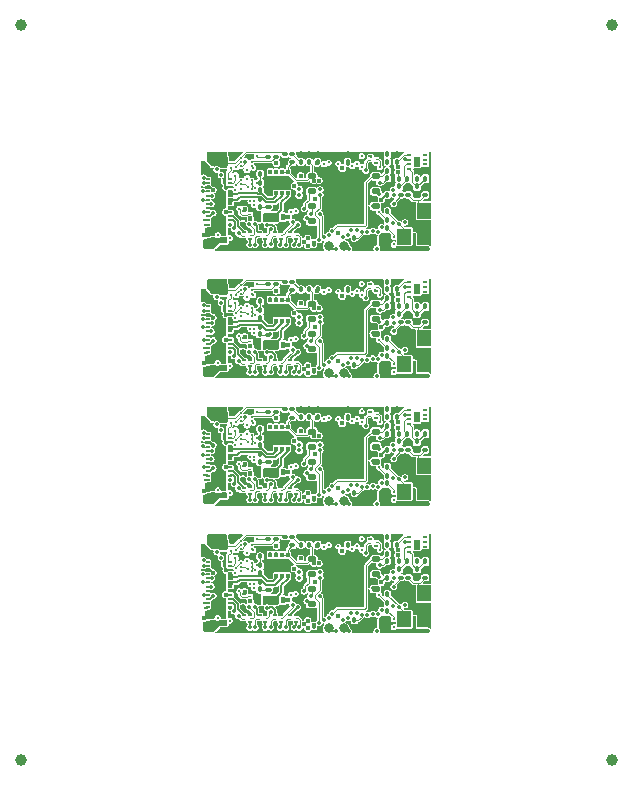
<source format=gbl>
G04 #@! TF.GenerationSoftware,KiCad,Pcbnew,9.0.0*
G04 #@! TF.CreationDate,2025-02-23T10:24:11-05:00*
G04 #@! TF.ProjectId,panel,70616e65-6c2e-46b6-9963-61645f706362,v0.0.2*
G04 #@! TF.SameCoordinates,Original*
G04 #@! TF.FileFunction,Copper,L6,Bot*
G04 #@! TF.FilePolarity,Positive*
%FSLAX46Y46*%
G04 Gerber Fmt 4.6, Leading zero omitted, Abs format (unit mm)*
G04 Created by KiCad (PCBNEW 9.0.0) date 2025-02-23 10:24:11*
%MOMM*%
%LPD*%
G01*
G04 APERTURE LIST*
G04 Aperture macros list*
%AMRoundRect*
0 Rectangle with rounded corners*
0 $1 Rounding radius*
0 $2 $3 $4 $5 $6 $7 $8 $9 X,Y pos of 4 corners*
0 Add a 4 corners polygon primitive as box body*
4,1,4,$2,$3,$4,$5,$6,$7,$8,$9,$2,$3,0*
0 Add four circle primitives for the rounded corners*
1,1,$1+$1,$2,$3*
1,1,$1+$1,$4,$5*
1,1,$1+$1,$6,$7*
1,1,$1+$1,$8,$9*
0 Add four rect primitives between the rounded corners*
20,1,$1+$1,$2,$3,$4,$5,0*
20,1,$1+$1,$4,$5,$6,$7,0*
20,1,$1+$1,$6,$7,$8,$9,0*
20,1,$1+$1,$8,$9,$2,$3,0*%
G04 Aperture macros list end*
G04 #@! TA.AperFunction,SMDPad,CuDef*
%ADD10C,0.800000*%
G04 #@! TD*
G04 #@! TA.AperFunction,SMDPad,CuDef*
%ADD11RoundRect,0.100000X-0.100000X0.130000X-0.100000X-0.130000X0.100000X-0.130000X0.100000X0.130000X0*%
G04 #@! TD*
G04 #@! TA.AperFunction,SMDPad,CuDef*
%ADD12R,0.280000X0.100000*%
G04 #@! TD*
G04 #@! TA.AperFunction,SMDPad,CuDef*
%ADD13R,0.350000X0.150000*%
G04 #@! TD*
G04 #@! TA.AperFunction,SMDPad,CuDef*
%ADD14RoundRect,0.100000X0.130000X0.100000X-0.130000X0.100000X-0.130000X-0.100000X0.130000X-0.100000X0*%
G04 #@! TD*
G04 #@! TA.AperFunction,SMDPad,CuDef*
%ADD15RoundRect,0.125000X0.250000X0.125000X-0.250000X0.125000X-0.250000X-0.125000X0.250000X-0.125000X0*%
G04 #@! TD*
G04 #@! TA.AperFunction,HeatsinkPad*
%ADD16R,3.400000X4.300000*%
G04 #@! TD*
G04 #@! TA.AperFunction,SMDPad,CuDef*
%ADD17RoundRect,0.100000X0.100000X-0.130000X0.100000X0.130000X-0.100000X0.130000X-0.100000X-0.130000X0*%
G04 #@! TD*
G04 #@! TA.AperFunction,SMDPad,CuDef*
%ADD18R,0.400000X0.200000*%
G04 #@! TD*
G04 #@! TA.AperFunction,SMDPad,CuDef*
%ADD19R,0.500000X0.900000*%
G04 #@! TD*
G04 #@! TA.AperFunction,SMDPad,CuDef*
%ADD20RoundRect,0.050000X0.050000X0.050000X-0.050000X0.050000X-0.050000X-0.050000X0.050000X-0.050000X0*%
G04 #@! TD*
G04 #@! TA.AperFunction,SMDPad,CuDef*
%ADD21RoundRect,0.100000X-0.130000X-0.100000X0.130000X-0.100000X0.130000X0.100000X-0.130000X0.100000X0*%
G04 #@! TD*
G04 #@! TA.AperFunction,SMDPad,CuDef*
%ADD22R,0.400000X0.180000*%
G04 #@! TD*
G04 #@! TA.AperFunction,SMDPad,CuDef*
%ADD23R,0.380000X0.400000*%
G04 #@! TD*
G04 #@! TA.AperFunction,SMDPad,CuDef*
%ADD24R,1.200000X1.400000*%
G04 #@! TD*
G04 #@! TA.AperFunction,SMDPad,CuDef*
%ADD25R,0.350000X0.600000*%
G04 #@! TD*
G04 #@! TA.AperFunction,SMDPad,CuDef*
%ADD26C,1.000000*%
G04 #@! TD*
G04 #@! TA.AperFunction,SMDPad,CuDef*
%ADD27R,0.300000X0.450000*%
G04 #@! TD*
G04 #@! TA.AperFunction,SMDPad,CuDef*
%ADD28R,1.700000X0.900000*%
G04 #@! TD*
G04 #@! TA.AperFunction,SMDPad,CuDef*
%ADD29RoundRect,0.225000X0.225000X0.250000X-0.225000X0.250000X-0.225000X-0.250000X0.225000X-0.250000X0*%
G04 #@! TD*
G04 #@! TA.AperFunction,ViaPad*
%ADD30C,0.450000*%
G04 #@! TD*
G04 #@! TA.AperFunction,ViaPad*
%ADD31C,0.400000*%
G04 #@! TD*
G04 #@! TA.AperFunction,ViaPad*
%ADD32C,0.300000*%
G04 #@! TD*
G04 #@! TA.AperFunction,ViaPad*
%ADD33C,0.350000*%
G04 #@! TD*
G04 #@! TA.AperFunction,Conductor*
%ADD34C,0.200000*%
G04 #@! TD*
G04 #@! TA.AperFunction,Conductor*
%ADD35C,0.120000*%
G04 #@! TD*
G04 #@! TA.AperFunction,Conductor*
%ADD36C,0.150000*%
G04 #@! TD*
G04 #@! TA.AperFunction,Conductor*
%ADD37C,0.110000*%
G04 #@! TD*
G04 #@! TA.AperFunction,Conductor*
%ADD38C,0.300000*%
G04 #@! TD*
G04 APERTURE END LIST*
D10*
G04 #@! TO.P,J1,1,Pin_1*
G04 #@! TO.N,Board_3-/SWDIO*
X36050000Y-54980000D03*
G04 #@! TD*
D11*
G04 #@! TO.P,C5,1*
G04 #@! TO.N,Board_2-Net-(U2-BST)*
X41010000Y-42030000D03*
G04 #@! TO.P,C5,2*
G04 #@! TO.N,Board_2-/SWITCH*
X41010000Y-42670000D03*
G04 #@! TD*
G04 #@! TO.P,R4,1*
G04 #@! TO.N,Board_1-/COMP_N*
X42700000Y-27700000D03*
G04 #@! TO.P,R4,2*
G04 #@! TO.N,Board_1-GND*
X42700000Y-28340000D03*
G04 #@! TD*
D12*
G04 #@! TO.P,Q8,1,S1*
G04 #@! TO.N,Board_2-GND*
X33310000Y-42980000D03*
G04 #@! TO.P,Q8,2,G1*
G04 #@! TO.N,Board_2-/GPIO2*
X33310000Y-43280000D03*
D13*
G04 #@! TO.P,Q8,3,D2*
G04 #@! TO.N,Board_2-/AUX7 (VDC)*
X33280000Y-43600000D03*
D12*
G04 #@! TO.P,Q8,4,S2*
G04 #@! TO.N,Board_2-GND*
X32770000Y-43680000D03*
G04 #@! TO.P,Q8,5,G2*
G04 #@! TO.N,Board_2-/GPIO3*
X32770000Y-43380000D03*
D13*
G04 #@! TO.P,Q8,6,D1*
G04 #@! TO.N,Board_2-/AUX5 (VDC)*
X32800000Y-43050000D03*
G04 #@! TD*
D11*
G04 #@! TO.P,C16,1*
G04 #@! TO.N,Board_3-+3.3V*
X38220000Y-54280000D03*
G04 #@! TO.P,C16,2*
G04 #@! TO.N,Board_3-GND*
X38220000Y-54920000D03*
G04 #@! TD*
D14*
G04 #@! TO.P,C20,1*
G04 #@! TO.N,Board_2-+3.3V*
X32980000Y-37120000D03*
G04 #@! TO.P,C20,2*
G04 #@! TO.N,Board_2-GND*
X32340000Y-37120000D03*
G04 #@! TD*
D15*
G04 #@! TO.P,U3,1,~{CS}*
G04 #@! TO.N,Board_3-/QSPI_CS*
X40030000Y-49105000D03*
G04 #@! TO.P,U3,2,DO(IO1)*
G04 #@! TO.N,Board_3-/QSPI_SD1*
X40030000Y-50375000D03*
G04 #@! TO.P,U3,3,IO2*
G04 #@! TO.N,Board_3-/QSPI_SD2*
X40030000Y-51645000D03*
G04 #@! TO.P,U3,4,GND*
G04 #@! TO.N,Board_3-GND*
X40030000Y-52915000D03*
G04 #@! TO.P,U3,5,DI(IO0)*
G04 #@! TO.N,Board_3-/QSPI_SD0*
X34630000Y-52915000D03*
G04 #@! TO.P,U3,6,CLK*
G04 #@! TO.N,Board_3-/QSPI_SCLK*
X34630000Y-51645000D03*
G04 #@! TO.P,U3,7,IO3*
G04 #@! TO.N,Board_3-/QSPI_SD3*
X34630000Y-50375000D03*
G04 #@! TO.P,U3,8,VCC*
G04 #@! TO.N,Board_3-+3.3V*
X34630000Y-49105000D03*
D16*
G04 #@! TO.P,U3,9,GND*
G04 #@! TO.N,Board_3-GND*
X37330000Y-51010000D03*
G04 #@! TD*
D12*
G04 #@! TO.P,Q8,1,S1*
G04 #@! TO.N,Board_3-GND*
X33310000Y-53780000D03*
G04 #@! TO.P,Q8,2,G1*
G04 #@! TO.N,Board_3-/GPIO2*
X33310000Y-54080000D03*
D13*
G04 #@! TO.P,Q8,3,D2*
G04 #@! TO.N,Board_3-/AUX7 (VDC)*
X33280000Y-54400000D03*
D12*
G04 #@! TO.P,Q8,4,S2*
G04 #@! TO.N,Board_3-GND*
X32770000Y-54480000D03*
G04 #@! TO.P,Q8,5,G2*
G04 #@! TO.N,Board_3-/GPIO3*
X32770000Y-54180000D03*
D13*
G04 #@! TO.P,Q8,6,D1*
G04 #@! TO.N,Board_3-/AUX5 (VDC)*
X32800000Y-53850000D03*
G04 #@! TD*
D14*
G04 #@! TO.P,C4,1*
G04 #@! TO.N,Board_1-Net-(C4-Pad1)*
X44210000Y-29070000D03*
G04 #@! TO.P,C4,2*
G04 #@! TO.N,Board_1-GND*
X43570000Y-29070000D03*
G04 #@! TD*
D12*
G04 #@! TO.P,Q6,1,S1*
G04 #@! TO.N,Board_1-GND*
X29410000Y-32180000D03*
G04 #@! TO.P,Q6,2,G1*
G04 #@! TO.N,Board_1-/GPIO7*
X29410000Y-32480000D03*
D13*
G04 #@! TO.P,Q6,3,D2*
G04 #@! TO.N,Board_1-/LAMP_FRONT*
X29380000Y-32800000D03*
D12*
G04 #@! TO.P,Q6,4,S2*
G04 #@! TO.N,Board_1-GND*
X28870000Y-32880000D03*
G04 #@! TO.P,Q6,5,G2*
G04 #@! TO.N,Board_1-/GPIO6*
X28870000Y-32580000D03*
D13*
G04 #@! TO.P,Q6,6,D1*
G04 #@! TO.N,Board_1-/LAMP_REAR*
X28900000Y-32250000D03*
G04 #@! TD*
D17*
G04 #@! TO.P,C3,1*
G04 #@! TO.N,Board_1-+3.3V*
X34410000Y-26280000D03*
G04 #@! TO.P,C3,2*
G04 #@! TO.N,Board_1-GND*
X34410000Y-25640000D03*
G04 #@! TD*
D10*
G04 #@! TO.P,J2,1,Pin_1*
G04 #@! TO.N,Board_1-/SWCLK*
X37330000Y-33380000D03*
G04 #@! TD*
D11*
G04 #@! TO.P,R19,1*
G04 #@! TO.N,Board_2-GND*
X30240000Y-37440000D03*
G04 #@! TO.P,R19,2*
G04 #@! TO.N,Board_2-/ADC_EMF_B*
X30240000Y-38080000D03*
G04 #@! TD*
G04 #@! TO.P,R1,1*
G04 #@! TO.N,Board_2-VDC*
X43500000Y-38500000D03*
G04 #@! TO.P,R1,2*
G04 #@! TO.N,Board_2-/COMP_P*
X43500000Y-39140000D03*
G04 #@! TD*
D18*
G04 #@! TO.P,U1,1,OUT1*
G04 #@! TO.N,Board_0-unconnected-(U1-OUT1-Pad1)*
X44250000Y-14875000D03*
G04 #@! TO.P,U1,2,IN\u22121*
G04 #@! TO.N,Board_0-unconnected-(U1-IN\u22121-Pad2)*
X44250000Y-15275000D03*
G04 #@! TO.P,U1,3,IN+1*
G04 #@! TO.N,Board_0-unconnected-(U1-IN+1-Pad3)*
X44250000Y-15675000D03*
G04 #@! TO.P,U1,4,VEE*
G04 #@! TO.N,Board_0-GND*
X44250000Y-16075000D03*
G04 #@! TO.P,U1,5,IN+2*
G04 #@! TO.N,Board_0-/COMP_P*
X42850000Y-16075000D03*
G04 #@! TO.P,U1,6,IN\u22122*
G04 #@! TO.N,Board_0-/COMP_N*
X42850000Y-15675000D03*
G04 #@! TO.P,U1,7,OUT2*
G04 #@! TO.N,Board_0-Net-(Q1B-G2)*
X42850000Y-15275000D03*
G04 #@! TO.P,U1,8,VCC*
G04 #@! TO.N,Board_0-+3.3V*
X42850000Y-14875000D03*
D19*
G04 #@! TO.P,U1,9,EP*
G04 #@! TO.N,Board_0-unconnected-(U1-EP-Pad9)*
X43550000Y-15475000D03*
G04 #@! TD*
D20*
G04 #@! TO.P,Q4,1,E1*
G04 #@! TO.N,Board_2-GND*
X29520000Y-36740000D03*
G04 #@! TO.P,Q4,2,B1*
G04 #@! TO.N,Board_2-Net-(Q4A-B1)*
X29520000Y-37090000D03*
G04 #@! TO.P,Q4,3,C2*
G04 #@! TO.N,Board_2-Net-(Q3B-B2)*
X29520000Y-37440000D03*
G04 #@! TO.P,Q4,4,E2*
G04 #@! TO.N,Board_2-+3.3V*
X28620000Y-37440000D03*
G04 #@! TO.P,Q4,5,B2*
G04 #@! TO.N,Board_2-Net-(Q3B-E2)*
X28620000Y-37090000D03*
G04 #@! TO.P,Q4,6,C1*
G04 #@! TO.N,Board_2-/TRACK_LEFT*
X28620000Y-36740000D03*
G04 #@! TD*
D15*
G04 #@! TO.P,U3,1,~{CS}*
G04 #@! TO.N,Board_1-/QSPI_CS*
X40030000Y-27505000D03*
G04 #@! TO.P,U3,2,DO(IO1)*
G04 #@! TO.N,Board_1-/QSPI_SD1*
X40030000Y-28775000D03*
G04 #@! TO.P,U3,3,IO2*
G04 #@! TO.N,Board_1-/QSPI_SD2*
X40030000Y-30045000D03*
G04 #@! TO.P,U3,4,GND*
G04 #@! TO.N,Board_1-GND*
X40030000Y-31315000D03*
G04 #@! TO.P,U3,5,DI(IO0)*
G04 #@! TO.N,Board_1-/QSPI_SD0*
X34630000Y-31315000D03*
G04 #@! TO.P,U3,6,CLK*
G04 #@! TO.N,Board_1-/QSPI_SCLK*
X34630000Y-30045000D03*
G04 #@! TO.P,U3,7,IO3*
G04 #@! TO.N,Board_1-/QSPI_SD3*
X34630000Y-28775000D03*
G04 #@! TO.P,U3,8,VCC*
G04 #@! TO.N,Board_1-+3.3V*
X34630000Y-27505000D03*
D16*
G04 #@! TO.P,U3,9,GND*
G04 #@! TO.N,Board_1-GND*
X37330000Y-29410000D03*
G04 #@! TD*
D20*
G04 #@! TO.P,Q3,1,E1*
G04 #@! TO.N,Board_2-Net-(Q3A-B1)*
X29540000Y-38630000D03*
G04 #@! TO.P,Q3,2,B1*
X29540000Y-38980000D03*
G04 #@! TO.P,Q3,3,C2*
X29540000Y-39330000D03*
G04 #@! TO.P,Q3,4,E2*
G04 #@! TO.N,Board_2-Net-(Q3B-E2)*
X28640000Y-39330000D03*
G04 #@! TO.P,Q3,5,B2*
G04 #@! TO.N,Board_2-Net-(Q3B-B2)*
X28640000Y-38980000D03*
G04 #@! TO.P,Q3,6,C1*
G04 #@! TO.N,Board_2-/TRACK_RIGHT*
X28640000Y-38630000D03*
G04 #@! TD*
G04 #@! TO.P,Q4,1,E1*
G04 #@! TO.N,Board_3-GND*
X29520000Y-47540000D03*
G04 #@! TO.P,Q4,2,B1*
G04 #@! TO.N,Board_3-Net-(Q4A-B1)*
X29520000Y-47890000D03*
G04 #@! TO.P,Q4,3,C2*
G04 #@! TO.N,Board_3-Net-(Q3B-B2)*
X29520000Y-48240000D03*
G04 #@! TO.P,Q4,4,E2*
G04 #@! TO.N,Board_3-+3.3V*
X28620000Y-48240000D03*
G04 #@! TO.P,Q4,5,B2*
G04 #@! TO.N,Board_3-Net-(Q3B-E2)*
X28620000Y-47890000D03*
G04 #@! TO.P,Q4,6,C1*
G04 #@! TO.N,Board_3-/TRACK_LEFT*
X28620000Y-47540000D03*
G04 #@! TD*
D11*
G04 #@! TO.P,R19,1*
G04 #@! TO.N,Board_0-GND*
X30240000Y-15840000D03*
G04 #@! TO.P,R19,2*
G04 #@! TO.N,Board_0-/ADC_EMF_B*
X30240000Y-16480000D03*
G04 #@! TD*
D17*
G04 #@! TO.P,C6,1*
G04 #@! TO.N,Board_1-/XIN*
X41010000Y-30470000D03*
G04 #@! TO.P,C6,2*
G04 #@! TO.N,Board_1-GND*
X41010000Y-29830000D03*
G04 #@! TD*
D14*
G04 #@! TO.P,C20,1*
G04 #@! TO.N,Board_1-+3.3V*
X32980000Y-26320000D03*
G04 #@! TO.P,C20,2*
G04 #@! TO.N,Board_1-GND*
X32340000Y-26320000D03*
G04 #@! TD*
D21*
G04 #@! TO.P,R12,1*
G04 #@! TO.N,Board_2-Net-(Q3A-B1)*
X30940000Y-36640000D03*
G04 #@! TO.P,R12,2*
G04 #@! TO.N,Board_2-Net-(Q4A-B1)*
X31580000Y-36640000D03*
G04 #@! TD*
D17*
G04 #@! TO.P,C12,1*
G04 #@! TO.N,Board_2-+3.3V*
X37650000Y-37080000D03*
G04 #@! TO.P,C12,2*
G04 #@! TO.N,Board_2-GND*
X37650000Y-36440000D03*
G04 #@! TD*
D11*
G04 #@! TO.P,R18,1*
G04 #@! TO.N,Board_1-/ADC_EMF_B*
X30240000Y-28040000D03*
G04 #@! TO.P,R18,2*
G04 #@! TO.N,Board_1-/MOTOR_B*
X30240000Y-28680000D03*
G04 #@! TD*
D22*
G04 #@! TO.P,J3,1,1*
G04 #@! TO.N,Board_2-/SPEAKER_P*
X27700000Y-38520000D03*
G04 #@! TO.P,J3,2,2*
G04 #@! TO.N,Board_2-/SPEAKER_N*
X27700000Y-38870000D03*
G04 #@! TO.P,J3,3,3*
G04 #@! TO.N,Board_2-GND*
X27700000Y-39230000D03*
G04 #@! TO.P,J3,4,4*
G04 #@! TO.N,Board_2-/MOTOR_B*
X27700000Y-39580000D03*
G04 #@! TO.P,J3,5,5*
X27700000Y-39930000D03*
G04 #@! TO.P,J3,6,6*
G04 #@! TO.N,Board_2-/MOTOR_A*
X27700000Y-40280000D03*
G04 #@! TO.P,J3,7,7*
X27700000Y-40630000D03*
G04 #@! TO.P,J3,8,8*
G04 #@! TO.N,Board_2-/CAP+*
X27700000Y-40980000D03*
G04 #@! TO.P,J3,9,9*
G04 #@! TO.N,Board_2-/LAMP_FRONT*
X27700000Y-41330000D03*
G04 #@! TO.P,J3,10,10*
G04 #@! TO.N,Board_2-/LAMP_REAR*
X27700000Y-41680000D03*
G04 #@! TO.P,J3,11,11*
G04 #@! TO.N,Board_2-/AUX1 (VDC)*
X27700000Y-42030000D03*
G04 #@! TO.P,J3,12,12*
G04 #@! TO.N,Board_2-/AUX2 (VDC)*
X27700000Y-42380000D03*
G04 #@! TO.P,J3,13,13*
G04 #@! TO.N,Board_2-/AUX8 (VDC)*
X25800000Y-42380000D03*
G04 #@! TO.P,J3,14,14*
G04 #@! TO.N,Board_2-/AUX7 (VDC)*
X25800000Y-42030000D03*
G04 #@! TO.P,J3,15,15*
G04 #@! TO.N,Board_2-/AUX6 (VDC)*
X25800000Y-41680000D03*
G04 #@! TO.P,J3,16,16*
G04 #@! TO.N,Board_2-/AUX5 (VDC)*
X25800000Y-41330000D03*
G04 #@! TO.P,J3,17,17*
G04 #@! TO.N,Board_2-VDC*
X25800000Y-40980000D03*
G04 #@! TO.P,J3,18,18*
G04 #@! TO.N,Board_2-+3.3V*
X25800000Y-40630000D03*
G04 #@! TO.P,J3,19,19*
G04 #@! TO.N,Board_2-/AUX10*
X25800000Y-40280000D03*
G04 #@! TO.P,J3,20,20*
G04 #@! TO.N,Board_2-/AUX4*
X25800000Y-39930000D03*
G04 #@! TO.P,J3,21,21*
G04 #@! TO.N,Board_2-/AUX3*
X25800000Y-39580000D03*
G04 #@! TO.P,J3,22,22*
G04 #@! TO.N,Board_2-GND*
X25800000Y-39230000D03*
G04 #@! TO.P,J3,23,23*
G04 #@! TO.N,Board_2-/AUX11*
X25800000Y-38870000D03*
G04 #@! TO.P,J3,24,24*
G04 #@! TO.N,Board_2-/AUX12*
X25800000Y-38520000D03*
D23*
G04 #@! TO.P,J3,X1A,X1A*
G04 #@! TO.N,Board_2-/TRACK_LEFT*
X27230000Y-37250000D03*
G04 #@! TO.P,J3,X1B,X1B*
X26270000Y-37250000D03*
G04 #@! TO.P,J3,X2A,X2A*
G04 #@! TO.N,Board_2-/TRACK_RIGHT*
X27230000Y-43660000D03*
G04 #@! TO.P,J3,X2B,X2B*
X26270000Y-43660000D03*
G04 #@! TD*
D24*
G04 #@! TO.P,Y1,1,1*
G04 #@! TO.N,Board_0-/XIN*
X42440000Y-21800000D03*
G04 #@! TO.P,Y1,2,2*
G04 #@! TO.N,Board_0-GND*
X42440000Y-19600000D03*
G04 #@! TO.P,Y1,3,3*
G04 #@! TO.N,Board_0-Net-(C4-Pad1)*
X44140000Y-19600000D03*
G04 #@! TO.P,Y1,4,4*
G04 #@! TO.N,Board_0-GND*
X44140000Y-21800000D03*
G04 #@! TD*
D11*
G04 #@! TO.P,R6,1*
G04 #@! TO.N,Board_1-/QSPI_CS*
X41010000Y-27040000D03*
G04 #@! TO.P,R6,2*
G04 #@! TO.N,Board_1-Net-(R6-Pad2)*
X41010000Y-27680000D03*
G04 #@! TD*
D24*
G04 #@! TO.P,Y1,1,1*
G04 #@! TO.N,Board_1-/XIN*
X42440000Y-32600000D03*
G04 #@! TO.P,Y1,2,2*
G04 #@! TO.N,Board_1-GND*
X42440000Y-30400000D03*
G04 #@! TO.P,Y1,3,3*
G04 #@! TO.N,Board_1-Net-(C4-Pad1)*
X44140000Y-30400000D03*
G04 #@! TO.P,Y1,4,4*
G04 #@! TO.N,Board_1-GND*
X44140000Y-32600000D03*
G04 #@! TD*
D22*
G04 #@! TO.P,J3,1,1*
G04 #@! TO.N,Board_0-/SPEAKER_P*
X27700000Y-16920000D03*
G04 #@! TO.P,J3,2,2*
G04 #@! TO.N,Board_0-/SPEAKER_N*
X27700000Y-17270000D03*
G04 #@! TO.P,J3,3,3*
G04 #@! TO.N,Board_0-GND*
X27700000Y-17630000D03*
G04 #@! TO.P,J3,4,4*
G04 #@! TO.N,Board_0-/MOTOR_B*
X27700000Y-17980000D03*
G04 #@! TO.P,J3,5,5*
X27700000Y-18330000D03*
G04 #@! TO.P,J3,6,6*
G04 #@! TO.N,Board_0-/MOTOR_A*
X27700000Y-18680000D03*
G04 #@! TO.P,J3,7,7*
X27700000Y-19030000D03*
G04 #@! TO.P,J3,8,8*
G04 #@! TO.N,Board_0-/CAP+*
X27700000Y-19380000D03*
G04 #@! TO.P,J3,9,9*
G04 #@! TO.N,Board_0-/LAMP_FRONT*
X27700000Y-19730000D03*
G04 #@! TO.P,J3,10,10*
G04 #@! TO.N,Board_0-/LAMP_REAR*
X27700000Y-20080000D03*
G04 #@! TO.P,J3,11,11*
G04 #@! TO.N,Board_0-/AUX1 (VDC)*
X27700000Y-20430000D03*
G04 #@! TO.P,J3,12,12*
G04 #@! TO.N,Board_0-/AUX2 (VDC)*
X27700000Y-20780000D03*
G04 #@! TO.P,J3,13,13*
G04 #@! TO.N,Board_0-/AUX8 (VDC)*
X25800000Y-20780000D03*
G04 #@! TO.P,J3,14,14*
G04 #@! TO.N,Board_0-/AUX7 (VDC)*
X25800000Y-20430000D03*
G04 #@! TO.P,J3,15,15*
G04 #@! TO.N,Board_0-/AUX6 (VDC)*
X25800000Y-20080000D03*
G04 #@! TO.P,J3,16,16*
G04 #@! TO.N,Board_0-/AUX5 (VDC)*
X25800000Y-19730000D03*
G04 #@! TO.P,J3,17,17*
G04 #@! TO.N,Board_0-VDC*
X25800000Y-19380000D03*
G04 #@! TO.P,J3,18,18*
G04 #@! TO.N,Board_0-+3.3V*
X25800000Y-19030000D03*
G04 #@! TO.P,J3,19,19*
G04 #@! TO.N,Board_0-/AUX10*
X25800000Y-18680000D03*
G04 #@! TO.P,J3,20,20*
G04 #@! TO.N,Board_0-/AUX4*
X25800000Y-18330000D03*
G04 #@! TO.P,J3,21,21*
G04 #@! TO.N,Board_0-/AUX3*
X25800000Y-17980000D03*
G04 #@! TO.P,J3,22,22*
G04 #@! TO.N,Board_0-GND*
X25800000Y-17630000D03*
G04 #@! TO.P,J3,23,23*
G04 #@! TO.N,Board_0-/AUX11*
X25800000Y-17270000D03*
G04 #@! TO.P,J3,24,24*
G04 #@! TO.N,Board_0-/AUX12*
X25800000Y-16920000D03*
D23*
G04 #@! TO.P,J3,X1A,X1A*
G04 #@! TO.N,Board_0-/TRACK_LEFT*
X27230000Y-15650000D03*
G04 #@! TO.P,J3,X1B,X1B*
X26270000Y-15650000D03*
G04 #@! TO.P,J3,X2A,X2A*
G04 #@! TO.N,Board_0-/TRACK_RIGHT*
X27230000Y-22060000D03*
G04 #@! TO.P,J3,X2B,X2B*
X26270000Y-22060000D03*
G04 #@! TD*
D11*
G04 #@! TO.P,R2,1*
G04 #@! TO.N,Board_2-/COMP_P*
X44230000Y-38500000D03*
G04 #@! TO.P,R2,2*
G04 #@! TO.N,Board_2-GND*
X44230000Y-39140000D03*
G04 #@! TD*
D17*
G04 #@! TO.P,C3,1*
G04 #@! TO.N,Board_3-+3.3V*
X34410000Y-47880000D03*
G04 #@! TO.P,C3,2*
G04 #@! TO.N,Board_3-GND*
X34410000Y-47240000D03*
G04 #@! TD*
D20*
G04 #@! TO.P,Q3,1,E1*
G04 #@! TO.N,Board_3-Net-(Q3A-B1)*
X29540000Y-49430000D03*
G04 #@! TO.P,Q3,2,B1*
X29540000Y-49780000D03*
G04 #@! TO.P,Q3,3,C2*
X29540000Y-50130000D03*
G04 #@! TO.P,Q3,4,E2*
G04 #@! TO.N,Board_3-Net-(Q3B-E2)*
X28640000Y-50130000D03*
G04 #@! TO.P,Q3,5,B2*
G04 #@! TO.N,Board_3-Net-(Q3B-B2)*
X28640000Y-49780000D03*
G04 #@! TO.P,Q3,6,C1*
G04 #@! TO.N,Board_3-/TRACK_RIGHT*
X28640000Y-49430000D03*
G04 #@! TD*
D11*
G04 #@! TO.P,R8,1*
G04 #@! TO.N,Board_3-GND*
X33710000Y-47240000D03*
G04 #@! TO.P,R8,2*
G04 #@! TO.N,Board_3-Net-(Q1A-G1)*
X33710000Y-47880000D03*
G04 #@! TD*
D25*
G04 #@! TO.P,D6,1,K*
G04 #@! TO.N,Board_2-/CAP_VDC*
X30775000Y-41770000D03*
G04 #@! TO.P,D6,2,A*
G04 #@! TO.N,Board_2-/CAP+*
X30125000Y-41770000D03*
G04 #@! TD*
D11*
G04 #@! TO.P,R6,1*
G04 #@! TO.N,Board_3-/QSPI_CS*
X41010000Y-48640000D03*
G04 #@! TO.P,R6,2*
G04 #@! TO.N,Board_3-Net-(R6-Pad2)*
X41010000Y-49280000D03*
G04 #@! TD*
D20*
G04 #@! TO.P,Q3,1,E1*
G04 #@! TO.N,Board_1-Net-(Q3A-B1)*
X29540000Y-27830000D03*
G04 #@! TO.P,Q3,2,B1*
X29540000Y-28180000D03*
G04 #@! TO.P,Q3,3,C2*
X29540000Y-28530000D03*
G04 #@! TO.P,Q3,4,E2*
G04 #@! TO.N,Board_1-Net-(Q3B-E2)*
X28640000Y-28530000D03*
G04 #@! TO.P,Q3,5,B2*
G04 #@! TO.N,Board_1-Net-(Q3B-B2)*
X28640000Y-28180000D03*
G04 #@! TO.P,Q3,6,C1*
G04 #@! TO.N,Board_1-/TRACK_RIGHT*
X28640000Y-27830000D03*
G04 #@! TD*
D11*
G04 #@! TO.P,C1,1*
G04 #@! TO.N,Board_3-GND*
X41830000Y-47240000D03*
G04 #@! TO.P,C1,2*
G04 #@! TO.N,Board_3-+3.3V*
X41830000Y-47880000D03*
G04 #@! TD*
D12*
G04 #@! TO.P,Q8,1,S1*
G04 #@! TO.N,Board_1-GND*
X33310000Y-32180000D03*
G04 #@! TO.P,Q8,2,G1*
G04 #@! TO.N,Board_1-/GPIO2*
X33310000Y-32480000D03*
D13*
G04 #@! TO.P,Q8,3,D2*
G04 #@! TO.N,Board_1-/AUX7 (VDC)*
X33280000Y-32800000D03*
D12*
G04 #@! TO.P,Q8,4,S2*
G04 #@! TO.N,Board_1-GND*
X32770000Y-32880000D03*
G04 #@! TO.P,Q8,5,G2*
G04 #@! TO.N,Board_1-/GPIO3*
X32770000Y-32580000D03*
D13*
G04 #@! TO.P,Q8,6,D1*
G04 #@! TO.N,Board_1-/AUX5 (VDC)*
X32800000Y-32250000D03*
G04 #@! TD*
D21*
G04 #@! TO.P,R12,1*
G04 #@! TO.N,Board_0-Net-(Q3A-B1)*
X30940000Y-15040000D03*
G04 #@! TO.P,R12,2*
G04 #@! TO.N,Board_0-Net-(Q4A-B1)*
X31580000Y-15040000D03*
G04 #@! TD*
D17*
G04 #@! TO.P,C13,1*
G04 #@! TO.N,Board_3-+3.3V*
X34780000Y-54790000D03*
G04 #@! TO.P,C13,2*
G04 #@! TO.N,Board_3-GND*
X34780000Y-54150000D03*
G04 #@! TD*
G04 #@! TO.P,C6,1*
G04 #@! TO.N,Board_3-/XIN*
X41010000Y-52070000D03*
G04 #@! TO.P,C6,2*
G04 #@! TO.N,Board_3-GND*
X41010000Y-51430000D03*
G04 #@! TD*
D15*
G04 #@! TO.P,U3,1,~{CS}*
G04 #@! TO.N,Board_0-/QSPI_CS*
X40030000Y-16705000D03*
G04 #@! TO.P,U3,2,DO(IO1)*
G04 #@! TO.N,Board_0-/QSPI_SD1*
X40030000Y-17975000D03*
G04 #@! TO.P,U3,3,IO2*
G04 #@! TO.N,Board_0-/QSPI_SD2*
X40030000Y-19245000D03*
G04 #@! TO.P,U3,4,GND*
G04 #@! TO.N,Board_0-GND*
X40030000Y-20515000D03*
G04 #@! TO.P,U3,5,DI(IO0)*
G04 #@! TO.N,Board_0-/QSPI_SD0*
X34630000Y-20515000D03*
G04 #@! TO.P,U3,6,CLK*
G04 #@! TO.N,Board_0-/QSPI_SCLK*
X34630000Y-19245000D03*
G04 #@! TO.P,U3,7,IO3*
G04 #@! TO.N,Board_0-/QSPI_SD3*
X34630000Y-17975000D03*
G04 #@! TO.P,U3,8,VCC*
G04 #@! TO.N,Board_0-+3.3V*
X34630000Y-16705000D03*
D16*
G04 #@! TO.P,U3,9,GND*
G04 #@! TO.N,Board_0-GND*
X37330000Y-18610000D03*
G04 #@! TD*
D11*
G04 #@! TO.P,R4,1*
G04 #@! TO.N,Board_2-/COMP_N*
X42700000Y-38500000D03*
G04 #@! TO.P,R4,2*
G04 #@! TO.N,Board_2-GND*
X42700000Y-39140000D03*
G04 #@! TD*
D17*
G04 #@! TO.P,C6,1*
G04 #@! TO.N,Board_0-/XIN*
X41010000Y-19670000D03*
G04 #@! TO.P,C6,2*
G04 #@! TO.N,Board_0-GND*
X41010000Y-19030000D03*
G04 #@! TD*
D11*
G04 #@! TO.P,R1,1*
G04 #@! TO.N,Board_3-VDC*
X43500000Y-49300000D03*
G04 #@! TO.P,R1,2*
G04 #@! TO.N,Board_3-/COMP_P*
X43500000Y-49940000D03*
G04 #@! TD*
D24*
G04 #@! TO.P,Y1,1,1*
G04 #@! TO.N,Board_3-/XIN*
X42440000Y-54200000D03*
G04 #@! TO.P,Y1,2,2*
G04 #@! TO.N,Board_3-GND*
X42440000Y-52000000D03*
G04 #@! TO.P,Y1,3,3*
G04 #@! TO.N,Board_3-Net-(C4-Pad1)*
X44140000Y-52000000D03*
G04 #@! TO.P,Y1,4,4*
G04 #@! TO.N,Board_3-GND*
X44140000Y-54200000D03*
G04 #@! TD*
D17*
G04 #@! TO.P,C12,1*
G04 #@! TO.N,Board_0-+3.3V*
X37650000Y-15480000D03*
G04 #@! TO.P,C12,2*
G04 #@! TO.N,Board_0-GND*
X37650000Y-14840000D03*
G04 #@! TD*
D18*
G04 #@! TO.P,U1,1,OUT1*
G04 #@! TO.N,Board_3-unconnected-(U1-OUT1-Pad1)*
X44250000Y-47275000D03*
G04 #@! TO.P,U1,2,IN\u22121*
G04 #@! TO.N,Board_3-unconnected-(U1-IN\u22121-Pad2)*
X44250000Y-47675000D03*
G04 #@! TO.P,U1,3,IN+1*
G04 #@! TO.N,Board_3-unconnected-(U1-IN+1-Pad3)*
X44250000Y-48075000D03*
G04 #@! TO.P,U1,4,VEE*
G04 #@! TO.N,Board_3-GND*
X44250000Y-48475000D03*
G04 #@! TO.P,U1,5,IN+2*
G04 #@! TO.N,Board_3-/COMP_P*
X42850000Y-48475000D03*
G04 #@! TO.P,U1,6,IN\u22122*
G04 #@! TO.N,Board_3-/COMP_N*
X42850000Y-48075000D03*
G04 #@! TO.P,U1,7,OUT2*
G04 #@! TO.N,Board_3-Net-(Q1B-G2)*
X42850000Y-47675000D03*
G04 #@! TO.P,U1,8,VCC*
G04 #@! TO.N,Board_3-+3.3V*
X42850000Y-47275000D03*
D19*
G04 #@! TO.P,U1,9,EP*
G04 #@! TO.N,Board_3-unconnected-(U1-EP-Pad9)*
X43550000Y-47875000D03*
G04 #@! TD*
D14*
G04 #@! TO.P,R5,1*
G04 #@! TO.N,Board_0-Net-(C4-Pad1)*
X42810000Y-18270000D03*
G04 #@! TO.P,R5,2*
G04 #@! TO.N,Board_0-/XOUT*
X42170000Y-18270000D03*
G04 #@! TD*
G04 #@! TO.P,R5,1*
G04 #@! TO.N,Board_3-Net-(C4-Pad1)*
X42810000Y-50670000D03*
G04 #@! TO.P,R5,2*
G04 #@! TO.N,Board_3-/XOUT*
X42170000Y-50670000D03*
G04 #@! TD*
D12*
G04 #@! TO.P,Q7,1,S1*
G04 #@! TO.N,Board_3-GND*
X32010000Y-53780000D03*
G04 #@! TO.P,Q7,2,G1*
G04 #@! TO.N,Board_3-/GPIO9*
X32010000Y-54080000D03*
D13*
G04 #@! TO.P,Q7,3,D2*
G04 #@! TO.N,Board_3-/AUX8 (VDC)*
X31980000Y-54400000D03*
D12*
G04 #@! TO.P,Q7,4,S2*
G04 #@! TO.N,Board_3-GND*
X31470000Y-54480000D03*
G04 #@! TO.P,Q7,5,G2*
G04 #@! TO.N,Board_3-/GPIO4*
X31470000Y-54180000D03*
D13*
G04 #@! TO.P,Q7,6,D1*
G04 #@! TO.N,Board_3-/AUX6 (VDC)*
X31500000Y-53850000D03*
G04 #@! TD*
D17*
G04 #@! TO.P,R15,1*
G04 #@! TO.N,Board_3-Net-(D7-A)*
X41010000Y-47880000D03*
G04 #@! TO.P,R15,2*
G04 #@! TO.N,Board_3-Net-(U4-GPIO19)*
X41010000Y-47240000D03*
G04 #@! TD*
D26*
G04 #@! TO.P,KiKit_FID_B_2,*
G04 #@! TO.N,*
X60000000Y-3850000D03*
G04 #@! TD*
D25*
G04 #@! TO.P,D5,1,K*
G04 #@! TO.N,Board_3-/CAP_VDC*
X31525000Y-52570000D03*
G04 #@! TO.P,D5,2,A*
G04 #@! TO.N,Board_3-VDC*
X32175000Y-52570000D03*
G04 #@! TD*
D17*
G04 #@! TO.P,C13,1*
G04 #@! TO.N,Board_1-+3.3V*
X34780000Y-33190000D03*
G04 #@! TO.P,C13,2*
G04 #@! TO.N,Board_1-GND*
X34780000Y-32550000D03*
G04 #@! TD*
G04 #@! TO.P,C11,1*
G04 #@! TO.N,Board_2-+1V1*
X41009891Y-39877149D03*
G04 #@! TO.P,C11,2*
G04 #@! TO.N,Board_2-GND*
X41009891Y-39237149D03*
G04 #@! TD*
D14*
G04 #@! TO.P,C20,1*
G04 #@! TO.N,Board_0-+3.3V*
X32980000Y-15520000D03*
G04 #@! TO.P,C20,2*
G04 #@! TO.N,Board_0-GND*
X32340000Y-15520000D03*
G04 #@! TD*
G04 #@! TO.P,R17,1*
G04 #@! TO.N,Board_2-GND*
X31590000Y-40910000D03*
G04 #@! TO.P,R17,2*
G04 #@! TO.N,Board_2-/ADC_EMF_A*
X30950000Y-40910000D03*
G04 #@! TD*
D11*
G04 #@! TO.P,R2,1*
G04 #@! TO.N,Board_0-/COMP_P*
X44230000Y-16900000D03*
G04 #@! TO.P,R2,2*
G04 #@! TO.N,Board_0-GND*
X44230000Y-17540000D03*
G04 #@! TD*
D27*
G04 #@! TO.P,U6,1,VM*
G04 #@! TO.N,Board_0-/CAP_VDC*
X32590000Y-18150000D03*
G04 #@! TO.P,U6,2,OUT1*
G04 #@! TO.N,Board_0-/MOTOR_A*
X32090000Y-18150000D03*
G04 #@! TO.P,U6,3,OUT2*
G04 #@! TO.N,Board_0-/MOTOR_B*
X31590000Y-18150000D03*
G04 #@! TO.P,U6,4,GND*
G04 #@! TO.N,Board_0-GND*
X31090000Y-18150000D03*
G04 #@! TO.P,U6,5,IN2*
G04 #@! TO.N,Board_0-/GPIO26*
X31090000Y-16350000D03*
G04 #@! TO.P,U6,6,IN1*
G04 #@! TO.N,Board_0-/GPIO25*
X31590000Y-16350000D03*
G04 #@! TO.P,U6,7,nSLEEP*
G04 #@! TO.N,Board_0-+3.3V*
X32090000Y-16350000D03*
G04 #@! TO.P,U6,8,VCC*
X32590000Y-16350000D03*
D28*
G04 #@! TO.P,U6,9,GND*
G04 #@! TO.N,Board_0-GND*
X31840000Y-17250000D03*
G04 #@! TD*
D12*
G04 #@! TO.P,Q5,1,S1*
G04 #@! TO.N,Board_1-GND*
X30710000Y-32180000D03*
G04 #@! TO.P,Q5,2,G1*
G04 #@! TO.N,Board_1-/GPIO8*
X30710000Y-32480000D03*
D13*
G04 #@! TO.P,Q5,3,D2*
G04 #@! TO.N,Board_1-/AUX2 (VDC)*
X30680000Y-32800000D03*
D12*
G04 #@! TO.P,Q5,4,S2*
G04 #@! TO.N,Board_1-GND*
X30170000Y-32880000D03*
G04 #@! TO.P,Q5,5,G2*
G04 #@! TO.N,Board_1-/GPIO5*
X30170000Y-32580000D03*
D13*
G04 #@! TO.P,Q5,6,D1*
G04 #@! TO.N,Board_1-/AUX1 (VDC)*
X30200000Y-32250000D03*
G04 #@! TD*
D25*
G04 #@! TO.P,D6,1,K*
G04 #@! TO.N,Board_0-/CAP_VDC*
X30775000Y-20170000D03*
G04 #@! TO.P,D6,2,A*
G04 #@! TO.N,Board_0-/CAP+*
X30125000Y-20170000D03*
G04 #@! TD*
D17*
G04 #@! TO.P,C13,1*
G04 #@! TO.N,Board_2-+3.3V*
X34780000Y-43990000D03*
G04 #@! TO.P,C13,2*
G04 #@! TO.N,Board_2-GND*
X34780000Y-43350000D03*
G04 #@! TD*
G04 #@! TO.P,C15,1*
G04 #@! TO.N,Board_2-+3.3V*
X35110000Y-37080000D03*
G04 #@! TO.P,C15,2*
G04 #@! TO.N,Board_2-GND*
X35110000Y-36440000D03*
G04 #@! TD*
D11*
G04 #@! TO.P,C5,1*
G04 #@! TO.N,Board_1-Net-(U2-BST)*
X41010000Y-31230000D03*
G04 #@! TO.P,C5,2*
G04 #@! TO.N,Board_1-/SWITCH*
X41010000Y-31870000D03*
G04 #@! TD*
D14*
G04 #@! TO.P,C4,1*
G04 #@! TO.N,Board_2-Net-(C4-Pad1)*
X44210000Y-39870000D03*
G04 #@! TO.P,C4,2*
G04 #@! TO.N,Board_2-GND*
X43570000Y-39870000D03*
G04 #@! TD*
D20*
G04 #@! TO.P,Q3,1,E1*
G04 #@! TO.N,Board_0-Net-(Q3A-B1)*
X29540000Y-17030000D03*
G04 #@! TO.P,Q3,2,B1*
X29540000Y-17380000D03*
G04 #@! TO.P,Q3,3,C2*
X29540000Y-17730000D03*
G04 #@! TO.P,Q3,4,E2*
G04 #@! TO.N,Board_0-Net-(Q3B-E2)*
X28640000Y-17730000D03*
G04 #@! TO.P,Q3,5,B2*
G04 #@! TO.N,Board_0-Net-(Q3B-B2)*
X28640000Y-17380000D03*
G04 #@! TO.P,Q3,6,C1*
G04 #@! TO.N,Board_0-/TRACK_RIGHT*
X28640000Y-17030000D03*
G04 #@! TD*
D22*
G04 #@! TO.P,J3,1,1*
G04 #@! TO.N,Board_1-/SPEAKER_P*
X27700000Y-27720000D03*
G04 #@! TO.P,J3,2,2*
G04 #@! TO.N,Board_1-/SPEAKER_N*
X27700000Y-28070000D03*
G04 #@! TO.P,J3,3,3*
G04 #@! TO.N,Board_1-GND*
X27700000Y-28430000D03*
G04 #@! TO.P,J3,4,4*
G04 #@! TO.N,Board_1-/MOTOR_B*
X27700000Y-28780000D03*
G04 #@! TO.P,J3,5,5*
X27700000Y-29130000D03*
G04 #@! TO.P,J3,6,6*
G04 #@! TO.N,Board_1-/MOTOR_A*
X27700000Y-29480000D03*
G04 #@! TO.P,J3,7,7*
X27700000Y-29830000D03*
G04 #@! TO.P,J3,8,8*
G04 #@! TO.N,Board_1-/CAP+*
X27700000Y-30180000D03*
G04 #@! TO.P,J3,9,9*
G04 #@! TO.N,Board_1-/LAMP_FRONT*
X27700000Y-30530000D03*
G04 #@! TO.P,J3,10,10*
G04 #@! TO.N,Board_1-/LAMP_REAR*
X27700000Y-30880000D03*
G04 #@! TO.P,J3,11,11*
G04 #@! TO.N,Board_1-/AUX1 (VDC)*
X27700000Y-31230000D03*
G04 #@! TO.P,J3,12,12*
G04 #@! TO.N,Board_1-/AUX2 (VDC)*
X27700000Y-31580000D03*
G04 #@! TO.P,J3,13,13*
G04 #@! TO.N,Board_1-/AUX8 (VDC)*
X25800000Y-31580000D03*
G04 #@! TO.P,J3,14,14*
G04 #@! TO.N,Board_1-/AUX7 (VDC)*
X25800000Y-31230000D03*
G04 #@! TO.P,J3,15,15*
G04 #@! TO.N,Board_1-/AUX6 (VDC)*
X25800000Y-30880000D03*
G04 #@! TO.P,J3,16,16*
G04 #@! TO.N,Board_1-/AUX5 (VDC)*
X25800000Y-30530000D03*
G04 #@! TO.P,J3,17,17*
G04 #@! TO.N,Board_1-VDC*
X25800000Y-30180000D03*
G04 #@! TO.P,J3,18,18*
G04 #@! TO.N,Board_1-+3.3V*
X25800000Y-29830000D03*
G04 #@! TO.P,J3,19,19*
G04 #@! TO.N,Board_1-/AUX10*
X25800000Y-29480000D03*
G04 #@! TO.P,J3,20,20*
G04 #@! TO.N,Board_1-/AUX4*
X25800000Y-29130000D03*
G04 #@! TO.P,J3,21,21*
G04 #@! TO.N,Board_1-/AUX3*
X25800000Y-28780000D03*
G04 #@! TO.P,J3,22,22*
G04 #@! TO.N,Board_1-GND*
X25800000Y-28430000D03*
G04 #@! TO.P,J3,23,23*
G04 #@! TO.N,Board_1-/AUX11*
X25800000Y-28070000D03*
G04 #@! TO.P,J3,24,24*
G04 #@! TO.N,Board_1-/AUX12*
X25800000Y-27720000D03*
D23*
G04 #@! TO.P,J3,X1A,X1A*
G04 #@! TO.N,Board_1-/TRACK_LEFT*
X27230000Y-26450000D03*
G04 #@! TO.P,J3,X1B,X1B*
X26270000Y-26450000D03*
G04 #@! TO.P,J3,X2A,X2A*
G04 #@! TO.N,Board_1-/TRACK_RIGHT*
X27230000Y-32860000D03*
G04 #@! TO.P,J3,X2B,X2B*
X26270000Y-32860000D03*
G04 #@! TD*
D11*
G04 #@! TO.P,R19,1*
G04 #@! TO.N,Board_1-GND*
X30240000Y-26640000D03*
G04 #@! TO.P,R19,2*
G04 #@! TO.N,Board_1-/ADC_EMF_B*
X30240000Y-27280000D03*
G04 #@! TD*
D17*
G04 #@! TO.P,C11,1*
G04 #@! TO.N,Board_3-+1V1*
X41009891Y-50677149D03*
G04 #@! TO.P,C11,2*
G04 #@! TO.N,Board_3-GND*
X41009891Y-50037149D03*
G04 #@! TD*
D11*
G04 #@! TO.P,R8,1*
G04 #@! TO.N,Board_0-GND*
X33710000Y-14840000D03*
G04 #@! TO.P,R8,2*
G04 #@! TO.N,Board_0-Net-(Q1A-G1)*
X33710000Y-15480000D03*
G04 #@! TD*
D17*
G04 #@! TO.P,R15,1*
G04 #@! TO.N,Board_2-Net-(D7-A)*
X41010000Y-37080000D03*
G04 #@! TO.P,R15,2*
G04 #@! TO.N,Board_2-Net-(U4-GPIO19)*
X41010000Y-36440000D03*
G04 #@! TD*
D11*
G04 #@! TO.P,R3,1*
G04 #@! TO.N,Board_1-+3.3V*
X41980000Y-27700000D03*
G04 #@! TO.P,R3,2*
G04 #@! TO.N,Board_1-/COMP_N*
X41980000Y-28340000D03*
G04 #@! TD*
D18*
G04 #@! TO.P,U1,1,OUT1*
G04 #@! TO.N,Board_1-unconnected-(U1-OUT1-Pad1)*
X44250000Y-25675000D03*
G04 #@! TO.P,U1,2,IN\u22121*
G04 #@! TO.N,Board_1-unconnected-(U1-IN\u22121-Pad2)*
X44250000Y-26075000D03*
G04 #@! TO.P,U1,3,IN+1*
G04 #@! TO.N,Board_1-unconnected-(U1-IN+1-Pad3)*
X44250000Y-26475000D03*
G04 #@! TO.P,U1,4,VEE*
G04 #@! TO.N,Board_1-GND*
X44250000Y-26875000D03*
G04 #@! TO.P,U1,5,IN+2*
G04 #@! TO.N,Board_1-/COMP_P*
X42850000Y-26875000D03*
G04 #@! TO.P,U1,6,IN\u22122*
G04 #@! TO.N,Board_1-/COMP_N*
X42850000Y-26475000D03*
G04 #@! TO.P,U1,7,OUT2*
G04 #@! TO.N,Board_1-Net-(Q1B-G2)*
X42850000Y-26075000D03*
G04 #@! TO.P,U1,8,VCC*
G04 #@! TO.N,Board_1-+3.3V*
X42850000Y-25675000D03*
D19*
G04 #@! TO.P,U1,9,EP*
G04 #@! TO.N,Board_1-unconnected-(U1-EP-Pad9)*
X43550000Y-26275000D03*
G04 #@! TD*
D11*
G04 #@! TO.P,R3,1*
G04 #@! TO.N,Board_2-+3.3V*
X41980000Y-38500000D03*
G04 #@! TO.P,R3,2*
G04 #@! TO.N,Board_2-/COMP_N*
X41980000Y-39140000D03*
G04 #@! TD*
G04 #@! TO.P,C1,1*
G04 #@! TO.N,Board_1-GND*
X41830000Y-25640000D03*
G04 #@! TO.P,C1,2*
G04 #@! TO.N,Board_1-+3.3V*
X41830000Y-26280000D03*
G04 #@! TD*
D29*
G04 #@! TO.P,C2,1*
G04 #@! TO.N,Board_3-/CAP_VDC*
X40825000Y-54600000D03*
G04 #@! TO.P,C2,2*
G04 #@! TO.N,Board_3-GND*
X39275000Y-54600000D03*
G04 #@! TD*
D17*
G04 #@! TO.P,C12,1*
G04 #@! TO.N,Board_3-+3.3V*
X37650000Y-47880000D03*
G04 #@! TO.P,C12,2*
G04 #@! TO.N,Board_3-GND*
X37650000Y-47240000D03*
G04 #@! TD*
D12*
G04 #@! TO.P,Q1,1,S1*
G04 #@! TO.N,Board_2-GND*
X40089896Y-36550000D03*
G04 #@! TO.P,Q1,2,G1*
G04 #@! TO.N,Board_2-Net-(Q1A-G1)*
X40089896Y-36850000D03*
D13*
G04 #@! TO.P,Q1,3,D2*
G04 #@! TO.N,Board_2-/CAP_ENABLE*
X40059896Y-37170000D03*
D12*
G04 #@! TO.P,Q1,4,S2*
G04 #@! TO.N,Board_2-GND*
X39549896Y-37250000D03*
G04 #@! TO.P,Q1,5,G2*
G04 #@! TO.N,Board_2-Net-(Q1B-G2)*
X39549896Y-36950000D03*
D13*
G04 #@! TO.P,Q1,6,D1*
G04 #@! TO.N,Board_2-/DCC_TTL*
X39579896Y-36620000D03*
G04 #@! TD*
D11*
G04 #@! TO.P,R3,1*
G04 #@! TO.N,Board_0-+3.3V*
X41980000Y-16900000D03*
G04 #@! TO.P,R3,2*
G04 #@! TO.N,Board_0-/COMP_N*
X41980000Y-17540000D03*
G04 #@! TD*
G04 #@! TO.P,R6,1*
G04 #@! TO.N,Board_0-/QSPI_CS*
X41010000Y-16240000D03*
G04 #@! TO.P,R6,2*
G04 #@! TO.N,Board_0-Net-(R6-Pad2)*
X41010000Y-16880000D03*
G04 #@! TD*
D21*
G04 #@! TO.P,R12,1*
G04 #@! TO.N,Board_3-Net-(Q3A-B1)*
X30940000Y-47440000D03*
G04 #@! TO.P,R12,2*
G04 #@! TO.N,Board_3-Net-(Q4A-B1)*
X31580000Y-47440000D03*
G04 #@! TD*
D24*
G04 #@! TO.P,Y1,1,1*
G04 #@! TO.N,Board_2-/XIN*
X42440000Y-43400000D03*
G04 #@! TO.P,Y1,2,2*
G04 #@! TO.N,Board_2-GND*
X42440000Y-41200000D03*
G04 #@! TO.P,Y1,3,3*
G04 #@! TO.N,Board_2-Net-(C4-Pad1)*
X44140000Y-41200000D03*
G04 #@! TO.P,Y1,4,4*
G04 #@! TO.N,Board_2-GND*
X44140000Y-43400000D03*
G04 #@! TD*
D11*
G04 #@! TO.P,R6,1*
G04 #@! TO.N,Board_2-/QSPI_CS*
X41010000Y-37840000D03*
G04 #@! TO.P,R6,2*
G04 #@! TO.N,Board_2-Net-(R6-Pad2)*
X41010000Y-38480000D03*
G04 #@! TD*
G04 #@! TO.P,R8,1*
G04 #@! TO.N,Board_1-GND*
X33710000Y-25640000D03*
G04 #@! TO.P,R8,2*
G04 #@! TO.N,Board_1-Net-(Q1A-G1)*
X33710000Y-26280000D03*
G04 #@! TD*
D12*
G04 #@! TO.P,Q5,1,S1*
G04 #@! TO.N,Board_0-GND*
X30710000Y-21380000D03*
G04 #@! TO.P,Q5,2,G1*
G04 #@! TO.N,Board_0-/GPIO8*
X30710000Y-21680000D03*
D13*
G04 #@! TO.P,Q5,3,D2*
G04 #@! TO.N,Board_0-/AUX2 (VDC)*
X30680000Y-22000000D03*
D12*
G04 #@! TO.P,Q5,4,S2*
G04 #@! TO.N,Board_0-GND*
X30170000Y-22080000D03*
G04 #@! TO.P,Q5,5,G2*
G04 #@! TO.N,Board_0-/GPIO5*
X30170000Y-21780000D03*
D13*
G04 #@! TO.P,Q5,6,D1*
G04 #@! TO.N,Board_0-/AUX1 (VDC)*
X30200000Y-21450000D03*
G04 #@! TD*
D11*
G04 #@! TO.P,C5,1*
G04 #@! TO.N,Board_3-Net-(U2-BST)*
X41010000Y-52830000D03*
G04 #@! TO.P,C5,2*
G04 #@! TO.N,Board_3-/SWITCH*
X41010000Y-53470000D03*
G04 #@! TD*
G04 #@! TO.P,C1,1*
G04 #@! TO.N,Board_2-GND*
X41830000Y-36440000D03*
G04 #@! TO.P,C1,2*
G04 #@! TO.N,Board_2-+3.3V*
X41830000Y-37080000D03*
G04 #@! TD*
D29*
G04 #@! TO.P,C2,1*
G04 #@! TO.N,Board_2-/CAP_VDC*
X40825000Y-43800000D03*
G04 #@! TO.P,C2,2*
G04 #@! TO.N,Board_2-GND*
X39275000Y-43800000D03*
G04 #@! TD*
D11*
G04 #@! TO.P,C16,1*
G04 #@! TO.N,Board_2-+3.3V*
X38220000Y-43480000D03*
G04 #@! TO.P,C16,2*
G04 #@! TO.N,Board_2-GND*
X38220000Y-44120000D03*
G04 #@! TD*
D22*
G04 #@! TO.P,J3,1,1*
G04 #@! TO.N,Board_3-/SPEAKER_P*
X27700000Y-49320000D03*
G04 #@! TO.P,J3,2,2*
G04 #@! TO.N,Board_3-/SPEAKER_N*
X27700000Y-49670000D03*
G04 #@! TO.P,J3,3,3*
G04 #@! TO.N,Board_3-GND*
X27700000Y-50030000D03*
G04 #@! TO.P,J3,4,4*
G04 #@! TO.N,Board_3-/MOTOR_B*
X27700000Y-50380000D03*
G04 #@! TO.P,J3,5,5*
X27700000Y-50730000D03*
G04 #@! TO.P,J3,6,6*
G04 #@! TO.N,Board_3-/MOTOR_A*
X27700000Y-51080000D03*
G04 #@! TO.P,J3,7,7*
X27700000Y-51430000D03*
G04 #@! TO.P,J3,8,8*
G04 #@! TO.N,Board_3-/CAP+*
X27700000Y-51780000D03*
G04 #@! TO.P,J3,9,9*
G04 #@! TO.N,Board_3-/LAMP_FRONT*
X27700000Y-52130000D03*
G04 #@! TO.P,J3,10,10*
G04 #@! TO.N,Board_3-/LAMP_REAR*
X27700000Y-52480000D03*
G04 #@! TO.P,J3,11,11*
G04 #@! TO.N,Board_3-/AUX1 (VDC)*
X27700000Y-52830000D03*
G04 #@! TO.P,J3,12,12*
G04 #@! TO.N,Board_3-/AUX2 (VDC)*
X27700000Y-53180000D03*
G04 #@! TO.P,J3,13,13*
G04 #@! TO.N,Board_3-/AUX8 (VDC)*
X25800000Y-53180000D03*
G04 #@! TO.P,J3,14,14*
G04 #@! TO.N,Board_3-/AUX7 (VDC)*
X25800000Y-52830000D03*
G04 #@! TO.P,J3,15,15*
G04 #@! TO.N,Board_3-/AUX6 (VDC)*
X25800000Y-52480000D03*
G04 #@! TO.P,J3,16,16*
G04 #@! TO.N,Board_3-/AUX5 (VDC)*
X25800000Y-52130000D03*
G04 #@! TO.P,J3,17,17*
G04 #@! TO.N,Board_3-VDC*
X25800000Y-51780000D03*
G04 #@! TO.P,J3,18,18*
G04 #@! TO.N,Board_3-+3.3V*
X25800000Y-51430000D03*
G04 #@! TO.P,J3,19,19*
G04 #@! TO.N,Board_3-/AUX10*
X25800000Y-51080000D03*
G04 #@! TO.P,J3,20,20*
G04 #@! TO.N,Board_3-/AUX4*
X25800000Y-50730000D03*
G04 #@! TO.P,J3,21,21*
G04 #@! TO.N,Board_3-/AUX3*
X25800000Y-50380000D03*
G04 #@! TO.P,J3,22,22*
G04 #@! TO.N,Board_3-GND*
X25800000Y-50030000D03*
G04 #@! TO.P,J3,23,23*
G04 #@! TO.N,Board_3-/AUX11*
X25800000Y-49670000D03*
G04 #@! TO.P,J3,24,24*
G04 #@! TO.N,Board_3-/AUX12*
X25800000Y-49320000D03*
D23*
G04 #@! TO.P,J3,X1A,X1A*
G04 #@! TO.N,Board_3-/TRACK_LEFT*
X27230000Y-48050000D03*
G04 #@! TO.P,J3,X1B,X1B*
X26270000Y-48050000D03*
G04 #@! TO.P,J3,X2A,X2A*
G04 #@! TO.N,Board_3-/TRACK_RIGHT*
X27230000Y-54460000D03*
G04 #@! TO.P,J3,X2B,X2B*
X26270000Y-54460000D03*
G04 #@! TD*
D26*
G04 #@! TO.P,KiKit_FID_B_1,*
G04 #@! TO.N,*
X10000000Y-3850000D03*
G04 #@! TD*
D11*
G04 #@! TO.P,R2,1*
G04 #@! TO.N,Board_3-/COMP_P*
X44230000Y-49300000D03*
G04 #@! TO.P,R2,2*
G04 #@! TO.N,Board_3-GND*
X44230000Y-49940000D03*
G04 #@! TD*
D10*
G04 #@! TO.P,J2,1,Pin_1*
G04 #@! TO.N,Board_2-/SWCLK*
X37330000Y-44180000D03*
G04 #@! TD*
D11*
G04 #@! TO.P,R18,1*
G04 #@! TO.N,Board_3-/ADC_EMF_B*
X30240000Y-49640000D03*
G04 #@! TO.P,R18,2*
G04 #@! TO.N,Board_3-/MOTOR_B*
X30240000Y-50280000D03*
G04 #@! TD*
D12*
G04 #@! TO.P,Q2,1,S1*
G04 #@! TO.N,Board_3-/CAP+*
X29420000Y-51950000D03*
G04 #@! TO.P,Q2,2,G1*
G04 #@! TO.N,Board_3-/CAP_ENABLE*
X29420000Y-52250000D03*
D13*
G04 #@! TO.P,Q2,3,D2*
G04 #@! TO.N,Board_3-/CAP_VDC*
X29390000Y-52570000D03*
D12*
G04 #@! TO.P,Q2,4,S2*
G04 #@! TO.N,Board_3-/CAP+*
X28880000Y-52650000D03*
G04 #@! TO.P,Q2,5,G2*
G04 #@! TO.N,Board_3-/CAP_ENABLE*
X28880000Y-52350000D03*
D13*
G04 #@! TO.P,Q2,6,D1*
G04 #@! TO.N,Board_3-/CAP_VDC*
X28910000Y-52020000D03*
G04 #@! TD*
D25*
G04 #@! TO.P,D6,1,K*
G04 #@! TO.N,Board_3-/CAP_VDC*
X30775000Y-52570000D03*
G04 #@! TO.P,D6,2,A*
G04 #@! TO.N,Board_3-/CAP+*
X30125000Y-52570000D03*
G04 #@! TD*
D15*
G04 #@! TO.P,U3,1,~{CS}*
G04 #@! TO.N,Board_2-/QSPI_CS*
X40030000Y-38305000D03*
G04 #@! TO.P,U3,2,DO(IO1)*
G04 #@! TO.N,Board_2-/QSPI_SD1*
X40030000Y-39575000D03*
G04 #@! TO.P,U3,3,IO2*
G04 #@! TO.N,Board_2-/QSPI_SD2*
X40030000Y-40845000D03*
G04 #@! TO.P,U3,4,GND*
G04 #@! TO.N,Board_2-GND*
X40030000Y-42115000D03*
G04 #@! TO.P,U3,5,DI(IO0)*
G04 #@! TO.N,Board_2-/QSPI_SD0*
X34630000Y-42115000D03*
G04 #@! TO.P,U3,6,CLK*
G04 #@! TO.N,Board_2-/QSPI_SCLK*
X34630000Y-40845000D03*
G04 #@! TO.P,U3,7,IO3*
G04 #@! TO.N,Board_2-/QSPI_SD3*
X34630000Y-39575000D03*
G04 #@! TO.P,U3,8,VCC*
G04 #@! TO.N,Board_2-+3.3V*
X34630000Y-38305000D03*
D16*
G04 #@! TO.P,U3,9,GND*
G04 #@! TO.N,Board_2-GND*
X37330000Y-40210000D03*
G04 #@! TD*
D10*
G04 #@! TO.P,J1,1,Pin_1*
G04 #@! TO.N,Board_1-/SWDIO*
X36050000Y-33380000D03*
G04 #@! TD*
D17*
G04 #@! TO.P,R16,1*
G04 #@! TO.N,Board_3-/ADC_EMF_A*
X30220000Y-51680000D03*
G04 #@! TO.P,R16,2*
G04 #@! TO.N,Board_3-/MOTOR_A*
X30220000Y-51040000D03*
G04 #@! TD*
G04 #@! TO.P,R16,1*
G04 #@! TO.N,Board_2-/ADC_EMF_A*
X30220000Y-40880000D03*
G04 #@! TO.P,R16,2*
G04 #@! TO.N,Board_2-/MOTOR_A*
X30220000Y-40240000D03*
G04 #@! TD*
G04 #@! TO.P,R16,1*
G04 #@! TO.N,Board_0-/ADC_EMF_A*
X30220000Y-19280000D03*
G04 #@! TO.P,R16,2*
G04 #@! TO.N,Board_0-/MOTOR_A*
X30220000Y-18640000D03*
G04 #@! TD*
G04 #@! TO.P,C11,1*
G04 #@! TO.N,Board_1-+1V1*
X41009891Y-29077149D03*
G04 #@! TO.P,C11,2*
G04 #@! TO.N,Board_1-GND*
X41009891Y-28437149D03*
G04 #@! TD*
G04 #@! TO.P,C12,1*
G04 #@! TO.N,Board_1-+3.3V*
X37650000Y-26280000D03*
G04 #@! TO.P,C12,2*
G04 #@! TO.N,Board_1-GND*
X37650000Y-25640000D03*
G04 #@! TD*
D20*
G04 #@! TO.P,Q4,1,E1*
G04 #@! TO.N,Board_1-GND*
X29520000Y-25940000D03*
G04 #@! TO.P,Q4,2,B1*
G04 #@! TO.N,Board_1-Net-(Q4A-B1)*
X29520000Y-26290000D03*
G04 #@! TO.P,Q4,3,C2*
G04 #@! TO.N,Board_1-Net-(Q3B-B2)*
X29520000Y-26640000D03*
G04 #@! TO.P,Q4,4,E2*
G04 #@! TO.N,Board_1-+3.3V*
X28620000Y-26640000D03*
G04 #@! TO.P,Q4,5,B2*
G04 #@! TO.N,Board_1-Net-(Q3B-E2)*
X28620000Y-26290000D03*
G04 #@! TO.P,Q4,6,C1*
G04 #@! TO.N,Board_1-/TRACK_LEFT*
X28620000Y-25940000D03*
G04 #@! TD*
D12*
G04 #@! TO.P,Q7,1,S1*
G04 #@! TO.N,Board_0-GND*
X32010000Y-21380000D03*
G04 #@! TO.P,Q7,2,G1*
G04 #@! TO.N,Board_0-/GPIO9*
X32010000Y-21680000D03*
D13*
G04 #@! TO.P,Q7,3,D2*
G04 #@! TO.N,Board_0-/AUX8 (VDC)*
X31980000Y-22000000D03*
D12*
G04 #@! TO.P,Q7,4,S2*
G04 #@! TO.N,Board_0-GND*
X31470000Y-22080000D03*
G04 #@! TO.P,Q7,5,G2*
G04 #@! TO.N,Board_0-/GPIO4*
X31470000Y-21780000D03*
D13*
G04 #@! TO.P,Q7,6,D1*
G04 #@! TO.N,Board_0-/AUX6 (VDC)*
X31500000Y-21450000D03*
G04 #@! TD*
D14*
G04 #@! TO.P,C20,1*
G04 #@! TO.N,Board_3-+3.3V*
X32980000Y-47920000D03*
G04 #@! TO.P,C20,2*
G04 #@! TO.N,Board_3-GND*
X32340000Y-47920000D03*
G04 #@! TD*
D17*
G04 #@! TO.P,C13,1*
G04 #@! TO.N,Board_0-+3.3V*
X34780000Y-22390000D03*
G04 #@! TO.P,C13,2*
G04 #@! TO.N,Board_0-GND*
X34780000Y-21750000D03*
G04 #@! TD*
D11*
G04 #@! TO.P,R4,1*
G04 #@! TO.N,Board_0-/COMP_N*
X42700000Y-16900000D03*
G04 #@! TO.P,R4,2*
G04 #@! TO.N,Board_0-GND*
X42700000Y-17540000D03*
G04 #@! TD*
D12*
G04 #@! TO.P,Q1,1,S1*
G04 #@! TO.N,Board_1-GND*
X40089896Y-25750000D03*
G04 #@! TO.P,Q1,2,G1*
G04 #@! TO.N,Board_1-Net-(Q1A-G1)*
X40089896Y-26050000D03*
D13*
G04 #@! TO.P,Q1,3,D2*
G04 #@! TO.N,Board_1-/CAP_ENABLE*
X40059896Y-26370000D03*
D12*
G04 #@! TO.P,Q1,4,S2*
G04 #@! TO.N,Board_1-GND*
X39549896Y-26450000D03*
G04 #@! TO.P,Q1,5,G2*
G04 #@! TO.N,Board_1-Net-(Q1B-G2)*
X39549896Y-26150000D03*
D13*
G04 #@! TO.P,Q1,6,D1*
G04 #@! TO.N,Board_1-/DCC_TTL*
X39579896Y-25820000D03*
G04 #@! TD*
D17*
G04 #@! TO.P,R15,1*
G04 #@! TO.N,Board_1-Net-(D7-A)*
X41010000Y-26280000D03*
G04 #@! TO.P,R15,2*
G04 #@! TO.N,Board_1-Net-(U4-GPIO19)*
X41010000Y-25640000D03*
G04 #@! TD*
D12*
G04 #@! TO.P,Q5,1,S1*
G04 #@! TO.N,Board_3-GND*
X30710000Y-53780000D03*
G04 #@! TO.P,Q5,2,G1*
G04 #@! TO.N,Board_3-/GPIO8*
X30710000Y-54080000D03*
D13*
G04 #@! TO.P,Q5,3,D2*
G04 #@! TO.N,Board_3-/AUX2 (VDC)*
X30680000Y-54400000D03*
D12*
G04 #@! TO.P,Q5,4,S2*
G04 #@! TO.N,Board_3-GND*
X30170000Y-54480000D03*
G04 #@! TO.P,Q5,5,G2*
G04 #@! TO.N,Board_3-/GPIO5*
X30170000Y-54180000D03*
D13*
G04 #@! TO.P,Q5,6,D1*
G04 #@! TO.N,Board_3-/AUX1 (VDC)*
X30200000Y-53850000D03*
G04 #@! TD*
D11*
G04 #@! TO.P,R19,1*
G04 #@! TO.N,Board_3-GND*
X30240000Y-48240000D03*
G04 #@! TO.P,R19,2*
G04 #@! TO.N,Board_3-/ADC_EMF_B*
X30240000Y-48880000D03*
G04 #@! TD*
D14*
G04 #@! TO.P,C4,1*
G04 #@! TO.N,Board_0-Net-(C4-Pad1)*
X44210000Y-18270000D03*
G04 #@! TO.P,C4,2*
G04 #@! TO.N,Board_0-GND*
X43570000Y-18270000D03*
G04 #@! TD*
G04 #@! TO.P,R7,1*
G04 #@! TO.N,Board_1-Net-(Q1A-G1)*
X32980000Y-25620000D03*
G04 #@! TO.P,R7,2*
G04 #@! TO.N,Board_1-/TRACK_LEFT*
X32340000Y-25620000D03*
G04 #@! TD*
G04 #@! TO.P,R7,1*
G04 #@! TO.N,Board_2-Net-(Q1A-G1)*
X32980000Y-36420000D03*
G04 #@! TO.P,R7,2*
G04 #@! TO.N,Board_2-/TRACK_LEFT*
X32340000Y-36420000D03*
G04 #@! TD*
D17*
G04 #@! TO.P,C3,1*
G04 #@! TO.N,Board_2-+3.3V*
X34410000Y-37080000D03*
G04 #@! TO.P,C3,2*
G04 #@! TO.N,Board_2-GND*
X34410000Y-36440000D03*
G04 #@! TD*
D11*
G04 #@! TO.P,R8,1*
G04 #@! TO.N,Board_2-GND*
X33710000Y-36440000D03*
G04 #@! TO.P,R8,2*
G04 #@! TO.N,Board_2-Net-(Q1A-G1)*
X33710000Y-37080000D03*
G04 #@! TD*
D17*
G04 #@! TO.P,C15,1*
G04 #@! TO.N,Board_1-+3.3V*
X35110000Y-26280000D03*
G04 #@! TO.P,C15,2*
G04 #@! TO.N,Board_1-GND*
X35110000Y-25640000D03*
G04 #@! TD*
D18*
G04 #@! TO.P,U1,1,OUT1*
G04 #@! TO.N,Board_2-unconnected-(U1-OUT1-Pad1)*
X44250000Y-36475000D03*
G04 #@! TO.P,U1,2,IN\u22121*
G04 #@! TO.N,Board_2-unconnected-(U1-IN\u22121-Pad2)*
X44250000Y-36875000D03*
G04 #@! TO.P,U1,3,IN+1*
G04 #@! TO.N,Board_2-unconnected-(U1-IN+1-Pad3)*
X44250000Y-37275000D03*
G04 #@! TO.P,U1,4,VEE*
G04 #@! TO.N,Board_2-GND*
X44250000Y-37675000D03*
G04 #@! TO.P,U1,5,IN+2*
G04 #@! TO.N,Board_2-/COMP_P*
X42850000Y-37675000D03*
G04 #@! TO.P,U1,6,IN\u22122*
G04 #@! TO.N,Board_2-/COMP_N*
X42850000Y-37275000D03*
G04 #@! TO.P,U1,7,OUT2*
G04 #@! TO.N,Board_2-Net-(Q1B-G2)*
X42850000Y-36875000D03*
G04 #@! TO.P,U1,8,VCC*
G04 #@! TO.N,Board_2-+3.3V*
X42850000Y-36475000D03*
D19*
G04 #@! TO.P,U1,9,EP*
G04 #@! TO.N,Board_2-unconnected-(U1-EP-Pad9)*
X43550000Y-37075000D03*
G04 #@! TD*
D27*
G04 #@! TO.P,U6,1,VM*
G04 #@! TO.N,Board_3-/CAP_VDC*
X32590000Y-50550000D03*
G04 #@! TO.P,U6,2,OUT1*
G04 #@! TO.N,Board_3-/MOTOR_A*
X32090000Y-50550000D03*
G04 #@! TO.P,U6,3,OUT2*
G04 #@! TO.N,Board_3-/MOTOR_B*
X31590000Y-50550000D03*
G04 #@! TO.P,U6,4,GND*
G04 #@! TO.N,Board_3-GND*
X31090000Y-50550000D03*
G04 #@! TO.P,U6,5,IN2*
G04 #@! TO.N,Board_3-/GPIO26*
X31090000Y-48750000D03*
G04 #@! TO.P,U6,6,IN1*
G04 #@! TO.N,Board_3-/GPIO25*
X31590000Y-48750000D03*
G04 #@! TO.P,U6,7,nSLEEP*
G04 #@! TO.N,Board_3-+3.3V*
X32090000Y-48750000D03*
G04 #@! TO.P,U6,8,VCC*
X32590000Y-48750000D03*
D28*
G04 #@! TO.P,U6,9,GND*
G04 #@! TO.N,Board_3-GND*
X31840000Y-49650000D03*
G04 #@! TD*
D21*
G04 #@! TO.P,R12,1*
G04 #@! TO.N,Board_1-Net-(Q3A-B1)*
X30940000Y-25840000D03*
G04 #@! TO.P,R12,2*
G04 #@! TO.N,Board_1-Net-(Q4A-B1)*
X31580000Y-25840000D03*
G04 #@! TD*
D26*
G04 #@! TO.P,KiKit_FID_B_4,*
G04 #@! TO.N,*
X60000000Y-66150000D03*
G04 #@! TD*
D12*
G04 #@! TO.P,Q1,1,S1*
G04 #@! TO.N,Board_0-GND*
X40089896Y-14950000D03*
G04 #@! TO.P,Q1,2,G1*
G04 #@! TO.N,Board_0-Net-(Q1A-G1)*
X40089896Y-15250000D03*
D13*
G04 #@! TO.P,Q1,3,D2*
G04 #@! TO.N,Board_0-/CAP_ENABLE*
X40059896Y-15570000D03*
D12*
G04 #@! TO.P,Q1,4,S2*
G04 #@! TO.N,Board_0-GND*
X39549896Y-15650000D03*
G04 #@! TO.P,Q1,5,G2*
G04 #@! TO.N,Board_0-Net-(Q1B-G2)*
X39549896Y-15350000D03*
D13*
G04 #@! TO.P,Q1,6,D1*
G04 #@! TO.N,Board_0-/DCC_TTL*
X39579896Y-15020000D03*
G04 #@! TD*
D14*
G04 #@! TO.P,R7,1*
G04 #@! TO.N,Board_0-Net-(Q1A-G1)*
X32980000Y-14820000D03*
G04 #@! TO.P,R7,2*
G04 #@! TO.N,Board_0-/TRACK_LEFT*
X32340000Y-14820000D03*
G04 #@! TD*
D11*
G04 #@! TO.P,R1,1*
G04 #@! TO.N,Board_0-VDC*
X43500000Y-16900000D03*
G04 #@! TO.P,R1,2*
G04 #@! TO.N,Board_0-/COMP_P*
X43500000Y-17540000D03*
G04 #@! TD*
G04 #@! TO.P,R1,1*
G04 #@! TO.N,Board_1-VDC*
X43500000Y-27700000D03*
G04 #@! TO.P,R1,2*
G04 #@! TO.N,Board_1-/COMP_P*
X43500000Y-28340000D03*
G04 #@! TD*
G04 #@! TO.P,C16,1*
G04 #@! TO.N,Board_1-+3.3V*
X38220000Y-32680000D03*
G04 #@! TO.P,C16,2*
G04 #@! TO.N,Board_1-GND*
X38220000Y-33320000D03*
G04 #@! TD*
D17*
G04 #@! TO.P,C15,1*
G04 #@! TO.N,Board_0-+3.3V*
X35110000Y-15480000D03*
G04 #@! TO.P,C15,2*
G04 #@! TO.N,Board_0-GND*
X35110000Y-14840000D03*
G04 #@! TD*
D11*
G04 #@! TO.P,R18,1*
G04 #@! TO.N,Board_0-/ADC_EMF_B*
X30240000Y-17240000D03*
G04 #@! TO.P,R18,2*
G04 #@! TO.N,Board_0-/MOTOR_B*
X30240000Y-17880000D03*
G04 #@! TD*
G04 #@! TO.P,R2,1*
G04 #@! TO.N,Board_1-/COMP_P*
X44230000Y-27700000D03*
G04 #@! TO.P,R2,2*
G04 #@! TO.N,Board_1-GND*
X44230000Y-28340000D03*
G04 #@! TD*
D14*
G04 #@! TO.P,R5,1*
G04 #@! TO.N,Board_2-Net-(C4-Pad1)*
X42810000Y-39870000D03*
G04 #@! TO.P,R5,2*
G04 #@! TO.N,Board_2-/XOUT*
X42170000Y-39870000D03*
G04 #@! TD*
G04 #@! TO.P,R7,1*
G04 #@! TO.N,Board_3-Net-(Q1A-G1)*
X32980000Y-47220000D03*
G04 #@! TO.P,R7,2*
G04 #@! TO.N,Board_3-/TRACK_LEFT*
X32340000Y-47220000D03*
G04 #@! TD*
G04 #@! TO.P,C4,1*
G04 #@! TO.N,Board_3-Net-(C4-Pad1)*
X44210000Y-50670000D03*
G04 #@! TO.P,C4,2*
G04 #@! TO.N,Board_3-GND*
X43570000Y-50670000D03*
G04 #@! TD*
D11*
G04 #@! TO.P,R4,1*
G04 #@! TO.N,Board_3-/COMP_N*
X42700000Y-49300000D03*
G04 #@! TO.P,R4,2*
G04 #@! TO.N,Board_3-GND*
X42700000Y-49940000D03*
G04 #@! TD*
D26*
G04 #@! TO.P,KiKit_FID_B_3,*
G04 #@! TO.N,*
X10000000Y-66150000D03*
G04 #@! TD*
D25*
G04 #@! TO.P,D6,1,K*
G04 #@! TO.N,Board_1-/CAP_VDC*
X30775000Y-30970000D03*
G04 #@! TO.P,D6,2,A*
G04 #@! TO.N,Board_1-/CAP+*
X30125000Y-30970000D03*
G04 #@! TD*
D17*
G04 #@! TO.P,C6,1*
G04 #@! TO.N,Board_2-/XIN*
X41010000Y-41270000D03*
G04 #@! TO.P,C6,2*
G04 #@! TO.N,Board_2-GND*
X41010000Y-40630000D03*
G04 #@! TD*
D12*
G04 #@! TO.P,Q2,1,S1*
G04 #@! TO.N,Board_0-/CAP+*
X29420000Y-19550000D03*
G04 #@! TO.P,Q2,2,G1*
G04 #@! TO.N,Board_0-/CAP_ENABLE*
X29420000Y-19850000D03*
D13*
G04 #@! TO.P,Q2,3,D2*
G04 #@! TO.N,Board_0-/CAP_VDC*
X29390000Y-20170000D03*
D12*
G04 #@! TO.P,Q2,4,S2*
G04 #@! TO.N,Board_0-/CAP+*
X28880000Y-20250000D03*
G04 #@! TO.P,Q2,5,G2*
G04 #@! TO.N,Board_0-/CAP_ENABLE*
X28880000Y-19950000D03*
D13*
G04 #@! TO.P,Q2,6,D1*
G04 #@! TO.N,Board_0-/CAP_VDC*
X28910000Y-19620000D03*
G04 #@! TD*
D17*
G04 #@! TO.P,R15,1*
G04 #@! TO.N,Board_0-Net-(D7-A)*
X41010000Y-15480000D03*
G04 #@! TO.P,R15,2*
G04 #@! TO.N,Board_0-Net-(U4-GPIO19)*
X41010000Y-14840000D03*
G04 #@! TD*
D14*
G04 #@! TO.P,R5,1*
G04 #@! TO.N,Board_1-Net-(C4-Pad1)*
X42810000Y-29070000D03*
G04 #@! TO.P,R5,2*
G04 #@! TO.N,Board_1-/XOUT*
X42170000Y-29070000D03*
G04 #@! TD*
D12*
G04 #@! TO.P,Q6,1,S1*
G04 #@! TO.N,Board_3-GND*
X29410000Y-53780000D03*
G04 #@! TO.P,Q6,2,G1*
G04 #@! TO.N,Board_3-/GPIO7*
X29410000Y-54080000D03*
D13*
G04 #@! TO.P,Q6,3,D2*
G04 #@! TO.N,Board_3-/LAMP_FRONT*
X29380000Y-54400000D03*
D12*
G04 #@! TO.P,Q6,4,S2*
G04 #@! TO.N,Board_3-GND*
X28870000Y-54480000D03*
G04 #@! TO.P,Q6,5,G2*
G04 #@! TO.N,Board_3-/GPIO6*
X28870000Y-54180000D03*
D13*
G04 #@! TO.P,Q6,6,D1*
G04 #@! TO.N,Board_3-/LAMP_REAR*
X28900000Y-53850000D03*
G04 #@! TD*
D17*
G04 #@! TO.P,R16,1*
G04 #@! TO.N,Board_1-/ADC_EMF_A*
X30220000Y-30080000D03*
G04 #@! TO.P,R16,2*
G04 #@! TO.N,Board_1-/MOTOR_A*
X30220000Y-29440000D03*
G04 #@! TD*
D25*
G04 #@! TO.P,D5,1,K*
G04 #@! TO.N,Board_2-/CAP_VDC*
X31525000Y-41770000D03*
G04 #@! TO.P,D5,2,A*
G04 #@! TO.N,Board_2-VDC*
X32175000Y-41770000D03*
G04 #@! TD*
G04 #@! TO.P,D5,1,K*
G04 #@! TO.N,Board_0-/CAP_VDC*
X31525000Y-20170000D03*
G04 #@! TO.P,D5,2,A*
G04 #@! TO.N,Board_0-VDC*
X32175000Y-20170000D03*
G04 #@! TD*
D11*
G04 #@! TO.P,C1,1*
G04 #@! TO.N,Board_0-GND*
X41830000Y-14840000D03*
G04 #@! TO.P,C1,2*
G04 #@! TO.N,Board_0-+3.3V*
X41830000Y-15480000D03*
G04 #@! TD*
D10*
G04 #@! TO.P,J1,1,Pin_1*
G04 #@! TO.N,Board_2-/SWDIO*
X36050000Y-44180000D03*
G04 #@! TD*
G04 #@! TO.P,J2,1,Pin_1*
G04 #@! TO.N,Board_0-/SWCLK*
X37330000Y-22580000D03*
G04 #@! TD*
G04 #@! TO.P,J2,1,Pin_1*
G04 #@! TO.N,Board_3-/SWCLK*
X37330000Y-54980000D03*
G04 #@! TD*
G04 #@! TO.P,J1,1,Pin_1*
G04 #@! TO.N,Board_0-/SWDIO*
X36050000Y-22580000D03*
G04 #@! TD*
D27*
G04 #@! TO.P,U6,1,VM*
G04 #@! TO.N,Board_1-/CAP_VDC*
X32590000Y-28950000D03*
G04 #@! TO.P,U6,2,OUT1*
G04 #@! TO.N,Board_1-/MOTOR_A*
X32090000Y-28950000D03*
G04 #@! TO.P,U6,3,OUT2*
G04 #@! TO.N,Board_1-/MOTOR_B*
X31590000Y-28950000D03*
G04 #@! TO.P,U6,4,GND*
G04 #@! TO.N,Board_1-GND*
X31090000Y-28950000D03*
G04 #@! TO.P,U6,5,IN2*
G04 #@! TO.N,Board_1-/GPIO26*
X31090000Y-27150000D03*
G04 #@! TO.P,U6,6,IN1*
G04 #@! TO.N,Board_1-/GPIO25*
X31590000Y-27150000D03*
G04 #@! TO.P,U6,7,nSLEEP*
G04 #@! TO.N,Board_1-+3.3V*
X32090000Y-27150000D03*
G04 #@! TO.P,U6,8,VCC*
X32590000Y-27150000D03*
D28*
G04 #@! TO.P,U6,9,GND*
G04 #@! TO.N,Board_1-GND*
X31840000Y-28050000D03*
G04 #@! TD*
D12*
G04 #@! TO.P,Q6,1,S1*
G04 #@! TO.N,Board_0-GND*
X29410000Y-21380000D03*
G04 #@! TO.P,Q6,2,G1*
G04 #@! TO.N,Board_0-/GPIO7*
X29410000Y-21680000D03*
D13*
G04 #@! TO.P,Q6,3,D2*
G04 #@! TO.N,Board_0-/LAMP_FRONT*
X29380000Y-22000000D03*
D12*
G04 #@! TO.P,Q6,4,S2*
G04 #@! TO.N,Board_0-GND*
X28870000Y-22080000D03*
G04 #@! TO.P,Q6,5,G2*
G04 #@! TO.N,Board_0-/GPIO6*
X28870000Y-21780000D03*
D13*
G04 #@! TO.P,Q6,6,D1*
G04 #@! TO.N,Board_0-/LAMP_REAR*
X28900000Y-21450000D03*
G04 #@! TD*
D25*
G04 #@! TO.P,D5,1,K*
G04 #@! TO.N,Board_1-/CAP_VDC*
X31525000Y-30970000D03*
G04 #@! TO.P,D5,2,A*
G04 #@! TO.N,Board_1-VDC*
X32175000Y-30970000D03*
G04 #@! TD*
D17*
G04 #@! TO.P,C3,1*
G04 #@! TO.N,Board_0-+3.3V*
X34410000Y-15480000D03*
G04 #@! TO.P,C3,2*
G04 #@! TO.N,Board_0-GND*
X34410000Y-14840000D03*
G04 #@! TD*
D14*
G04 #@! TO.P,R17,1*
G04 #@! TO.N,Board_0-GND*
X31590000Y-19310000D03*
G04 #@! TO.P,R17,2*
G04 #@! TO.N,Board_0-/ADC_EMF_A*
X30950000Y-19310000D03*
G04 #@! TD*
D17*
G04 #@! TO.P,C11,1*
G04 #@! TO.N,Board_0-+1V1*
X41009891Y-18277149D03*
G04 #@! TO.P,C11,2*
G04 #@! TO.N,Board_0-GND*
X41009891Y-17637149D03*
G04 #@! TD*
D12*
G04 #@! TO.P,Q5,1,S1*
G04 #@! TO.N,Board_2-GND*
X30710000Y-42980000D03*
G04 #@! TO.P,Q5,2,G1*
G04 #@! TO.N,Board_2-/GPIO8*
X30710000Y-43280000D03*
D13*
G04 #@! TO.P,Q5,3,D2*
G04 #@! TO.N,Board_2-/AUX2 (VDC)*
X30680000Y-43600000D03*
D12*
G04 #@! TO.P,Q5,4,S2*
G04 #@! TO.N,Board_2-GND*
X30170000Y-43680000D03*
G04 #@! TO.P,Q5,5,G2*
G04 #@! TO.N,Board_2-/GPIO5*
X30170000Y-43380000D03*
D13*
G04 #@! TO.P,Q5,6,D1*
G04 #@! TO.N,Board_2-/AUX1 (VDC)*
X30200000Y-43050000D03*
G04 #@! TD*
D20*
G04 #@! TO.P,Q4,1,E1*
G04 #@! TO.N,Board_0-GND*
X29520000Y-15140000D03*
G04 #@! TO.P,Q4,2,B1*
G04 #@! TO.N,Board_0-Net-(Q4A-B1)*
X29520000Y-15490000D03*
G04 #@! TO.P,Q4,3,C2*
G04 #@! TO.N,Board_0-Net-(Q3B-B2)*
X29520000Y-15840000D03*
G04 #@! TO.P,Q4,4,E2*
G04 #@! TO.N,Board_0-+3.3V*
X28620000Y-15840000D03*
G04 #@! TO.P,Q4,5,B2*
G04 #@! TO.N,Board_0-Net-(Q3B-E2)*
X28620000Y-15490000D03*
G04 #@! TO.P,Q4,6,C1*
G04 #@! TO.N,Board_0-/TRACK_LEFT*
X28620000Y-15140000D03*
G04 #@! TD*
D12*
G04 #@! TO.P,Q2,1,S1*
G04 #@! TO.N,Board_1-/CAP+*
X29420000Y-30350000D03*
G04 #@! TO.P,Q2,2,G1*
G04 #@! TO.N,Board_1-/CAP_ENABLE*
X29420000Y-30650000D03*
D13*
G04 #@! TO.P,Q2,3,D2*
G04 #@! TO.N,Board_1-/CAP_VDC*
X29390000Y-30970000D03*
D12*
G04 #@! TO.P,Q2,4,S2*
G04 #@! TO.N,Board_1-/CAP+*
X28880000Y-31050000D03*
G04 #@! TO.P,Q2,5,G2*
G04 #@! TO.N,Board_1-/CAP_ENABLE*
X28880000Y-30750000D03*
D13*
G04 #@! TO.P,Q2,6,D1*
G04 #@! TO.N,Board_1-/CAP_VDC*
X28910000Y-30420000D03*
G04 #@! TD*
D17*
G04 #@! TO.P,C15,1*
G04 #@! TO.N,Board_3-+3.3V*
X35110000Y-47880000D03*
G04 #@! TO.P,C15,2*
G04 #@! TO.N,Board_3-GND*
X35110000Y-47240000D03*
G04 #@! TD*
D29*
G04 #@! TO.P,C2,1*
G04 #@! TO.N,Board_1-/CAP_VDC*
X40825000Y-33000000D03*
G04 #@! TO.P,C2,2*
G04 #@! TO.N,Board_1-GND*
X39275000Y-33000000D03*
G04 #@! TD*
D14*
G04 #@! TO.P,R17,1*
G04 #@! TO.N,Board_1-GND*
X31590000Y-30110000D03*
G04 #@! TO.P,R17,2*
G04 #@! TO.N,Board_1-/ADC_EMF_A*
X30950000Y-30110000D03*
G04 #@! TD*
D12*
G04 #@! TO.P,Q7,1,S1*
G04 #@! TO.N,Board_2-GND*
X32010000Y-42980000D03*
G04 #@! TO.P,Q7,2,G1*
G04 #@! TO.N,Board_2-/GPIO9*
X32010000Y-43280000D03*
D13*
G04 #@! TO.P,Q7,3,D2*
G04 #@! TO.N,Board_2-/AUX8 (VDC)*
X31980000Y-43600000D03*
D12*
G04 #@! TO.P,Q7,4,S2*
G04 #@! TO.N,Board_2-GND*
X31470000Y-43680000D03*
G04 #@! TO.P,Q7,5,G2*
G04 #@! TO.N,Board_2-/GPIO4*
X31470000Y-43380000D03*
D13*
G04 #@! TO.P,Q7,6,D1*
G04 #@! TO.N,Board_2-/AUX6 (VDC)*
X31500000Y-43050000D03*
G04 #@! TD*
D12*
G04 #@! TO.P,Q8,1,S1*
G04 #@! TO.N,Board_0-GND*
X33310000Y-21380000D03*
G04 #@! TO.P,Q8,2,G1*
G04 #@! TO.N,Board_0-/GPIO2*
X33310000Y-21680000D03*
D13*
G04 #@! TO.P,Q8,3,D2*
G04 #@! TO.N,Board_0-/AUX7 (VDC)*
X33280000Y-22000000D03*
D12*
G04 #@! TO.P,Q8,4,S2*
G04 #@! TO.N,Board_0-GND*
X32770000Y-22080000D03*
G04 #@! TO.P,Q8,5,G2*
G04 #@! TO.N,Board_0-/GPIO3*
X32770000Y-21780000D03*
D13*
G04 #@! TO.P,Q8,6,D1*
G04 #@! TO.N,Board_0-/AUX5 (VDC)*
X32800000Y-21450000D03*
G04 #@! TD*
D14*
G04 #@! TO.P,R17,1*
G04 #@! TO.N,Board_3-GND*
X31590000Y-51710000D03*
G04 #@! TO.P,R17,2*
G04 #@! TO.N,Board_3-/ADC_EMF_A*
X30950000Y-51710000D03*
G04 #@! TD*
D29*
G04 #@! TO.P,C2,1*
G04 #@! TO.N,Board_0-/CAP_VDC*
X40825000Y-22200000D03*
G04 #@! TO.P,C2,2*
G04 #@! TO.N,Board_0-GND*
X39275000Y-22200000D03*
G04 #@! TD*
D11*
G04 #@! TO.P,R18,1*
G04 #@! TO.N,Board_2-/ADC_EMF_B*
X30240000Y-38840000D03*
G04 #@! TO.P,R18,2*
G04 #@! TO.N,Board_2-/MOTOR_B*
X30240000Y-39480000D03*
G04 #@! TD*
D12*
G04 #@! TO.P,Q1,1,S1*
G04 #@! TO.N,Board_3-GND*
X40089896Y-47350000D03*
G04 #@! TO.P,Q1,2,G1*
G04 #@! TO.N,Board_3-Net-(Q1A-G1)*
X40089896Y-47650000D03*
D13*
G04 #@! TO.P,Q1,3,D2*
G04 #@! TO.N,Board_3-/CAP_ENABLE*
X40059896Y-47970000D03*
D12*
G04 #@! TO.P,Q1,4,S2*
G04 #@! TO.N,Board_3-GND*
X39549896Y-48050000D03*
G04 #@! TO.P,Q1,5,G2*
G04 #@! TO.N,Board_3-Net-(Q1B-G2)*
X39549896Y-47750000D03*
D13*
G04 #@! TO.P,Q1,6,D1*
G04 #@! TO.N,Board_3-/DCC_TTL*
X39579896Y-47420000D03*
G04 #@! TD*
D11*
G04 #@! TO.P,C16,1*
G04 #@! TO.N,Board_0-+3.3V*
X38220000Y-21880000D03*
G04 #@! TO.P,C16,2*
G04 #@! TO.N,Board_0-GND*
X38220000Y-22520000D03*
G04 #@! TD*
D12*
G04 #@! TO.P,Q6,1,S1*
G04 #@! TO.N,Board_2-GND*
X29410000Y-42980000D03*
G04 #@! TO.P,Q6,2,G1*
G04 #@! TO.N,Board_2-/GPIO7*
X29410000Y-43280000D03*
D13*
G04 #@! TO.P,Q6,3,D2*
G04 #@! TO.N,Board_2-/LAMP_FRONT*
X29380000Y-43600000D03*
D12*
G04 #@! TO.P,Q6,4,S2*
G04 #@! TO.N,Board_2-GND*
X28870000Y-43680000D03*
G04 #@! TO.P,Q6,5,G2*
G04 #@! TO.N,Board_2-/GPIO6*
X28870000Y-43380000D03*
D13*
G04 #@! TO.P,Q6,6,D1*
G04 #@! TO.N,Board_2-/LAMP_REAR*
X28900000Y-43050000D03*
G04 #@! TD*
D12*
G04 #@! TO.P,Q7,1,S1*
G04 #@! TO.N,Board_1-GND*
X32010000Y-32180000D03*
G04 #@! TO.P,Q7,2,G1*
G04 #@! TO.N,Board_1-/GPIO9*
X32010000Y-32480000D03*
D13*
G04 #@! TO.P,Q7,3,D2*
G04 #@! TO.N,Board_1-/AUX8 (VDC)*
X31980000Y-32800000D03*
D12*
G04 #@! TO.P,Q7,4,S2*
G04 #@! TO.N,Board_1-GND*
X31470000Y-32880000D03*
G04 #@! TO.P,Q7,5,G2*
G04 #@! TO.N,Board_1-/GPIO4*
X31470000Y-32580000D03*
D13*
G04 #@! TO.P,Q7,6,D1*
G04 #@! TO.N,Board_1-/AUX6 (VDC)*
X31500000Y-32250000D03*
G04 #@! TD*
D11*
G04 #@! TO.P,R3,1*
G04 #@! TO.N,Board_3-+3.3V*
X41980000Y-49300000D03*
G04 #@! TO.P,R3,2*
G04 #@! TO.N,Board_3-/COMP_N*
X41980000Y-49940000D03*
G04 #@! TD*
G04 #@! TO.P,C5,1*
G04 #@! TO.N,Board_0-Net-(U2-BST)*
X41010000Y-20430000D03*
G04 #@! TO.P,C5,2*
G04 #@! TO.N,Board_0-/SWITCH*
X41010000Y-21070000D03*
G04 #@! TD*
D12*
G04 #@! TO.P,Q2,1,S1*
G04 #@! TO.N,Board_2-/CAP+*
X29420000Y-41150000D03*
G04 #@! TO.P,Q2,2,G1*
G04 #@! TO.N,Board_2-/CAP_ENABLE*
X29420000Y-41450000D03*
D13*
G04 #@! TO.P,Q2,3,D2*
G04 #@! TO.N,Board_2-/CAP_VDC*
X29390000Y-41770000D03*
D12*
G04 #@! TO.P,Q2,4,S2*
G04 #@! TO.N,Board_2-/CAP+*
X28880000Y-41850000D03*
G04 #@! TO.P,Q2,5,G2*
G04 #@! TO.N,Board_2-/CAP_ENABLE*
X28880000Y-41550000D03*
D13*
G04 #@! TO.P,Q2,6,D1*
G04 #@! TO.N,Board_2-/CAP_VDC*
X28910000Y-41220000D03*
G04 #@! TD*
D27*
G04 #@! TO.P,U6,1,VM*
G04 #@! TO.N,Board_2-/CAP_VDC*
X32590000Y-39750000D03*
G04 #@! TO.P,U6,2,OUT1*
G04 #@! TO.N,Board_2-/MOTOR_A*
X32090000Y-39750000D03*
G04 #@! TO.P,U6,3,OUT2*
G04 #@! TO.N,Board_2-/MOTOR_B*
X31590000Y-39750000D03*
G04 #@! TO.P,U6,4,GND*
G04 #@! TO.N,Board_2-GND*
X31090000Y-39750000D03*
G04 #@! TO.P,U6,5,IN2*
G04 #@! TO.N,Board_2-/GPIO26*
X31090000Y-37950000D03*
G04 #@! TO.P,U6,6,IN1*
G04 #@! TO.N,Board_2-/GPIO25*
X31590000Y-37950000D03*
G04 #@! TO.P,U6,7,nSLEEP*
G04 #@! TO.N,Board_2-+3.3V*
X32090000Y-37950000D03*
G04 #@! TO.P,U6,8,VCC*
X32590000Y-37950000D03*
D28*
G04 #@! TO.P,U6,9,GND*
G04 #@! TO.N,Board_2-GND*
X31840000Y-38850000D03*
G04 #@! TD*
D30*
G04 #@! TO.N,Board_0-+1V1*
X36839999Y-21500918D03*
D31*
X40523512Y-18662299D03*
D30*
X37193630Y-16020000D03*
D31*
X33137753Y-17510000D03*
D32*
G04 #@! TO.N,Board_0-+3.3V*
X29742565Y-18820594D03*
D31*
X34790000Y-17054681D03*
X35040000Y-15590000D03*
D33*
X29004999Y-15453100D03*
D31*
X35225003Y-17054681D03*
D30*
X41925310Y-16370000D03*
X41930000Y-15900000D03*
D32*
X41579998Y-22470000D03*
D30*
X34905000Y-18637629D03*
D33*
X26116727Y-19029999D03*
D31*
X34795876Y-22301616D03*
D33*
X38861864Y-21440000D03*
X37664998Y-15631603D03*
D32*
X29760000Y-19149812D03*
X29430000Y-18820594D03*
G04 #@! TO.N,Board_0-/ADC_EMF_A*
X36045109Y-15527811D03*
D33*
X31069689Y-19285000D03*
D32*
G04 #@! TO.N,Board_0-/ADC_EMF_B*
X35650000Y-15660000D03*
X29999998Y-17240000D03*
D33*
G04 #@! TO.N,Board_0-/AUX1 (VDC)*
X28049682Y-21112875D03*
X29783744Y-20751049D03*
G04 #@! TO.N,Board_0-/AUX10*
X40233762Y-21385539D03*
X25446911Y-18682963D03*
G04 #@! TO.N,Board_0-/AUX11*
X35331048Y-18270000D03*
X25483273Y-17275001D03*
X35240000Y-22090000D03*
G04 #@! TO.N,Board_0-/AUX12*
X35329779Y-17809999D03*
X35640548Y-21860052D03*
X25465589Y-16815339D03*
X35301420Y-19857140D03*
G04 #@! TO.N,Board_0-/AUX2 (VDC)*
X30680490Y-22491285D03*
X27697827Y-20805002D03*
G04 #@! TO.N,Board_0-/AUX3*
X41484168Y-20665001D03*
X25440000Y-17960000D03*
G04 #@! TO.N,Board_0-/AUX4*
X26140000Y-18324999D03*
X40525000Y-21029476D03*
G04 #@! TO.N,Board_0-/AUX5 (VDC)*
X33413367Y-20788993D03*
X25483272Y-19730001D03*
G04 #@! TO.N,Board_0-/AUX6 (VDC)*
X30840512Y-20809075D03*
X26285002Y-19810000D03*
D32*
G04 #@! TO.N,Board_0-/AUX7 (VDC)*
X25461706Y-20421916D03*
D33*
X33115000Y-22480618D03*
G04 #@! TO.N,Board_0-/AUX8 (VDC)*
X31950272Y-22496027D03*
D32*
X25578276Y-20814998D03*
G04 #@! TO.N,Board_0-/CAP_ENABLE*
X40010002Y-15560002D03*
X28477797Y-19429999D03*
X33263670Y-19636760D03*
D30*
G04 #@! TO.N,Board_0-/CAP_VDC*
X31563761Y-20025000D03*
X31097548Y-20027548D03*
D33*
X43080002Y-22815000D03*
X43550000Y-22815000D03*
X44030000Y-22815000D03*
D31*
X34270978Y-21926318D03*
X33994594Y-22236824D03*
X28936486Y-19464706D03*
X34271288Y-22558073D03*
D33*
X44480000Y-22815000D03*
D31*
X29412811Y-20291065D03*
D32*
G04 #@! TO.N,Board_0-/DCC_TTL*
X39650000Y-15039998D03*
D33*
G04 #@! TO.N,Board_0-/GPIO2*
X36054998Y-21660000D03*
X33574953Y-22487256D03*
D32*
G04 #@! TO.N,Board_0-/GPIO25*
X38050423Y-15833283D03*
D33*
X31590000Y-16314998D03*
G04 #@! TO.N,Board_0-/GPIO26*
X31090000Y-16314998D03*
D32*
X36864998Y-15630000D03*
D33*
G04 #@! TO.N,Board_0-/GPIO3*
X32410273Y-22495000D03*
G04 #@! TO.N,Board_0-/GPIO4*
X37225002Y-21845000D03*
X31140000Y-22470000D03*
G04 #@! TO.N,Board_0-/GPIO5*
X37654998Y-21680000D03*
X29840000Y-22495000D03*
G04 #@! TO.N,Board_0-/GPIO6*
X28420440Y-21520000D03*
X37972471Y-21275000D03*
G04 #@! TO.N,Board_0-/GPIO7*
X29309791Y-20765000D03*
X38432474Y-21275000D03*
G04 #@! TO.N,Board_0-/GPIO8*
X39322270Y-21430974D03*
X31137676Y-21160211D03*
G04 #@! TO.N,Board_0-/GPIO9*
X33011245Y-20565611D03*
X39776964Y-21331333D03*
D32*
G04 #@! TO.N,Board_0-/I2S_BCLK*
X38850000Y-14990000D03*
D33*
X26576207Y-16110234D03*
D32*
G04 #@! TO.N,Board_0-/I2S_DIN*
X38867602Y-15910002D03*
D33*
X26927070Y-16585026D03*
D32*
G04 #@! TO.N,Board_0-/I2S_LRCLK*
X28162033Y-17865990D03*
X38470000Y-15620000D03*
D33*
G04 #@! TO.N,Board_0-/LAMP_FRONT*
X29380000Y-22495000D03*
D31*
X27329953Y-19729607D03*
D33*
G04 #@! TO.N,Board_0-/QSPI_CS*
X36363597Y-21318871D03*
G04 #@! TO.N,Board_0-/QSPI_SCLK*
X34516345Y-19865000D03*
G04 #@! TO.N,Board_0-/QSPI_SD0*
X34200000Y-20250000D03*
G04 #@! TO.N,Board_0-/QSPI_SD1*
X40354998Y-18191895D03*
G04 #@! TO.N,Board_0-/QSPI_SD2*
X39778751Y-19173548D03*
G04 #@! TO.N,Board_0-/QSPI_SD3*
X33970535Y-19435002D03*
D32*
G04 #@! TO.N,Board_0-/RC_TX*
X27684502Y-21929998D03*
D33*
X40130000Y-22815000D03*
D32*
G04 #@! TO.N,Board_0-/SPEAKER_N*
X28162747Y-16635001D03*
G04 #@! TO.N,Board_0-/SPEAKER_P*
X27743733Y-15980000D03*
D33*
G04 #@! TO.N,Board_0-/SWCLK*
X41615282Y-18281398D03*
X37750223Y-22814818D03*
G04 #@! TO.N,Board_0-/SWDIO*
X41488075Y-17839337D03*
X36682903Y-22815001D03*
D32*
G04 #@! TO.N,Board_0-/SWITCH*
X41579998Y-21802983D03*
D30*
G04 #@! TO.N,Board_0-/TRACK_LEFT*
X26524766Y-15120000D03*
X26040000Y-15139998D03*
G04 #@! TO.N,Board_0-/TRACK_RIGHT*
X25660000Y-22660000D03*
X26200000Y-22680000D03*
D32*
X28236337Y-17462780D03*
D33*
G04 #@! TO.N,Board_0-/USB_N*
X33566495Y-18288884D03*
D32*
X29150240Y-16894543D03*
D33*
G04 #@! TO.N,Board_0-/USB_P*
X33566336Y-17813219D03*
D32*
X29139556Y-16158100D03*
D33*
G04 #@! TO.N,Board_0-/XIN*
X42012433Y-20754738D03*
G04 #@! TO.N,Board_0-/XOUT*
X41554999Y-19032844D03*
D30*
G04 #@! TO.N,Board_0-GND*
X37570000Y-17540000D03*
X28800122Y-20746569D03*
D33*
X41830000Y-14840000D03*
D30*
X44340000Y-16260000D03*
X30375000Y-21039998D03*
D33*
X36420350Y-15747859D03*
X27341019Y-17648462D03*
D31*
X33118481Y-16165001D03*
D30*
X43770000Y-16260002D03*
D33*
X39624514Y-17293391D03*
X39560000Y-15935002D03*
D31*
X27715002Y-14810000D03*
D30*
X28350000Y-22730000D03*
D33*
X26287416Y-17860488D03*
X29160000Y-15020000D03*
D30*
X44360000Y-21300000D03*
D31*
X28220000Y-14810000D03*
D33*
X38640000Y-22815000D03*
X39430125Y-22800376D03*
X32340000Y-15520000D03*
D30*
X44360000Y-20800000D03*
D31*
X32876180Y-19004709D03*
D30*
X38600000Y-17530000D03*
D31*
X32460588Y-19152550D03*
D30*
X43800000Y-21310000D03*
D33*
X40090960Y-20411333D03*
X31590000Y-19285000D03*
X39030126Y-22800377D03*
D30*
X27865149Y-22722121D03*
D33*
X32561298Y-20661253D03*
D30*
X36300000Y-17571362D03*
D33*
G04 #@! TO.N,Board_0-Net-(D7-A)*
X41010000Y-15463547D03*
D32*
G04 #@! TO.N,Board_0-Net-(Q1A-G1)*
X33799116Y-15450000D03*
X40379998Y-15910002D03*
D33*
G04 #@! TO.N,Board_0-Net-(Q1B-G2)*
X42522486Y-15272186D03*
X39187602Y-16205041D03*
D32*
G04 #@! TO.N,Board_0-Net-(Q3A-B1)*
X29974997Y-15014999D03*
X29781863Y-17651863D03*
G04 #@! TO.N,Board_0-Net-(Q3B-B2)*
X29663942Y-15955962D03*
X29197517Y-17574543D03*
X26651918Y-21679045D03*
G04 #@! TO.N,Board_0-Net-(Q3B-E2)*
X28639134Y-17740000D03*
X28235144Y-15940000D03*
G04 #@! TO.N,Board_0-Net-(R6-Pad2)*
X32863400Y-19725547D03*
D33*
X40364026Y-17231319D03*
G04 #@! TO.N,Board_0-Net-(U2-BST)*
X42520000Y-20585002D03*
D32*
X40336180Y-19751272D03*
D33*
G04 #@! TO.N,Board_0-Net-(U4-GPIO19)*
X41020000Y-14785000D03*
D31*
G04 #@! TO.N,Board_0-Net-(U4-VREG_LX)*
X33680000Y-16650000D03*
D30*
X31633616Y-15574998D03*
G04 #@! TO.N,Board_0-VDC*
X25485000Y-21706387D03*
D33*
X43510000Y-16799599D03*
D30*
X32643753Y-20157960D03*
X32190000Y-20160000D03*
X25827946Y-21363436D03*
X25485000Y-16170000D03*
X25485000Y-15650000D03*
G04 #@! TO.N,Board_1-+1V1*
X36839999Y-32300918D03*
D31*
X33137753Y-28310000D03*
X40523512Y-29462299D03*
D30*
X37193630Y-26820000D03*
D32*
G04 #@! TO.N,Board_1-+3.3V*
X29430000Y-29620594D03*
D33*
X38861864Y-32240000D03*
D32*
X41579998Y-33270000D03*
D30*
X34905000Y-29437629D03*
D33*
X26116727Y-29829999D03*
D32*
X29742565Y-29620594D03*
D33*
X29004999Y-26253100D03*
D31*
X34795876Y-33101616D03*
D30*
X41925310Y-27170000D03*
D31*
X35040000Y-26390000D03*
D33*
X37664998Y-26431603D03*
D31*
X34790000Y-27854681D03*
D32*
X29760000Y-29949812D03*
D31*
X35225003Y-27854681D03*
D30*
X41930000Y-26700000D03*
D32*
G04 #@! TO.N,Board_1-/ADC_EMF_A*
X36045109Y-26327811D03*
D33*
X31069689Y-30085000D03*
D32*
G04 #@! TO.N,Board_1-/ADC_EMF_B*
X35650000Y-26460000D03*
X29999998Y-28040000D03*
D33*
G04 #@! TO.N,Board_1-/AUX1 (VDC)*
X29783744Y-31551049D03*
X28049682Y-31912875D03*
G04 #@! TO.N,Board_1-/AUX10*
X40233762Y-32185539D03*
X25446911Y-29482963D03*
G04 #@! TO.N,Board_1-/AUX11*
X25483273Y-28075001D03*
X35331048Y-29070000D03*
X35240000Y-32890000D03*
G04 #@! TO.N,Board_1-/AUX12*
X35640548Y-32660052D03*
X35329779Y-28609999D03*
X25465589Y-27615339D03*
X35301420Y-30657140D03*
G04 #@! TO.N,Board_1-/AUX2 (VDC)*
X27697827Y-31605002D03*
X30680490Y-33291285D03*
G04 #@! TO.N,Board_1-/AUX3*
X41484168Y-31465001D03*
X25440000Y-28760000D03*
G04 #@! TO.N,Board_1-/AUX4*
X40525000Y-31829476D03*
X26140000Y-29124999D03*
G04 #@! TO.N,Board_1-/AUX5 (VDC)*
X33413367Y-31588993D03*
X25483272Y-30530001D03*
G04 #@! TO.N,Board_1-/AUX6 (VDC)*
X26285002Y-30610000D03*
X30840512Y-31609075D03*
D32*
G04 #@! TO.N,Board_1-/AUX7 (VDC)*
X25461706Y-31221916D03*
D33*
X33115000Y-33280618D03*
G04 #@! TO.N,Board_1-/AUX8 (VDC)*
X31950272Y-33296027D03*
D32*
X25578276Y-31614998D03*
G04 #@! TO.N,Board_1-/CAP_ENABLE*
X28477797Y-30229999D03*
X40010002Y-26360002D03*
X33263670Y-30436760D03*
D33*
G04 #@! TO.N,Board_1-/CAP_VDC*
X43550000Y-33615000D03*
D30*
X31563761Y-30825000D03*
X31097548Y-30827548D03*
D33*
X43080002Y-33615000D03*
D31*
X29412811Y-31091065D03*
X33994594Y-33036824D03*
D33*
X44030000Y-33615000D03*
D31*
X28936486Y-30264706D03*
X34271288Y-33358073D03*
X34270978Y-32726318D03*
D33*
X44480000Y-33615000D03*
D32*
G04 #@! TO.N,Board_1-/DCC_TTL*
X39650000Y-25839998D03*
D33*
G04 #@! TO.N,Board_1-/GPIO2*
X36054998Y-32460000D03*
X33574953Y-33287256D03*
G04 #@! TO.N,Board_1-/GPIO25*
X31590000Y-27114998D03*
D32*
X38050423Y-26633283D03*
D33*
G04 #@! TO.N,Board_1-/GPIO26*
X31090000Y-27114998D03*
D32*
X36864998Y-26430000D03*
D33*
G04 #@! TO.N,Board_1-/GPIO3*
X32410273Y-33295000D03*
G04 #@! TO.N,Board_1-/GPIO4*
X31140000Y-33270000D03*
X37225002Y-32645000D03*
G04 #@! TO.N,Board_1-/GPIO5*
X29840000Y-33295000D03*
X37654998Y-32480000D03*
G04 #@! TO.N,Board_1-/GPIO6*
X37972471Y-32075000D03*
X28420440Y-32320000D03*
G04 #@! TO.N,Board_1-/GPIO7*
X38432474Y-32075000D03*
X29309791Y-31565000D03*
G04 #@! TO.N,Board_1-/GPIO8*
X31137676Y-31960211D03*
X39322270Y-32230974D03*
G04 #@! TO.N,Board_1-/GPIO9*
X39776964Y-32131333D03*
X33011245Y-31365611D03*
D32*
G04 #@! TO.N,Board_1-/I2S_BCLK*
X38850000Y-25790000D03*
D33*
X26576207Y-26910234D03*
D32*
G04 #@! TO.N,Board_1-/I2S_DIN*
X38867602Y-26710002D03*
D33*
X26927070Y-27385026D03*
D32*
G04 #@! TO.N,Board_1-/I2S_LRCLK*
X28162033Y-28665990D03*
X38470000Y-26420000D03*
D31*
G04 #@! TO.N,Board_1-/LAMP_FRONT*
X27329953Y-30529607D03*
D33*
X29380000Y-33295000D03*
G04 #@! TO.N,Board_1-/QSPI_CS*
X36363597Y-32118871D03*
G04 #@! TO.N,Board_1-/QSPI_SCLK*
X34516345Y-30665000D03*
G04 #@! TO.N,Board_1-/QSPI_SD0*
X34200000Y-31050000D03*
G04 #@! TO.N,Board_1-/QSPI_SD1*
X40354998Y-28991895D03*
G04 #@! TO.N,Board_1-/QSPI_SD2*
X39778751Y-29973548D03*
G04 #@! TO.N,Board_1-/QSPI_SD3*
X33970535Y-30235002D03*
G04 #@! TO.N,Board_1-/RC_TX*
X40130000Y-33615000D03*
D32*
X27684502Y-32729998D03*
G04 #@! TO.N,Board_1-/SPEAKER_N*
X28162747Y-27435001D03*
G04 #@! TO.N,Board_1-/SPEAKER_P*
X27743733Y-26780000D03*
D33*
G04 #@! TO.N,Board_1-/SWCLK*
X41615282Y-29081398D03*
X37750223Y-33614818D03*
G04 #@! TO.N,Board_1-/SWDIO*
X36682903Y-33615001D03*
X41488075Y-28639337D03*
D32*
G04 #@! TO.N,Board_1-/SWITCH*
X41579998Y-32602983D03*
D30*
G04 #@! TO.N,Board_1-/TRACK_LEFT*
X26524766Y-25920000D03*
X26040000Y-25939998D03*
G04 #@! TO.N,Board_1-/TRACK_RIGHT*
X25660000Y-33460000D03*
X26200000Y-33480000D03*
D32*
X28236337Y-28262780D03*
D33*
G04 #@! TO.N,Board_1-/USB_N*
X33566495Y-29088884D03*
D32*
X29150240Y-27694543D03*
D33*
G04 #@! TO.N,Board_1-/USB_P*
X33566336Y-28613219D03*
D32*
X29139556Y-26958100D03*
D33*
G04 #@! TO.N,Board_1-/XIN*
X42012433Y-31554738D03*
G04 #@! TO.N,Board_1-/XOUT*
X41554999Y-29832844D03*
D31*
G04 #@! TO.N,Board_1-GND*
X32460588Y-29952550D03*
D30*
X28350000Y-33530000D03*
D31*
X28220000Y-25610000D03*
D30*
X36300000Y-28371362D03*
X44340000Y-27060000D03*
X44360000Y-31600000D03*
D31*
X33118481Y-26965001D03*
D33*
X32561298Y-31461253D03*
D30*
X44360000Y-32100000D03*
D33*
X39560000Y-26735002D03*
X26287416Y-28660488D03*
X39430125Y-33600376D03*
D31*
X32876180Y-29804709D03*
D33*
X31590000Y-30085000D03*
X32340000Y-26320000D03*
X27341019Y-28448462D03*
D30*
X43770000Y-27060002D03*
D33*
X29160000Y-25820000D03*
D30*
X37570000Y-28340000D03*
X28800122Y-31546569D03*
D33*
X40090960Y-31211333D03*
X41830000Y-25640000D03*
D30*
X27865149Y-33522121D03*
D33*
X36420350Y-26547859D03*
X39624514Y-28093391D03*
X39030126Y-33600377D03*
D30*
X43800000Y-32110000D03*
D31*
X27715002Y-25610000D03*
D30*
X38600000Y-28330000D03*
X30375000Y-31839998D03*
D33*
X38640000Y-33615000D03*
G04 #@! TO.N,Board_1-Net-(D7-A)*
X41010000Y-26263547D03*
D32*
G04 #@! TO.N,Board_1-Net-(Q1A-G1)*
X33799116Y-26250000D03*
X40379998Y-26710002D03*
D33*
G04 #@! TO.N,Board_1-Net-(Q1B-G2)*
X39187602Y-27005041D03*
X42522486Y-26072186D03*
D32*
G04 #@! TO.N,Board_1-Net-(Q3A-B1)*
X29974997Y-25814999D03*
X29781863Y-28451863D03*
G04 #@! TO.N,Board_1-Net-(Q3B-B2)*
X29663942Y-26755962D03*
X26651918Y-32479045D03*
X29197517Y-28374543D03*
G04 #@! TO.N,Board_1-Net-(Q3B-E2)*
X28639134Y-28540000D03*
X28235144Y-26740000D03*
G04 #@! TO.N,Board_1-Net-(R6-Pad2)*
X32863400Y-30525547D03*
D33*
X40364026Y-28031319D03*
D32*
G04 #@! TO.N,Board_1-Net-(U2-BST)*
X40336180Y-30551272D03*
D33*
X42520000Y-31385002D03*
G04 #@! TO.N,Board_1-Net-(U4-GPIO19)*
X41020000Y-25585000D03*
D30*
G04 #@! TO.N,Board_1-Net-(U4-VREG_LX)*
X31633616Y-26374998D03*
D31*
X33680000Y-27450000D03*
D30*
G04 #@! TO.N,Board_1-VDC*
X32190000Y-30960000D03*
X25827946Y-32163436D03*
D33*
X43510000Y-27599599D03*
D30*
X25485000Y-26450000D03*
X25485000Y-26970000D03*
X25485000Y-32506387D03*
X32643753Y-30957960D03*
D31*
G04 #@! TO.N,Board_2-+1V1*
X40523512Y-40262299D03*
D30*
X36839999Y-43100918D03*
D31*
X33137753Y-39110000D03*
D30*
X37193630Y-37620000D03*
D32*
G04 #@! TO.N,Board_2-+3.3V*
X29430000Y-40420594D03*
D31*
X35040000Y-37190000D03*
X35225003Y-38654681D03*
D32*
X41579998Y-44070000D03*
D33*
X29004999Y-37053100D03*
D30*
X41930000Y-37500000D03*
D32*
X29760000Y-40749812D03*
D33*
X37664998Y-37231603D03*
D30*
X34905000Y-40237629D03*
X41925310Y-37970000D03*
D32*
X29742565Y-40420594D03*
D33*
X38861864Y-43040000D03*
X26116727Y-40629999D03*
D31*
X34790000Y-38654681D03*
X34795876Y-43901616D03*
D32*
G04 #@! TO.N,Board_2-/ADC_EMF_A*
X36045109Y-37127811D03*
D33*
X31069689Y-40885000D03*
D32*
G04 #@! TO.N,Board_2-/ADC_EMF_B*
X29999998Y-38840000D03*
X35650000Y-37260000D03*
D33*
G04 #@! TO.N,Board_2-/AUX1 (VDC)*
X28049682Y-42712875D03*
X29783744Y-42351049D03*
G04 #@! TO.N,Board_2-/AUX10*
X25446911Y-40282963D03*
X40233762Y-42985539D03*
G04 #@! TO.N,Board_2-/AUX11*
X35240000Y-43690000D03*
X25483273Y-38875001D03*
X35331048Y-39870000D03*
G04 #@! TO.N,Board_2-/AUX12*
X35329779Y-39409999D03*
X25465589Y-38415339D03*
X35301420Y-41457140D03*
X35640548Y-43460052D03*
G04 #@! TO.N,Board_2-/AUX2 (VDC)*
X30680490Y-44091285D03*
X27697827Y-42405002D03*
G04 #@! TO.N,Board_2-/AUX3*
X25440000Y-39560000D03*
X41484168Y-42265001D03*
G04 #@! TO.N,Board_2-/AUX4*
X40525000Y-42629476D03*
X26140000Y-39924999D03*
G04 #@! TO.N,Board_2-/AUX5 (VDC)*
X33413367Y-42388993D03*
X25483272Y-41330001D03*
G04 #@! TO.N,Board_2-/AUX6 (VDC)*
X26285002Y-41410000D03*
X30840512Y-42409075D03*
D32*
G04 #@! TO.N,Board_2-/AUX7 (VDC)*
X25461706Y-42021916D03*
D33*
X33115000Y-44080618D03*
G04 #@! TO.N,Board_2-/AUX8 (VDC)*
X31950272Y-44096027D03*
D32*
X25578276Y-42414998D03*
G04 #@! TO.N,Board_2-/CAP_ENABLE*
X28477797Y-41029999D03*
X40010002Y-37160002D03*
X33263670Y-41236760D03*
D33*
G04 #@! TO.N,Board_2-/CAP_VDC*
X44030000Y-44415000D03*
D30*
X31563761Y-41625000D03*
D31*
X34270978Y-43526318D03*
D30*
X31097548Y-41627548D03*
D33*
X44480000Y-44415000D03*
X43550000Y-44415000D03*
D31*
X29412811Y-41891065D03*
D33*
X43080002Y-44415000D03*
D31*
X28936486Y-41064706D03*
X33994594Y-43836824D03*
X34271288Y-44158073D03*
D32*
G04 #@! TO.N,Board_2-/DCC_TTL*
X39650000Y-36639998D03*
D33*
G04 #@! TO.N,Board_2-/GPIO2*
X33574953Y-44087256D03*
X36054998Y-43260000D03*
G04 #@! TO.N,Board_2-/GPIO25*
X31590000Y-37914998D03*
D32*
X38050423Y-37433283D03*
G04 #@! TO.N,Board_2-/GPIO26*
X36864998Y-37230000D03*
D33*
X31090000Y-37914998D03*
G04 #@! TO.N,Board_2-/GPIO3*
X32410273Y-44095000D03*
G04 #@! TO.N,Board_2-/GPIO4*
X31140000Y-44070000D03*
X37225002Y-43445000D03*
G04 #@! TO.N,Board_2-/GPIO5*
X37654998Y-43280000D03*
X29840000Y-44095000D03*
G04 #@! TO.N,Board_2-/GPIO6*
X28420440Y-43120000D03*
X37972471Y-42875000D03*
G04 #@! TO.N,Board_2-/GPIO7*
X29309791Y-42365000D03*
X38432474Y-42875000D03*
G04 #@! TO.N,Board_2-/GPIO8*
X39322270Y-43030974D03*
X31137676Y-42760211D03*
G04 #@! TO.N,Board_2-/GPIO9*
X33011245Y-42165611D03*
X39776964Y-42931333D03*
G04 #@! TO.N,Board_2-/I2S_BCLK*
X26576207Y-37710234D03*
D32*
X38850000Y-36590000D03*
D33*
G04 #@! TO.N,Board_2-/I2S_DIN*
X26927070Y-38185026D03*
D32*
X38867602Y-37510002D03*
G04 #@! TO.N,Board_2-/I2S_LRCLK*
X38470000Y-37220000D03*
X28162033Y-39465990D03*
D31*
G04 #@! TO.N,Board_2-/LAMP_FRONT*
X27329953Y-41329607D03*
D33*
X29380000Y-44095000D03*
G04 #@! TO.N,Board_2-/QSPI_CS*
X36363597Y-42918871D03*
G04 #@! TO.N,Board_2-/QSPI_SCLK*
X34516345Y-41465000D03*
G04 #@! TO.N,Board_2-/QSPI_SD0*
X34200000Y-41850000D03*
G04 #@! TO.N,Board_2-/QSPI_SD1*
X40354998Y-39791895D03*
G04 #@! TO.N,Board_2-/QSPI_SD2*
X39778751Y-40773548D03*
G04 #@! TO.N,Board_2-/QSPI_SD3*
X33970535Y-41035002D03*
G04 #@! TO.N,Board_2-/RC_TX*
X40130000Y-44415000D03*
D32*
X27684502Y-43529998D03*
G04 #@! TO.N,Board_2-/SPEAKER_N*
X28162747Y-38235001D03*
G04 #@! TO.N,Board_2-/SPEAKER_P*
X27743733Y-37580000D03*
D33*
G04 #@! TO.N,Board_2-/SWCLK*
X37750223Y-44414818D03*
X41615282Y-39881398D03*
G04 #@! TO.N,Board_2-/SWDIO*
X41488075Y-39439337D03*
X36682903Y-44415001D03*
D32*
G04 #@! TO.N,Board_2-/SWITCH*
X41579998Y-43402983D03*
D30*
G04 #@! TO.N,Board_2-/TRACK_LEFT*
X26524766Y-36720000D03*
X26040000Y-36739998D03*
G04 #@! TO.N,Board_2-/TRACK_RIGHT*
X25660000Y-44260000D03*
X26200000Y-44280000D03*
D32*
X28236337Y-39062780D03*
D33*
G04 #@! TO.N,Board_2-/USB_N*
X33566495Y-39888884D03*
D32*
X29150240Y-38494543D03*
D33*
G04 #@! TO.N,Board_2-/USB_P*
X33566336Y-39413219D03*
D32*
X29139556Y-37758100D03*
D33*
G04 #@! TO.N,Board_2-/XIN*
X42012433Y-42354738D03*
G04 #@! TO.N,Board_2-/XOUT*
X41554999Y-40632844D03*
G04 #@! TO.N,Board_2-GND*
X39624514Y-38893391D03*
X32561298Y-42261253D03*
D30*
X30375000Y-42639998D03*
D31*
X33118481Y-37765001D03*
D33*
X26287416Y-39460488D03*
D31*
X28220000Y-36410000D03*
D33*
X40090960Y-42011333D03*
X38640000Y-44415000D03*
D30*
X44360000Y-42900000D03*
X36300000Y-39171362D03*
X38600000Y-39130000D03*
X43800000Y-42910000D03*
D33*
X36420350Y-37347859D03*
X32340000Y-37120000D03*
X31590000Y-40885000D03*
X29160000Y-36620000D03*
D30*
X28350000Y-44330000D03*
X37570000Y-39140000D03*
D33*
X41830000Y-36440000D03*
D31*
X27715002Y-36410000D03*
D30*
X43770000Y-37860002D03*
X44360000Y-42400000D03*
X28800122Y-42346569D03*
D31*
X32876180Y-40604709D03*
D33*
X39560000Y-37535002D03*
X27341019Y-39248462D03*
X39430125Y-44400376D03*
D30*
X27865149Y-44322121D03*
D31*
X32460588Y-40752550D03*
D33*
X39030126Y-44400377D03*
D30*
X44340000Y-37860000D03*
D33*
G04 #@! TO.N,Board_2-Net-(D7-A)*
X41010000Y-37063547D03*
D32*
G04 #@! TO.N,Board_2-Net-(Q1A-G1)*
X40379998Y-37510002D03*
X33799116Y-37050000D03*
D33*
G04 #@! TO.N,Board_2-Net-(Q1B-G2)*
X39187602Y-37805041D03*
X42522486Y-36872186D03*
D32*
G04 #@! TO.N,Board_2-Net-(Q3A-B1)*
X29781863Y-39251863D03*
X29974997Y-36614999D03*
G04 #@! TO.N,Board_2-Net-(Q3B-B2)*
X29197517Y-39174543D03*
X29663942Y-37555962D03*
X26651918Y-43279045D03*
G04 #@! TO.N,Board_2-Net-(Q3B-E2)*
X28235144Y-37540000D03*
X28639134Y-39340000D03*
D33*
G04 #@! TO.N,Board_2-Net-(R6-Pad2)*
X40364026Y-38831319D03*
D32*
X32863400Y-41325547D03*
G04 #@! TO.N,Board_2-Net-(U2-BST)*
X40336180Y-41351272D03*
D33*
X42520000Y-42185002D03*
G04 #@! TO.N,Board_2-Net-(U4-GPIO19)*
X41020000Y-36385000D03*
D31*
G04 #@! TO.N,Board_2-Net-(U4-VREG_LX)*
X33680000Y-38250000D03*
D30*
X31633616Y-37174998D03*
G04 #@! TO.N,Board_2-VDC*
X25827946Y-42963436D03*
X32190000Y-41760000D03*
X25485000Y-43306387D03*
D33*
X43510000Y-38399599D03*
D30*
X25485000Y-37770000D03*
X32643753Y-41757960D03*
X25485000Y-37250000D03*
D31*
G04 #@! TO.N,Board_3-+1V1*
X40523512Y-51062299D03*
D30*
X37193630Y-48420000D03*
D31*
X33137753Y-49910000D03*
D30*
X36839999Y-53900918D03*
D31*
G04 #@! TO.N,Board_3-+3.3V*
X34790000Y-49454681D03*
D33*
X37664998Y-48031603D03*
D32*
X29430000Y-51220594D03*
X29760000Y-51549812D03*
X41579998Y-54870000D03*
D31*
X34795876Y-54701616D03*
D33*
X29004999Y-47853100D03*
D31*
X35225003Y-49454681D03*
D33*
X26116727Y-51429999D03*
D32*
X29742565Y-51220594D03*
D31*
X35040000Y-47990000D03*
D30*
X41930000Y-48300000D03*
X34905000Y-51037629D03*
X41925310Y-48770000D03*
D33*
X38861864Y-53840000D03*
G04 #@! TO.N,Board_3-/ADC_EMF_A*
X31069689Y-51685000D03*
D32*
X36045109Y-47927811D03*
G04 #@! TO.N,Board_3-/ADC_EMF_B*
X29999998Y-49640000D03*
X35650000Y-48060000D03*
D33*
G04 #@! TO.N,Board_3-/AUX1 (VDC)*
X28049682Y-53512875D03*
X29783744Y-53151049D03*
G04 #@! TO.N,Board_3-/AUX10*
X25446911Y-51082963D03*
X40233762Y-53785539D03*
G04 #@! TO.N,Board_3-/AUX11*
X35331048Y-50670000D03*
X25483273Y-49675001D03*
X35240000Y-54490000D03*
G04 #@! TO.N,Board_3-/AUX12*
X35640548Y-54260052D03*
X35329779Y-50209999D03*
X35301420Y-52257140D03*
X25465589Y-49215339D03*
G04 #@! TO.N,Board_3-/AUX2 (VDC)*
X27697827Y-53205002D03*
X30680490Y-54891285D03*
G04 #@! TO.N,Board_3-/AUX3*
X41484168Y-53065001D03*
X25440000Y-50360000D03*
G04 #@! TO.N,Board_3-/AUX4*
X26140000Y-50724999D03*
X40525000Y-53429476D03*
G04 #@! TO.N,Board_3-/AUX5 (VDC)*
X25483272Y-52130001D03*
X33413367Y-53188993D03*
G04 #@! TO.N,Board_3-/AUX6 (VDC)*
X26285002Y-52210000D03*
X30840512Y-53209075D03*
D32*
G04 #@! TO.N,Board_3-/AUX7 (VDC)*
X25461706Y-52821916D03*
D33*
X33115000Y-54880618D03*
G04 #@! TO.N,Board_3-/AUX8 (VDC)*
X31950272Y-54896027D03*
D32*
X25578276Y-53214998D03*
G04 #@! TO.N,Board_3-/CAP_ENABLE*
X40010002Y-47960002D03*
X33263670Y-52036760D03*
X28477797Y-51829999D03*
D33*
G04 #@! TO.N,Board_3-/CAP_VDC*
X43550000Y-55215000D03*
D31*
X34270978Y-54326318D03*
D30*
X31097548Y-52427548D03*
D33*
X43080002Y-55215000D03*
D31*
X28936486Y-51864706D03*
D33*
X44030000Y-55215000D03*
D31*
X34271288Y-54958073D03*
D30*
X31563761Y-52425000D03*
D31*
X29412811Y-52691065D03*
X33994594Y-54636824D03*
D33*
X44480000Y-55215000D03*
D32*
G04 #@! TO.N,Board_3-/DCC_TTL*
X39650000Y-47439998D03*
D33*
G04 #@! TO.N,Board_3-/GPIO2*
X36054998Y-54060000D03*
X33574953Y-54887256D03*
G04 #@! TO.N,Board_3-/GPIO25*
X31590000Y-48714998D03*
D32*
X38050423Y-48233283D03*
D33*
G04 #@! TO.N,Board_3-/GPIO26*
X31090000Y-48714998D03*
D32*
X36864998Y-48030000D03*
D33*
G04 #@! TO.N,Board_3-/GPIO3*
X32410273Y-54895000D03*
G04 #@! TO.N,Board_3-/GPIO4*
X37225002Y-54245000D03*
X31140000Y-54870000D03*
G04 #@! TO.N,Board_3-/GPIO5*
X29840000Y-54895000D03*
X37654998Y-54080000D03*
G04 #@! TO.N,Board_3-/GPIO6*
X37972471Y-53675000D03*
X28420440Y-53920000D03*
G04 #@! TO.N,Board_3-/GPIO7*
X29309791Y-53165000D03*
X38432474Y-53675000D03*
G04 #@! TO.N,Board_3-/GPIO8*
X31137676Y-53560211D03*
X39322270Y-53830974D03*
G04 #@! TO.N,Board_3-/GPIO9*
X39776964Y-53731333D03*
X33011245Y-52965611D03*
G04 #@! TO.N,Board_3-/I2S_BCLK*
X26576207Y-48510234D03*
D32*
X38850000Y-47390000D03*
D33*
G04 #@! TO.N,Board_3-/I2S_DIN*
X26927070Y-48985026D03*
D32*
X38867602Y-48310002D03*
G04 #@! TO.N,Board_3-/I2S_LRCLK*
X38470000Y-48020000D03*
X28162033Y-50265990D03*
D33*
G04 #@! TO.N,Board_3-/LAMP_FRONT*
X29380000Y-54895000D03*
D31*
X27329953Y-52129607D03*
D33*
G04 #@! TO.N,Board_3-/QSPI_CS*
X36363597Y-53718871D03*
G04 #@! TO.N,Board_3-/QSPI_SCLK*
X34516345Y-52265000D03*
G04 #@! TO.N,Board_3-/QSPI_SD0*
X34200000Y-52650000D03*
G04 #@! TO.N,Board_3-/QSPI_SD1*
X40354998Y-50591895D03*
G04 #@! TO.N,Board_3-/QSPI_SD2*
X39778751Y-51573548D03*
G04 #@! TO.N,Board_3-/QSPI_SD3*
X33970535Y-51835002D03*
G04 #@! TO.N,Board_3-/RC_TX*
X40130000Y-55215000D03*
D32*
X27684502Y-54329998D03*
G04 #@! TO.N,Board_3-/SPEAKER_N*
X28162747Y-49035001D03*
G04 #@! TO.N,Board_3-/SPEAKER_P*
X27743733Y-48380000D03*
D33*
G04 #@! TO.N,Board_3-/SWCLK*
X41615282Y-50681398D03*
X37750223Y-55214818D03*
G04 #@! TO.N,Board_3-/SWDIO*
X41488075Y-50239337D03*
X36682903Y-55215001D03*
D32*
G04 #@! TO.N,Board_3-/SWITCH*
X41579998Y-54202983D03*
D30*
G04 #@! TO.N,Board_3-/TRACK_LEFT*
X26040000Y-47539998D03*
X26524766Y-47520000D03*
G04 #@! TO.N,Board_3-/TRACK_RIGHT*
X25660000Y-55060000D03*
X26200000Y-55080000D03*
D32*
X28236337Y-49862780D03*
G04 #@! TO.N,Board_3-/USB_N*
X29150240Y-49294543D03*
D33*
X33566495Y-50688884D03*
D32*
G04 #@! TO.N,Board_3-/USB_P*
X29139556Y-48558100D03*
D33*
X33566336Y-50213219D03*
G04 #@! TO.N,Board_3-/XIN*
X42012433Y-53154738D03*
G04 #@! TO.N,Board_3-/XOUT*
X41554999Y-51432844D03*
G04 #@! TO.N,Board_3-GND*
X36420350Y-48147859D03*
D30*
X36300000Y-49971362D03*
X28800122Y-53146569D03*
D31*
X32460588Y-51552550D03*
D30*
X28350000Y-55130000D03*
D33*
X39030126Y-55200377D03*
X26287416Y-50260488D03*
X40090960Y-52811333D03*
D31*
X27715002Y-47210000D03*
D33*
X27341019Y-50048462D03*
D30*
X27865149Y-55122121D03*
D33*
X31590000Y-51685000D03*
X32340000Y-47920000D03*
X32561298Y-53061253D03*
X29160000Y-47420000D03*
D30*
X44340000Y-48660000D03*
X37570000Y-49940000D03*
X44360000Y-53200000D03*
D33*
X39624514Y-49693391D03*
D30*
X43770000Y-48660002D03*
X44360000Y-53700000D03*
D33*
X41830000Y-47240000D03*
D31*
X28220000Y-47210000D03*
D30*
X30375000Y-53439998D03*
D33*
X39430125Y-55200376D03*
D30*
X43800000Y-53710000D03*
D31*
X32876180Y-51404709D03*
D33*
X38640000Y-55215000D03*
D30*
X38600000Y-49930000D03*
D31*
X33118481Y-48565001D03*
D33*
X39560000Y-48335002D03*
G04 #@! TO.N,Board_3-Net-(D7-A)*
X41010000Y-47863547D03*
D32*
G04 #@! TO.N,Board_3-Net-(Q1A-G1)*
X40379998Y-48310002D03*
X33799116Y-47850000D03*
D33*
G04 #@! TO.N,Board_3-Net-(Q1B-G2)*
X39187602Y-48605041D03*
X42522486Y-47672186D03*
D32*
G04 #@! TO.N,Board_3-Net-(Q3A-B1)*
X29781863Y-50051863D03*
X29974997Y-47414999D03*
G04 #@! TO.N,Board_3-Net-(Q3B-B2)*
X29663942Y-48355962D03*
X29197517Y-49974543D03*
X26651918Y-54079045D03*
G04 #@! TO.N,Board_3-Net-(Q3B-E2)*
X28639134Y-50140000D03*
X28235144Y-48340000D03*
G04 #@! TO.N,Board_3-Net-(R6-Pad2)*
X32863400Y-52125547D03*
D33*
X40364026Y-49631319D03*
G04 #@! TO.N,Board_3-Net-(U2-BST)*
X42520000Y-52985002D03*
D32*
X40336180Y-52151272D03*
D33*
G04 #@! TO.N,Board_3-Net-(U4-GPIO19)*
X41020000Y-47185000D03*
D31*
G04 #@! TO.N,Board_3-Net-(U4-VREG_LX)*
X33680000Y-49050000D03*
D30*
X31633616Y-47974998D03*
G04 #@! TO.N,Board_3-VDC*
X25485000Y-48570000D03*
X25485000Y-48050000D03*
X32643753Y-52557960D03*
X25485000Y-54106387D03*
X32190000Y-52560000D03*
D33*
X43510000Y-49199599D03*
D30*
X25827946Y-53763436D03*
G04 #@! TD*
D34*
G04 #@! TO.N,Board_0-+1V1*
X40523512Y-18662299D02*
X40908662Y-18277149D01*
D35*
G04 #@! TO.N,Board_0-+3.3V*
X41830000Y-15800000D02*
X41930000Y-15900000D01*
X38550000Y-21880000D02*
X38220000Y-21880000D01*
X42415000Y-14875000D02*
X42850000Y-14875000D01*
D36*
X26116727Y-19029999D02*
X26116727Y-19025001D01*
D35*
X32090000Y-16350000D02*
X32590000Y-16350000D01*
X34220000Y-17020000D02*
X33260000Y-17020000D01*
X34582500Y-16657499D02*
X34220000Y-17020000D01*
D36*
X26111728Y-19030000D02*
X25800000Y-19030000D01*
D35*
X38861864Y-21440000D02*
X38861864Y-21568136D01*
X32590000Y-16350000D02*
X32590000Y-15910000D01*
X32590000Y-15910000D02*
X32980000Y-15520000D01*
X34630000Y-16705000D02*
X34630000Y-15700000D01*
X28682512Y-15840000D02*
X28620000Y-15840000D01*
X41925310Y-16370000D02*
X41925310Y-16845310D01*
X29004999Y-15453100D02*
X28890000Y-15568099D01*
X41830000Y-15460000D02*
X42415000Y-14875000D01*
X28890000Y-15632512D02*
X28682512Y-15840000D01*
X33260000Y-17020000D02*
X32590000Y-16350000D01*
X41830000Y-15480000D02*
X41830000Y-15800000D01*
X34630000Y-15700000D02*
X34410000Y-15480000D01*
D36*
X26116727Y-19025001D02*
X26111728Y-19030000D01*
D35*
X28890000Y-15568099D02*
X28890000Y-15632512D01*
X38861864Y-21568136D02*
X38550000Y-21880000D01*
G04 #@! TO.N,Board_0-/ADC_EMF_A*
X30950000Y-19310000D02*
X30250000Y-19310000D01*
G04 #@! TO.N,Board_0-/ADC_EMF_B*
X30240000Y-17240000D02*
X29999998Y-17240000D01*
X30240000Y-17240000D02*
X30240000Y-16480000D01*
D36*
G04 #@! TO.N,Board_0-/AUX1 (VDC)*
X29783744Y-20751049D02*
X29965000Y-20932305D01*
X30060000Y-21450000D02*
X30200000Y-21450000D01*
X27915000Y-20425000D02*
X27700000Y-20425000D01*
X28085000Y-21067597D02*
X28085000Y-20595000D01*
X28049682Y-21112875D02*
X28060000Y-21102557D01*
X28085000Y-20595000D02*
X27915000Y-20425000D01*
X28060000Y-21092597D02*
X28085000Y-21067597D01*
X29965000Y-20932305D02*
X29965000Y-21355000D01*
X28060000Y-21102557D02*
X28060000Y-21092597D01*
X29965000Y-21355000D02*
X30060000Y-21450000D01*
D35*
G04 #@! TO.N,Board_0-/AUX10*
X25447037Y-18682963D02*
X25455000Y-18675000D01*
X25446911Y-18682963D02*
X25447037Y-18682963D01*
X25455000Y-18675000D02*
X25800000Y-18675000D01*
G04 #@! TO.N,Board_0-/AUX11*
X34910000Y-19999344D02*
X35230000Y-20319344D01*
X34910000Y-19760656D02*
X34910000Y-19999344D01*
X25483273Y-17275001D02*
X25799999Y-17275001D01*
X35230000Y-22080000D02*
X35240000Y-22090000D01*
X35230000Y-20319344D02*
X35230000Y-22080000D01*
X35331048Y-19339608D02*
X34910000Y-19760656D01*
X35331048Y-18270000D02*
X35331048Y-19339608D01*
G04 #@! TO.N,Board_0-/AUX12*
X35460000Y-20015720D02*
X35460000Y-21679504D01*
X35301420Y-19857140D02*
X35460000Y-20015720D01*
X35460000Y-21679504D02*
X35640548Y-21860052D01*
D36*
G04 #@! TO.N,Board_0-/AUX2 (VDC)*
X27697827Y-20802173D02*
X27700000Y-20800000D01*
X27700000Y-20800000D02*
X27700000Y-20775000D01*
X30680490Y-22491285D02*
X30680000Y-22490795D01*
X30680000Y-22490795D02*
X30680000Y-22000000D01*
X27697827Y-20805002D02*
X27697827Y-20802173D01*
D35*
G04 #@! TO.N,Board_0-/AUX3*
X25483274Y-17975000D02*
X25800000Y-17975000D01*
X25440000Y-17960000D02*
X25468274Y-17960000D01*
X25468274Y-17960000D02*
X25483274Y-17975000D01*
G04 #@! TO.N,Board_0-/AUX4*
X25800000Y-18325000D02*
X26140000Y-18324999D01*
D36*
G04 #@! TO.N,Board_0-/AUX5 (VDC)*
X33413367Y-20788993D02*
X32800000Y-21402360D01*
X32800000Y-21402360D02*
X32800000Y-21450000D01*
G04 #@! TO.N,Board_0-/AUX6 (VDC)*
X30988559Y-20800211D02*
X31286793Y-20800211D01*
X30840512Y-20809075D02*
X30979695Y-20809075D01*
X26020002Y-20075000D02*
X25800000Y-20075000D01*
X31500000Y-21013418D02*
X31500000Y-21450000D01*
X26285002Y-19810000D02*
X26020002Y-20075000D01*
X31286793Y-20800211D02*
X31500000Y-21013418D01*
X30979695Y-20809075D02*
X30988559Y-20800211D01*
G04 #@! TO.N,Board_0-/AUX7 (VDC)*
X33115000Y-22438092D02*
X33280000Y-22273092D01*
X33280000Y-22273092D02*
X33280000Y-22000000D01*
X25461706Y-20424085D02*
X25462621Y-20425000D01*
X25462621Y-20425000D02*
X25800000Y-20425000D01*
X25461706Y-20421916D02*
X25461706Y-20424085D01*
X33115000Y-22480618D02*
X33115000Y-22438092D01*
G04 #@! TO.N,Board_0-/AUX8 (VDC)*
X31950272Y-22496027D02*
X31980000Y-22466299D01*
X25760002Y-20814998D02*
X25800000Y-20775000D01*
X31980000Y-22466299D02*
X31980000Y-22000000D01*
X25578276Y-20814998D02*
X25760002Y-20814998D01*
D35*
G04 #@! TO.N,Board_0-/CAP_ENABLE*
X29270000Y-19850000D02*
X29420000Y-19850000D01*
X28477797Y-19429999D02*
X28549998Y-19502200D01*
X28730000Y-19950000D02*
X28880000Y-19950000D01*
X28549998Y-19769998D02*
X28730000Y-19950000D01*
X28880000Y-19950000D02*
X29100000Y-19950000D01*
X29200000Y-19850000D02*
X29270000Y-19850000D01*
X28549998Y-19502200D02*
X28549998Y-19769998D01*
X29100000Y-19950000D02*
X29200000Y-19850000D01*
D34*
G04 #@! TO.N,Board_0-/CAP_VDC*
X31913109Y-19660000D02*
X31913109Y-19658067D01*
D35*
X28936486Y-19464706D02*
X28910000Y-19491192D01*
D34*
X32590000Y-18370000D02*
X32590000Y-18150000D01*
X32050588Y-19520588D02*
X32050588Y-18909412D01*
D35*
X28910000Y-19491192D02*
X28910000Y-19530000D01*
D34*
X32050588Y-18909412D02*
X32590000Y-18370000D01*
X31913109Y-19658067D02*
X32050588Y-19520588D01*
X31525000Y-20048109D02*
X31913109Y-19660000D01*
D35*
G04 #@! TO.N,Board_0-/COMP_N*
X42850000Y-15675000D02*
X42586838Y-15675000D01*
X42570000Y-16990000D02*
X42618824Y-16990000D01*
X42586838Y-15675000D02*
X42460000Y-15801838D01*
X42460000Y-15801838D02*
X42460000Y-16660000D01*
X42063824Y-17545000D02*
X42063824Y-17496176D01*
X42063824Y-17496176D02*
X42570000Y-16990000D01*
X42460000Y-16660000D02*
X42700000Y-16900000D01*
G04 #@! TO.N,Board_0-/COMP_P*
X43085000Y-17156176D02*
X43085000Y-16305000D01*
X43540000Y-17540000D02*
X44180000Y-16900000D01*
X43085000Y-16305000D02*
X42855000Y-16075000D01*
X44180000Y-16900000D02*
X44230000Y-16900000D01*
X43500000Y-17540000D02*
X43540000Y-17540000D01*
X43528824Y-17540000D02*
X43468824Y-17540000D01*
X43468824Y-17540000D02*
X43085000Y-17156176D01*
G04 #@! TO.N,Board_0-/DCC_TTL*
X39650000Y-15039998D02*
X39640002Y-15030000D01*
G04 #@! TO.N,Board_0-/GPIO2*
X33625000Y-21855000D02*
X33450000Y-21680000D01*
X33574953Y-22487256D02*
X33625000Y-22437209D01*
X33450000Y-21680000D02*
X33310000Y-21680000D01*
X33625000Y-22437209D02*
X33625000Y-21855000D01*
G04 #@! TO.N,Board_0-/GPIO3*
X32410273Y-21909727D02*
X32540000Y-21780000D01*
X32410273Y-22495000D02*
X32410273Y-21909727D01*
X32540000Y-21780000D02*
X32770000Y-21780000D01*
G04 #@! TO.N,Board_0-/GPIO4*
X31470000Y-21780000D02*
X31330000Y-21780000D01*
X31140000Y-21970000D02*
X31140000Y-22470000D01*
X31330000Y-21780000D02*
X31140000Y-21970000D01*
G04 #@! TO.N,Board_0-/GPIO5*
X29840000Y-21880000D02*
X29940000Y-21780000D01*
X29940000Y-21780000D02*
X30170000Y-21780000D01*
X29840000Y-22495000D02*
X29840000Y-21880000D01*
G04 #@! TO.N,Board_0-/GPIO6*
X28680440Y-21780000D02*
X28870000Y-21780000D01*
X28420440Y-21520000D02*
X28680440Y-21780000D01*
G04 #@! TO.N,Board_0-/GPIO7*
X29640000Y-21680000D02*
X29410000Y-21680000D01*
X29720000Y-21175209D02*
X29720000Y-21600000D01*
X29309791Y-20765000D02*
X29720000Y-21175209D01*
X29720000Y-21600000D02*
X29640000Y-21680000D01*
G04 #@! TO.N,Board_0-/GPIO8*
X31137676Y-21160211D02*
X31025000Y-21272887D01*
X31025000Y-21510000D02*
X30855000Y-21680000D01*
X30855000Y-21680000D02*
X30710000Y-21680000D01*
X31025000Y-21272887D02*
X31025000Y-21510000D01*
G04 #@! TO.N,Board_0-/GPIO9*
X33011245Y-20748755D02*
X32357118Y-21402882D01*
X32140000Y-21680000D02*
X32010000Y-21680000D01*
X32357118Y-21402882D02*
X32357118Y-21462882D01*
X32357118Y-21462882D02*
X32140000Y-21680000D01*
X33011245Y-20565611D02*
X33011245Y-20748755D01*
D36*
G04 #@! TO.N,Board_0-/LAMP_FRONT*
X27334560Y-19725000D02*
X27329953Y-19729607D01*
X27700000Y-19725000D02*
X27334560Y-19725000D01*
X29380000Y-22495000D02*
X29380000Y-22000000D01*
G04 #@! TO.N,Board_0-/LAMP_REAR*
X28370000Y-20512304D02*
X28370000Y-20940000D01*
X27700000Y-20075000D02*
X27932696Y-20075000D01*
X27932696Y-20075000D02*
X28370000Y-20512304D01*
X28370000Y-20940000D02*
X28880000Y-21450000D01*
D34*
G04 #@! TO.N,Board_0-/MOTOR_A*
X29912330Y-18460594D02*
X28514952Y-18460594D01*
X32090000Y-18150000D02*
X32090000Y-18340000D01*
X30729844Y-18900000D02*
X30299844Y-18470000D01*
X30299844Y-18470000D02*
X29921736Y-18470000D01*
X32090000Y-18340000D02*
X31530000Y-18900000D01*
X28300546Y-18675000D02*
X27700000Y-18675000D01*
X28514952Y-18460594D02*
X28300546Y-18675000D01*
X29921736Y-18470000D02*
X29912330Y-18460594D01*
X31530000Y-18900000D02*
X30729844Y-18900000D01*
G04 #@! TO.N,Board_0-/MOTOR_B*
X30050142Y-18160000D02*
X30040736Y-18150594D01*
X31340000Y-18590000D02*
X31590000Y-18340000D01*
X28311150Y-18225990D02*
X27799010Y-18225990D01*
X27799010Y-18225990D02*
X27700000Y-18325000D01*
X30428250Y-18160000D02*
X30858250Y-18590000D01*
X30428250Y-18160000D02*
X30050142Y-18160000D01*
X31590000Y-18340000D02*
X31590000Y-18150000D01*
X28386546Y-18150594D02*
X28311150Y-18225990D01*
X30858250Y-18590000D02*
X31340000Y-18590000D01*
X30040736Y-18150594D02*
X28386546Y-18150594D01*
D35*
X30428250Y-18160000D02*
X30240000Y-17971750D01*
G04 #@! TO.N,Board_0-/QSPI_CS*
X39230000Y-17200000D02*
X39725000Y-16705000D01*
X36752468Y-20930000D02*
X39100000Y-20930000D01*
X36363597Y-21318871D02*
X36752468Y-20930000D01*
X40030000Y-16705000D02*
X40545000Y-16705000D01*
X40545000Y-16705000D02*
X41010000Y-16240000D01*
X39230000Y-20800000D02*
X39230000Y-17200000D01*
X39100000Y-20930000D02*
X39230000Y-20800000D01*
G04 #@! TO.N,Board_0-/QSPI_SCLK*
X34630000Y-19751345D02*
X34630000Y-19245000D01*
X34516345Y-19865000D02*
X34630000Y-19751345D01*
G04 #@! TO.N,Board_0-/QSPI_SD0*
X34465000Y-20515000D02*
X34200000Y-20250000D01*
G04 #@! TO.N,Board_0-/QSPI_SD1*
X40354998Y-18191895D02*
X40138103Y-17975000D01*
G04 #@! TO.N,Board_0-/QSPI_SD3*
X34085000Y-18994344D02*
X34085000Y-19320537D01*
X34390000Y-18215000D02*
X34390000Y-18689344D01*
X34390000Y-18689344D02*
X34085000Y-18994344D01*
X34085000Y-19320537D02*
X33970535Y-19435002D01*
X34630000Y-17975000D02*
X34390000Y-18215000D01*
G04 #@! TO.N,Board_0-/SPEAKER_N*
X27915000Y-17275000D02*
X27700000Y-17275000D01*
X28162747Y-16635001D02*
X28162747Y-17027253D01*
X28162747Y-17027253D02*
X27915000Y-17275000D01*
G04 #@! TO.N,Board_0-/SPEAKER_P*
X27550000Y-16775000D02*
X27700000Y-16925000D01*
X27550000Y-16390000D02*
X27550000Y-16775000D01*
X27743733Y-16196267D02*
X27550000Y-16390000D01*
X27743733Y-15980000D02*
X27743733Y-16196267D01*
D36*
G04 #@! TO.N,Board_0-/SWDIO*
X36285001Y-22815001D02*
X36050000Y-22580000D01*
X36682903Y-22815001D02*
X36285001Y-22815001D01*
D35*
G04 #@! TO.N,Board_0-/SWITCH*
X41579998Y-21802983D02*
X41579998Y-21639998D01*
X41579998Y-21639998D02*
X41010000Y-21070000D01*
G04 #@! TO.N,Board_0-/TRACK_LEFT*
X28550000Y-15140000D02*
X28128680Y-15561320D01*
X32190000Y-14670000D02*
X29022096Y-14670000D01*
X32340000Y-14820000D02*
X32190000Y-14670000D01*
X28128680Y-15561320D02*
X27325680Y-15561320D01*
X28620000Y-15072096D02*
X28620000Y-15140000D01*
X29022096Y-14670000D02*
X28620000Y-15072096D01*
X28620000Y-15140000D02*
X28550000Y-15140000D01*
G04 #@! TO.N,Board_0-/TRACK_RIGHT*
X28577488Y-17030000D02*
X28640000Y-17030000D01*
X28236337Y-17462780D02*
X28236337Y-17371151D01*
X28236337Y-17371151D02*
X28577488Y-17030000D01*
D37*
G04 #@! TO.N,Board_0-/XIN*
X42012433Y-20754738D02*
X42440000Y-21182305D01*
X42440000Y-21182305D02*
X42440000Y-21800000D01*
X42012433Y-20712433D02*
X41010000Y-19710000D01*
X41010000Y-19710000D02*
X41010000Y-19670000D01*
X42012433Y-20754738D02*
X42012433Y-20712433D01*
D35*
G04 #@! TO.N,Board_0-/XOUT*
X42170000Y-18310000D02*
X42170000Y-18270000D01*
X41554999Y-18925001D02*
X42170000Y-18310000D01*
X41554999Y-19032844D02*
X41554999Y-18925001D01*
G04 #@! TO.N,Board_0-GND*
X31155038Y-17920250D02*
X31169750Y-17920250D01*
D36*
X28800122Y-20746569D02*
X28800122Y-20770122D01*
D35*
X32561298Y-20661253D02*
X32561298Y-20873432D01*
D36*
X28800122Y-20770122D02*
X29410000Y-21380000D01*
D35*
X26065790Y-17625000D02*
X25800000Y-17625000D01*
X32054730Y-21380000D02*
X32010000Y-21380000D01*
X32157715Y-16859999D02*
X32550237Y-16859999D01*
X29160000Y-15020000D02*
X29400000Y-15020000D01*
X32561298Y-20873432D02*
X32054730Y-21380000D01*
X39549896Y-15924898D02*
X39560000Y-15935002D01*
X39549896Y-15650000D02*
X39549896Y-15924898D01*
D36*
X27364481Y-17625000D02*
X27700000Y-17625000D01*
D35*
X29400000Y-15020000D02*
X29520000Y-15140000D01*
D36*
X30375000Y-21075000D02*
X30680000Y-21380000D01*
D35*
X26287416Y-17846626D02*
X26065790Y-17625000D01*
X31169750Y-17920250D02*
X31840000Y-17250000D01*
D36*
X30375000Y-21039998D02*
X30375000Y-21075000D01*
X27341019Y-17648462D02*
X27364481Y-17625000D01*
X30680000Y-21380000D02*
X30710000Y-21380000D01*
D35*
X26287416Y-17860488D02*
X26287416Y-17846626D01*
G04 #@! TO.N,Board_0-Net-(C4-Pad1)*
X43600000Y-18690000D02*
X43600000Y-19060000D01*
X43230000Y-18690000D02*
X43790000Y-18690000D01*
X43600000Y-19060000D02*
X44140000Y-19600000D01*
X42810000Y-18270000D02*
X43230000Y-18690000D01*
X43790000Y-18690000D02*
X44210000Y-18270000D01*
G04 #@! TO.N,Board_0-Net-(Q1A-G1)*
X40379998Y-15910002D02*
X40404896Y-15885104D01*
X40240000Y-15250000D02*
X40089896Y-15250000D01*
X40404896Y-15885104D02*
X40404896Y-15414896D01*
X40404896Y-15414896D02*
X40240000Y-15250000D01*
X33640000Y-15480000D02*
X32980000Y-14820000D01*
G04 #@! TO.N,Board_0-Net-(Q1B-G2)*
X42605000Y-15275000D02*
X42850000Y-15275000D01*
X39187602Y-15542398D02*
X39380000Y-15350000D01*
X39380000Y-15350000D02*
X39549896Y-15350000D01*
X39187602Y-16205041D02*
X39187602Y-15542398D01*
X42522486Y-15272186D02*
X42602186Y-15272186D01*
X42602186Y-15272186D02*
X42605000Y-15275000D01*
G04 #@! TO.N,Board_0-Net-(Q3A-B1)*
X29781863Y-17651863D02*
X29540000Y-17410000D01*
X29999998Y-15040000D02*
X30940000Y-15040000D01*
X29974997Y-15014999D02*
X29999998Y-15040000D01*
X29540000Y-17380000D02*
X29540000Y-17730000D01*
X29540000Y-17410000D02*
X29540000Y-17030000D01*
G04 #@! TO.N,Board_0-Net-(Q3B-B2)*
X29197517Y-17574543D02*
X29002974Y-17380000D01*
X29635962Y-15955962D02*
X29520000Y-15840000D01*
X29002974Y-17380000D02*
X28640000Y-17380000D01*
X29663942Y-15955962D02*
X29635962Y-15955962D01*
G04 #@! TO.N,Board_0-Net-(Q3B-E2)*
X28557488Y-15490000D02*
X28620000Y-15490000D01*
X28235144Y-15812344D02*
X28557488Y-15490000D01*
X28235144Y-15940000D02*
X28235144Y-15812344D01*
G04 #@! TO.N,Board_0-Net-(Q4A-B1)*
X29520000Y-15490000D02*
X29600000Y-15410000D01*
X31210000Y-15410000D02*
X31580000Y-15040000D01*
X29600000Y-15410000D02*
X31210000Y-15410000D01*
G04 #@! TO.N,Board_0-Net-(R6-Pad2)*
X40658681Y-17231319D02*
X41010000Y-16880000D01*
X40364026Y-17231319D02*
X40658681Y-17231319D01*
G04 #@! TO.N,Board_0-Net-(U2-BST)*
X40336180Y-19751272D02*
X40336180Y-19756180D01*
X40336180Y-19756180D02*
X41010000Y-20430000D01*
D38*
G04 #@! TO.N,Board_0-VDC*
X32643753Y-20157960D02*
X32631713Y-20170000D01*
X32631713Y-20170000D02*
X32175000Y-20170000D01*
D34*
G04 #@! TO.N,Board_1-+1V1*
X40523512Y-29462299D02*
X40908662Y-29077149D01*
D35*
G04 #@! TO.N,Board_1-+3.3V*
X34582500Y-27457499D02*
X34220000Y-27820000D01*
X28682512Y-26640000D02*
X28620000Y-26640000D01*
X42415000Y-25675000D02*
X42850000Y-25675000D01*
X38861864Y-32240000D02*
X38861864Y-32368136D01*
D36*
X26116727Y-29829999D02*
X26116727Y-29825001D01*
D35*
X33260000Y-27820000D02*
X32590000Y-27150000D01*
D36*
X26111728Y-29830000D02*
X25800000Y-29830000D01*
D35*
X41830000Y-26600000D02*
X41930000Y-26700000D01*
X32090000Y-27150000D02*
X32590000Y-27150000D01*
D36*
X26116727Y-29825001D02*
X26111728Y-29830000D01*
D35*
X38550000Y-32680000D02*
X38220000Y-32680000D01*
X34630000Y-26500000D02*
X34410000Y-26280000D01*
X41830000Y-26280000D02*
X41830000Y-26600000D01*
X41830000Y-26260000D02*
X42415000Y-25675000D01*
X34630000Y-27505000D02*
X34630000Y-26500000D01*
X34220000Y-27820000D02*
X33260000Y-27820000D01*
X28890000Y-26432512D02*
X28682512Y-26640000D01*
X41925310Y-27170000D02*
X41925310Y-27645310D01*
X32590000Y-27150000D02*
X32590000Y-26710000D01*
X32590000Y-26710000D02*
X32980000Y-26320000D01*
X29004999Y-26253100D02*
X28890000Y-26368099D01*
X28890000Y-26368099D02*
X28890000Y-26432512D01*
X38861864Y-32368136D02*
X38550000Y-32680000D01*
G04 #@! TO.N,Board_1-/ADC_EMF_A*
X30950000Y-30110000D02*
X30250000Y-30110000D01*
G04 #@! TO.N,Board_1-/ADC_EMF_B*
X30240000Y-28040000D02*
X29999998Y-28040000D01*
X30240000Y-28040000D02*
X30240000Y-27280000D01*
D36*
G04 #@! TO.N,Board_1-/AUX1 (VDC)*
X29783744Y-31551049D02*
X29965000Y-31732305D01*
X30060000Y-32250000D02*
X30200000Y-32250000D01*
X29965000Y-31732305D02*
X29965000Y-32155000D01*
X27915000Y-31225000D02*
X27700000Y-31225000D01*
X28085000Y-31395000D02*
X27915000Y-31225000D01*
X28049682Y-31912875D02*
X28060000Y-31902557D01*
X28060000Y-31902557D02*
X28060000Y-31892597D01*
X28060000Y-31892597D02*
X28085000Y-31867597D01*
X29965000Y-32155000D02*
X30060000Y-32250000D01*
X28085000Y-31867597D02*
X28085000Y-31395000D01*
D35*
G04 #@! TO.N,Board_1-/AUX10*
X25447037Y-29482963D02*
X25455000Y-29475000D01*
X25455000Y-29475000D02*
X25800000Y-29475000D01*
X25446911Y-29482963D02*
X25447037Y-29482963D01*
G04 #@! TO.N,Board_1-/AUX11*
X35230000Y-32880000D02*
X35240000Y-32890000D01*
X35230000Y-31119344D02*
X35230000Y-32880000D01*
X34910000Y-30560656D02*
X34910000Y-30799344D01*
X25483273Y-28075001D02*
X25799999Y-28075001D01*
X35331048Y-30139608D02*
X34910000Y-30560656D01*
X35331048Y-29070000D02*
X35331048Y-30139608D01*
X34910000Y-30799344D02*
X35230000Y-31119344D01*
G04 #@! TO.N,Board_1-/AUX12*
X35460000Y-32479504D02*
X35640548Y-32660052D01*
X35460000Y-30815720D02*
X35460000Y-32479504D01*
X35301420Y-30657140D02*
X35460000Y-30815720D01*
D36*
G04 #@! TO.N,Board_1-/AUX2 (VDC)*
X27700000Y-31600000D02*
X27700000Y-31575000D01*
X30680000Y-33290795D02*
X30680000Y-32800000D01*
X27697827Y-31602173D02*
X27700000Y-31600000D01*
X30680490Y-33291285D02*
X30680000Y-33290795D01*
X27697827Y-31605002D02*
X27697827Y-31602173D01*
D35*
G04 #@! TO.N,Board_1-/AUX3*
X25468274Y-28760000D02*
X25483274Y-28775000D01*
X25483274Y-28775000D02*
X25800000Y-28775000D01*
X25440000Y-28760000D02*
X25468274Y-28760000D01*
G04 #@! TO.N,Board_1-/AUX4*
X25800000Y-29125000D02*
X26140000Y-29124999D01*
D36*
G04 #@! TO.N,Board_1-/AUX5 (VDC)*
X33413367Y-31588993D02*
X32800000Y-32202360D01*
X32800000Y-32202360D02*
X32800000Y-32250000D01*
G04 #@! TO.N,Board_1-/AUX6 (VDC)*
X30988559Y-31600211D02*
X31286793Y-31600211D01*
X26020002Y-30875000D02*
X25800000Y-30875000D01*
X31500000Y-31813418D02*
X31500000Y-32250000D01*
X31286793Y-31600211D02*
X31500000Y-31813418D01*
X30840512Y-31609075D02*
X30979695Y-31609075D01*
X26285002Y-30610000D02*
X26020002Y-30875000D01*
X30979695Y-31609075D02*
X30988559Y-31600211D01*
G04 #@! TO.N,Board_1-/AUX7 (VDC)*
X33280000Y-33073092D02*
X33280000Y-32800000D01*
X33115000Y-33280618D02*
X33115000Y-33238092D01*
X25461706Y-31221916D02*
X25461706Y-31224085D01*
X25461706Y-31224085D02*
X25462621Y-31225000D01*
X33115000Y-33238092D02*
X33280000Y-33073092D01*
X25462621Y-31225000D02*
X25800000Y-31225000D01*
G04 #@! TO.N,Board_1-/AUX8 (VDC)*
X31950272Y-33296027D02*
X31980000Y-33266299D01*
X25578276Y-31614998D02*
X25760002Y-31614998D01*
X25760002Y-31614998D02*
X25800000Y-31575000D01*
X31980000Y-33266299D02*
X31980000Y-32800000D01*
D35*
G04 #@! TO.N,Board_1-/CAP_ENABLE*
X29100000Y-30750000D02*
X29200000Y-30650000D01*
X28880000Y-30750000D02*
X29100000Y-30750000D01*
X28549998Y-30302200D02*
X28549998Y-30569998D01*
X28730000Y-30750000D02*
X28880000Y-30750000D01*
X28477797Y-30229999D02*
X28549998Y-30302200D01*
X29270000Y-30650000D02*
X29420000Y-30650000D01*
X28549998Y-30569998D02*
X28730000Y-30750000D01*
X29200000Y-30650000D02*
X29270000Y-30650000D01*
D34*
G04 #@! TO.N,Board_1-/CAP_VDC*
X31525000Y-30848109D02*
X31913109Y-30460000D01*
X32050588Y-29709412D02*
X32590000Y-29170000D01*
X31913109Y-30460000D02*
X31913109Y-30458067D01*
X32050588Y-30320588D02*
X32050588Y-29709412D01*
X32590000Y-29170000D02*
X32590000Y-28950000D01*
X31913109Y-30458067D02*
X32050588Y-30320588D01*
D35*
X28910000Y-30291192D02*
X28910000Y-30330000D01*
X28936486Y-30264706D02*
X28910000Y-30291192D01*
G04 #@! TO.N,Board_1-/COMP_N*
X42063824Y-28345000D02*
X42063824Y-28296176D01*
X42586838Y-26475000D02*
X42460000Y-26601838D01*
X42850000Y-26475000D02*
X42586838Y-26475000D01*
X42460000Y-26601838D02*
X42460000Y-27460000D01*
X42460000Y-27460000D02*
X42700000Y-27700000D01*
X42570000Y-27790000D02*
X42618824Y-27790000D01*
X42063824Y-28296176D02*
X42570000Y-27790000D01*
G04 #@! TO.N,Board_1-/COMP_P*
X43500000Y-28340000D02*
X43540000Y-28340000D01*
X43085000Y-27956176D02*
X43085000Y-27105000D01*
X44180000Y-27700000D02*
X44230000Y-27700000D01*
X43540000Y-28340000D02*
X44180000Y-27700000D01*
X43468824Y-28340000D02*
X43085000Y-27956176D01*
X43085000Y-27105000D02*
X42855000Y-26875000D01*
X43528824Y-28340000D02*
X43468824Y-28340000D01*
G04 #@! TO.N,Board_1-/DCC_TTL*
X39650000Y-25839998D02*
X39640002Y-25830000D01*
G04 #@! TO.N,Board_1-/GPIO2*
X33625000Y-32655000D02*
X33450000Y-32480000D01*
X33450000Y-32480000D02*
X33310000Y-32480000D01*
X33574953Y-33287256D02*
X33625000Y-33237209D01*
X33625000Y-33237209D02*
X33625000Y-32655000D01*
G04 #@! TO.N,Board_1-/GPIO3*
X32540000Y-32580000D02*
X32770000Y-32580000D01*
X32410273Y-32709727D02*
X32540000Y-32580000D01*
X32410273Y-33295000D02*
X32410273Y-32709727D01*
G04 #@! TO.N,Board_1-/GPIO4*
X31470000Y-32580000D02*
X31330000Y-32580000D01*
X31330000Y-32580000D02*
X31140000Y-32770000D01*
X31140000Y-32770000D02*
X31140000Y-33270000D01*
G04 #@! TO.N,Board_1-/GPIO5*
X29840000Y-33295000D02*
X29840000Y-32680000D01*
X29840000Y-32680000D02*
X29940000Y-32580000D01*
X29940000Y-32580000D02*
X30170000Y-32580000D01*
G04 #@! TO.N,Board_1-/GPIO6*
X28680440Y-32580000D02*
X28870000Y-32580000D01*
X28420440Y-32320000D02*
X28680440Y-32580000D01*
G04 #@! TO.N,Board_1-/GPIO7*
X29640000Y-32480000D02*
X29410000Y-32480000D01*
X29720000Y-32400000D02*
X29640000Y-32480000D01*
X29720000Y-31975209D02*
X29720000Y-32400000D01*
X29309791Y-31565000D02*
X29720000Y-31975209D01*
G04 #@! TO.N,Board_1-/GPIO8*
X31025000Y-32072887D02*
X31025000Y-32310000D01*
X31025000Y-32310000D02*
X30855000Y-32480000D01*
X30855000Y-32480000D02*
X30710000Y-32480000D01*
X31137676Y-31960211D02*
X31025000Y-32072887D01*
G04 #@! TO.N,Board_1-/GPIO9*
X33011245Y-31548755D02*
X32357118Y-32202882D01*
X32357118Y-32202882D02*
X32357118Y-32262882D01*
X32357118Y-32262882D02*
X32140000Y-32480000D01*
X32140000Y-32480000D02*
X32010000Y-32480000D01*
X33011245Y-31365611D02*
X33011245Y-31548755D01*
D36*
G04 #@! TO.N,Board_1-/LAMP_FRONT*
X29380000Y-33295000D02*
X29380000Y-32800000D01*
X27334560Y-30525000D02*
X27329953Y-30529607D01*
X27700000Y-30525000D02*
X27334560Y-30525000D01*
G04 #@! TO.N,Board_1-/LAMP_REAR*
X28370000Y-31312304D02*
X28370000Y-31740000D01*
X27932696Y-30875000D02*
X28370000Y-31312304D01*
X28370000Y-31740000D02*
X28880000Y-32250000D01*
X27700000Y-30875000D02*
X27932696Y-30875000D01*
D34*
G04 #@! TO.N,Board_1-/MOTOR_A*
X29921736Y-29270000D02*
X29912330Y-29260594D01*
X30299844Y-29270000D02*
X29921736Y-29270000D01*
X28300546Y-29475000D02*
X27700000Y-29475000D01*
X32090000Y-28950000D02*
X32090000Y-29140000D01*
X29912330Y-29260594D02*
X28514952Y-29260594D01*
X31530000Y-29700000D02*
X30729844Y-29700000D01*
X30729844Y-29700000D02*
X30299844Y-29270000D01*
X28514952Y-29260594D02*
X28300546Y-29475000D01*
X32090000Y-29140000D02*
X31530000Y-29700000D01*
G04 #@! TO.N,Board_1-/MOTOR_B*
X30040736Y-28950594D02*
X28386546Y-28950594D01*
X31340000Y-29390000D02*
X31590000Y-29140000D01*
X27799010Y-29025990D02*
X27700000Y-29125000D01*
X28311150Y-29025990D02*
X27799010Y-29025990D01*
X30050142Y-28960000D02*
X30040736Y-28950594D01*
D35*
X30428250Y-28960000D02*
X30240000Y-28771750D01*
D34*
X30428250Y-28960000D02*
X30858250Y-29390000D01*
X28386546Y-28950594D02*
X28311150Y-29025990D01*
X30428250Y-28960000D02*
X30050142Y-28960000D01*
X31590000Y-29140000D02*
X31590000Y-28950000D01*
X30858250Y-29390000D02*
X31340000Y-29390000D01*
D35*
G04 #@! TO.N,Board_1-/QSPI_CS*
X39230000Y-31600000D02*
X39230000Y-28000000D01*
X36752468Y-31730000D02*
X39100000Y-31730000D01*
X40030000Y-27505000D02*
X40545000Y-27505000D01*
X39100000Y-31730000D02*
X39230000Y-31600000D01*
X36363597Y-32118871D02*
X36752468Y-31730000D01*
X39230000Y-28000000D02*
X39725000Y-27505000D01*
X40545000Y-27505000D02*
X41010000Y-27040000D01*
G04 #@! TO.N,Board_1-/QSPI_SCLK*
X34630000Y-30551345D02*
X34630000Y-30045000D01*
X34516345Y-30665000D02*
X34630000Y-30551345D01*
G04 #@! TO.N,Board_1-/QSPI_SD0*
X34465000Y-31315000D02*
X34200000Y-31050000D01*
G04 #@! TO.N,Board_1-/QSPI_SD1*
X40354998Y-28991895D02*
X40138103Y-28775000D01*
G04 #@! TO.N,Board_1-/QSPI_SD3*
X34630000Y-28775000D02*
X34390000Y-29015000D01*
X34085000Y-30120537D02*
X33970535Y-30235002D01*
X34390000Y-29489344D02*
X34085000Y-29794344D01*
X34085000Y-29794344D02*
X34085000Y-30120537D01*
X34390000Y-29015000D02*
X34390000Y-29489344D01*
G04 #@! TO.N,Board_1-/SPEAKER_N*
X27915000Y-28075000D02*
X27700000Y-28075000D01*
X28162747Y-27827253D02*
X27915000Y-28075000D01*
X28162747Y-27435001D02*
X28162747Y-27827253D01*
G04 #@! TO.N,Board_1-/SPEAKER_P*
X27743733Y-26996267D02*
X27550000Y-27190000D01*
X27550000Y-27190000D02*
X27550000Y-27575000D01*
X27743733Y-26780000D02*
X27743733Y-26996267D01*
X27550000Y-27575000D02*
X27700000Y-27725000D01*
D36*
G04 #@! TO.N,Board_1-/SWDIO*
X36682903Y-33615001D02*
X36285001Y-33615001D01*
X36285001Y-33615001D02*
X36050000Y-33380000D01*
D35*
G04 #@! TO.N,Board_1-/SWITCH*
X41579998Y-32439998D02*
X41010000Y-31870000D01*
X41579998Y-32602983D02*
X41579998Y-32439998D01*
G04 #@! TO.N,Board_1-/TRACK_LEFT*
X32190000Y-25470000D02*
X29022096Y-25470000D01*
X28128680Y-26361320D02*
X27325680Y-26361320D01*
X28620000Y-25940000D02*
X28550000Y-25940000D01*
X29022096Y-25470000D02*
X28620000Y-25872096D01*
X28550000Y-25940000D02*
X28128680Y-26361320D01*
X28620000Y-25872096D02*
X28620000Y-25940000D01*
X32340000Y-25620000D02*
X32190000Y-25470000D01*
G04 #@! TO.N,Board_1-/TRACK_RIGHT*
X28577488Y-27830000D02*
X28640000Y-27830000D01*
X28236337Y-28171151D02*
X28577488Y-27830000D01*
X28236337Y-28262780D02*
X28236337Y-28171151D01*
D37*
G04 #@! TO.N,Board_1-/XIN*
X42012433Y-31554738D02*
X42440000Y-31982305D01*
X42012433Y-31554738D02*
X42012433Y-31512433D01*
X41010000Y-30510000D02*
X41010000Y-30470000D01*
X42012433Y-31512433D02*
X41010000Y-30510000D01*
X42440000Y-31982305D02*
X42440000Y-32600000D01*
D35*
G04 #@! TO.N,Board_1-/XOUT*
X41554999Y-29832844D02*
X41554999Y-29725001D01*
X42170000Y-29110000D02*
X42170000Y-29070000D01*
X41554999Y-29725001D02*
X42170000Y-29110000D01*
G04 #@! TO.N,Board_1-GND*
X26287416Y-28660488D02*
X26287416Y-28646626D01*
X26287416Y-28646626D02*
X26065790Y-28425000D01*
X32054730Y-32180000D02*
X32010000Y-32180000D01*
D36*
X28800122Y-31570122D02*
X29410000Y-32180000D01*
D35*
X32561298Y-31461253D02*
X32561298Y-31673432D01*
D36*
X30375000Y-31875000D02*
X30680000Y-32180000D01*
X27364481Y-28425000D02*
X27700000Y-28425000D01*
X27341019Y-28448462D02*
X27364481Y-28425000D01*
D35*
X39549896Y-26724898D02*
X39560000Y-26735002D01*
D36*
X28800122Y-31546569D02*
X28800122Y-31570122D01*
D35*
X26065790Y-28425000D02*
X25800000Y-28425000D01*
D36*
X30375000Y-31839998D02*
X30375000Y-31875000D01*
D35*
X32561298Y-31673432D02*
X32054730Y-32180000D01*
D36*
X30680000Y-32180000D02*
X30710000Y-32180000D01*
D35*
X39549896Y-26450000D02*
X39549896Y-26724898D01*
X29160000Y-25820000D02*
X29400000Y-25820000D01*
X32157715Y-27659999D02*
X32550237Y-27659999D01*
X31155038Y-28720250D02*
X31169750Y-28720250D01*
X29400000Y-25820000D02*
X29520000Y-25940000D01*
X31169750Y-28720250D02*
X31840000Y-28050000D01*
G04 #@! TO.N,Board_1-Net-(C4-Pad1)*
X43230000Y-29490000D02*
X43790000Y-29490000D01*
X42810000Y-29070000D02*
X43230000Y-29490000D01*
X43790000Y-29490000D02*
X44210000Y-29070000D01*
X43600000Y-29860000D02*
X44140000Y-30400000D01*
X43600000Y-29490000D02*
X43600000Y-29860000D01*
G04 #@! TO.N,Board_1-Net-(Q1A-G1)*
X40240000Y-26050000D02*
X40089896Y-26050000D01*
X40404896Y-26685104D02*
X40404896Y-26214896D01*
X33640000Y-26280000D02*
X32980000Y-25620000D01*
X40404896Y-26214896D02*
X40240000Y-26050000D01*
X40379998Y-26710002D02*
X40404896Y-26685104D01*
G04 #@! TO.N,Board_1-Net-(Q1B-G2)*
X42522486Y-26072186D02*
X42602186Y-26072186D01*
X39187602Y-27005041D02*
X39187602Y-26342398D01*
X42602186Y-26072186D02*
X42605000Y-26075000D01*
X39380000Y-26150000D02*
X39549896Y-26150000D01*
X39187602Y-26342398D02*
X39380000Y-26150000D01*
X42605000Y-26075000D02*
X42850000Y-26075000D01*
G04 #@! TO.N,Board_1-Net-(Q3A-B1)*
X29540000Y-28180000D02*
X29540000Y-28530000D01*
X29540000Y-28210000D02*
X29540000Y-27830000D01*
X29999998Y-25840000D02*
X30940000Y-25840000D01*
X29974997Y-25814999D02*
X29999998Y-25840000D01*
X29781863Y-28451863D02*
X29540000Y-28210000D01*
G04 #@! TO.N,Board_1-Net-(Q3B-B2)*
X29663942Y-26755962D02*
X29635962Y-26755962D01*
X29635962Y-26755962D02*
X29520000Y-26640000D01*
X29197517Y-28374543D02*
X29002974Y-28180000D01*
X29002974Y-28180000D02*
X28640000Y-28180000D01*
G04 #@! TO.N,Board_1-Net-(Q3B-E2)*
X28557488Y-26290000D02*
X28620000Y-26290000D01*
X28235144Y-26740000D02*
X28235144Y-26612344D01*
X28235144Y-26612344D02*
X28557488Y-26290000D01*
G04 #@! TO.N,Board_1-Net-(Q4A-B1)*
X29520000Y-26290000D02*
X29600000Y-26210000D01*
X31210000Y-26210000D02*
X31580000Y-25840000D01*
X29600000Y-26210000D02*
X31210000Y-26210000D01*
G04 #@! TO.N,Board_1-Net-(R6-Pad2)*
X40364026Y-28031319D02*
X40658681Y-28031319D01*
X40658681Y-28031319D02*
X41010000Y-27680000D01*
G04 #@! TO.N,Board_1-Net-(U2-BST)*
X40336180Y-30551272D02*
X40336180Y-30556180D01*
X40336180Y-30556180D02*
X41010000Y-31230000D01*
D38*
G04 #@! TO.N,Board_1-VDC*
X32631713Y-30970000D02*
X32175000Y-30970000D01*
X32643753Y-30957960D02*
X32631713Y-30970000D01*
D34*
G04 #@! TO.N,Board_2-+1V1*
X40523512Y-40262299D02*
X40908662Y-39877149D01*
D35*
G04 #@! TO.N,Board_2-+3.3V*
X32590000Y-37510000D02*
X32980000Y-37120000D01*
X28890000Y-37168099D02*
X28890000Y-37232512D01*
D36*
X26111728Y-40630000D02*
X25800000Y-40630000D01*
D35*
X41830000Y-37060000D02*
X42415000Y-36475000D01*
X32590000Y-37950000D02*
X32590000Y-37510000D01*
X41830000Y-37080000D02*
X41830000Y-37400000D01*
X41830000Y-37400000D02*
X41930000Y-37500000D01*
X41925310Y-37970000D02*
X41925310Y-38445310D01*
X38861864Y-43040000D02*
X38861864Y-43168136D01*
X28890000Y-37232512D02*
X28682512Y-37440000D01*
X34582500Y-38257499D02*
X34220000Y-38620000D01*
D36*
X26116727Y-40625001D02*
X26111728Y-40630000D01*
X26116727Y-40629999D02*
X26116727Y-40625001D01*
D35*
X42415000Y-36475000D02*
X42850000Y-36475000D01*
X29004999Y-37053100D02*
X28890000Y-37168099D01*
X34220000Y-38620000D02*
X33260000Y-38620000D01*
X32090000Y-37950000D02*
X32590000Y-37950000D01*
X28682512Y-37440000D02*
X28620000Y-37440000D01*
X38550000Y-43480000D02*
X38220000Y-43480000D01*
X34630000Y-37300000D02*
X34410000Y-37080000D01*
X34630000Y-38305000D02*
X34630000Y-37300000D01*
X38861864Y-43168136D02*
X38550000Y-43480000D01*
X33260000Y-38620000D02*
X32590000Y-37950000D01*
G04 #@! TO.N,Board_2-/ADC_EMF_A*
X30950000Y-40910000D02*
X30250000Y-40910000D01*
G04 #@! TO.N,Board_2-/ADC_EMF_B*
X30240000Y-38840000D02*
X29999998Y-38840000D01*
X30240000Y-38840000D02*
X30240000Y-38080000D01*
D36*
G04 #@! TO.N,Board_2-/AUX1 (VDC)*
X28060000Y-42692597D02*
X28085000Y-42667597D01*
X29783744Y-42351049D02*
X29965000Y-42532305D01*
X28049682Y-42712875D02*
X28060000Y-42702557D01*
X30060000Y-43050000D02*
X30200000Y-43050000D01*
X29965000Y-42532305D02*
X29965000Y-42955000D01*
X28085000Y-42195000D02*
X27915000Y-42025000D01*
X27915000Y-42025000D02*
X27700000Y-42025000D01*
X28060000Y-42702557D02*
X28060000Y-42692597D01*
X29965000Y-42955000D02*
X30060000Y-43050000D01*
X28085000Y-42667597D02*
X28085000Y-42195000D01*
D35*
G04 #@! TO.N,Board_2-/AUX10*
X25447037Y-40282963D02*
X25455000Y-40275000D01*
X25446911Y-40282963D02*
X25447037Y-40282963D01*
X25455000Y-40275000D02*
X25800000Y-40275000D01*
G04 #@! TO.N,Board_2-/AUX11*
X34910000Y-41360656D02*
X34910000Y-41599344D01*
X35331048Y-39870000D02*
X35331048Y-40939608D01*
X25483273Y-38875001D02*
X25799999Y-38875001D01*
X35230000Y-43680000D02*
X35240000Y-43690000D01*
X35331048Y-40939608D02*
X34910000Y-41360656D01*
X34910000Y-41599344D02*
X35230000Y-41919344D01*
X35230000Y-41919344D02*
X35230000Y-43680000D01*
G04 #@! TO.N,Board_2-/AUX12*
X35460000Y-41615720D02*
X35460000Y-43279504D01*
X35460000Y-43279504D02*
X35640548Y-43460052D01*
X35301420Y-41457140D02*
X35460000Y-41615720D01*
D36*
G04 #@! TO.N,Board_2-/AUX2 (VDC)*
X27697827Y-42402173D02*
X27700000Y-42400000D01*
X30680490Y-44091285D02*
X30680000Y-44090795D01*
X27697827Y-42405002D02*
X27697827Y-42402173D01*
X30680000Y-44090795D02*
X30680000Y-43600000D01*
X27700000Y-42400000D02*
X27700000Y-42375000D01*
D35*
G04 #@! TO.N,Board_2-/AUX3*
X25440000Y-39560000D02*
X25468274Y-39560000D01*
X25468274Y-39560000D02*
X25483274Y-39575000D01*
X25483274Y-39575000D02*
X25800000Y-39575000D01*
G04 #@! TO.N,Board_2-/AUX4*
X25800000Y-39925000D02*
X26140000Y-39924999D01*
D36*
G04 #@! TO.N,Board_2-/AUX5 (VDC)*
X33413367Y-42388993D02*
X32800000Y-43002360D01*
X32800000Y-43002360D02*
X32800000Y-43050000D01*
G04 #@! TO.N,Board_2-/AUX6 (VDC)*
X30840512Y-42409075D02*
X30979695Y-42409075D01*
X30988559Y-42400211D02*
X31286793Y-42400211D01*
X30979695Y-42409075D02*
X30988559Y-42400211D01*
X26020002Y-41675000D02*
X25800000Y-41675000D01*
X31500000Y-42613418D02*
X31500000Y-43050000D01*
X31286793Y-42400211D02*
X31500000Y-42613418D01*
X26285002Y-41410000D02*
X26020002Y-41675000D01*
G04 #@! TO.N,Board_2-/AUX7 (VDC)*
X25461706Y-42024085D02*
X25462621Y-42025000D01*
X33115000Y-44038092D02*
X33280000Y-43873092D01*
X33280000Y-43873092D02*
X33280000Y-43600000D01*
X33115000Y-44080618D02*
X33115000Y-44038092D01*
X25461706Y-42021916D02*
X25461706Y-42024085D01*
X25462621Y-42025000D02*
X25800000Y-42025000D01*
G04 #@! TO.N,Board_2-/AUX8 (VDC)*
X31950272Y-44096027D02*
X31980000Y-44066299D01*
X25760002Y-42414998D02*
X25800000Y-42375000D01*
X31980000Y-44066299D02*
X31980000Y-43600000D01*
X25578276Y-42414998D02*
X25760002Y-42414998D01*
D35*
G04 #@! TO.N,Board_2-/CAP_ENABLE*
X28477797Y-41029999D02*
X28549998Y-41102200D01*
X28880000Y-41550000D02*
X29100000Y-41550000D01*
X29270000Y-41450000D02*
X29420000Y-41450000D01*
X28549998Y-41102200D02*
X28549998Y-41369998D01*
X28549998Y-41369998D02*
X28730000Y-41550000D01*
X28730000Y-41550000D02*
X28880000Y-41550000D01*
X29200000Y-41450000D02*
X29270000Y-41450000D01*
X29100000Y-41550000D02*
X29200000Y-41450000D01*
D34*
G04 #@! TO.N,Board_2-/CAP_VDC*
X32050588Y-40509412D02*
X32590000Y-39970000D01*
X31525000Y-41648109D02*
X31913109Y-41260000D01*
X31913109Y-41260000D02*
X31913109Y-41258067D01*
X32050588Y-41120588D02*
X32050588Y-40509412D01*
D35*
X28910000Y-41091192D02*
X28910000Y-41130000D01*
D34*
X31913109Y-41258067D02*
X32050588Y-41120588D01*
D35*
X28936486Y-41064706D02*
X28910000Y-41091192D01*
D34*
X32590000Y-39970000D02*
X32590000Y-39750000D01*
D35*
G04 #@! TO.N,Board_2-/COMP_N*
X42063824Y-39145000D02*
X42063824Y-39096176D01*
X42586838Y-37275000D02*
X42460000Y-37401838D01*
X42850000Y-37275000D02*
X42586838Y-37275000D01*
X42570000Y-38590000D02*
X42618824Y-38590000D01*
X42460000Y-37401838D02*
X42460000Y-38260000D01*
X42460000Y-38260000D02*
X42700000Y-38500000D01*
X42063824Y-39096176D02*
X42570000Y-38590000D01*
G04 #@! TO.N,Board_2-/COMP_P*
X43085000Y-37905000D02*
X42855000Y-37675000D01*
X43468824Y-39140000D02*
X43085000Y-38756176D01*
X43085000Y-38756176D02*
X43085000Y-37905000D01*
X44180000Y-38500000D02*
X44230000Y-38500000D01*
X43500000Y-39140000D02*
X43540000Y-39140000D01*
X43540000Y-39140000D02*
X44180000Y-38500000D01*
X43528824Y-39140000D02*
X43468824Y-39140000D01*
G04 #@! TO.N,Board_2-/DCC_TTL*
X39650000Y-36639998D02*
X39640002Y-36630000D01*
G04 #@! TO.N,Board_2-/GPIO2*
X33625000Y-44037209D02*
X33625000Y-43455000D01*
X33625000Y-43455000D02*
X33450000Y-43280000D01*
X33450000Y-43280000D02*
X33310000Y-43280000D01*
X33574953Y-44087256D02*
X33625000Y-44037209D01*
G04 #@! TO.N,Board_2-/GPIO3*
X32410273Y-43509727D02*
X32540000Y-43380000D01*
X32540000Y-43380000D02*
X32770000Y-43380000D01*
X32410273Y-44095000D02*
X32410273Y-43509727D01*
G04 #@! TO.N,Board_2-/GPIO4*
X31140000Y-43570000D02*
X31140000Y-44070000D01*
X31470000Y-43380000D02*
X31330000Y-43380000D01*
X31330000Y-43380000D02*
X31140000Y-43570000D01*
G04 #@! TO.N,Board_2-/GPIO5*
X29940000Y-43380000D02*
X30170000Y-43380000D01*
X29840000Y-43480000D02*
X29940000Y-43380000D01*
X29840000Y-44095000D02*
X29840000Y-43480000D01*
G04 #@! TO.N,Board_2-/GPIO6*
X28680440Y-43380000D02*
X28870000Y-43380000D01*
X28420440Y-43120000D02*
X28680440Y-43380000D01*
G04 #@! TO.N,Board_2-/GPIO7*
X29720000Y-43200000D02*
X29640000Y-43280000D01*
X29309791Y-42365000D02*
X29720000Y-42775209D01*
X29640000Y-43280000D02*
X29410000Y-43280000D01*
X29720000Y-42775209D02*
X29720000Y-43200000D01*
G04 #@! TO.N,Board_2-/GPIO8*
X31137676Y-42760211D02*
X31025000Y-42872887D01*
X31025000Y-42872887D02*
X31025000Y-43110000D01*
X31025000Y-43110000D02*
X30855000Y-43280000D01*
X30855000Y-43280000D02*
X30710000Y-43280000D01*
G04 #@! TO.N,Board_2-/GPIO9*
X32357118Y-43002882D02*
X32357118Y-43062882D01*
X33011245Y-42165611D02*
X33011245Y-42348755D01*
X32357118Y-43062882D02*
X32140000Y-43280000D01*
X32140000Y-43280000D02*
X32010000Y-43280000D01*
X33011245Y-42348755D02*
X32357118Y-43002882D01*
D36*
G04 #@! TO.N,Board_2-/LAMP_FRONT*
X29380000Y-44095000D02*
X29380000Y-43600000D01*
X27334560Y-41325000D02*
X27329953Y-41329607D01*
X27700000Y-41325000D02*
X27334560Y-41325000D01*
G04 #@! TO.N,Board_2-/LAMP_REAR*
X27700000Y-41675000D02*
X27932696Y-41675000D01*
X28370000Y-42540000D02*
X28880000Y-43050000D01*
X28370000Y-42112304D02*
X28370000Y-42540000D01*
X27932696Y-41675000D02*
X28370000Y-42112304D01*
D34*
G04 #@! TO.N,Board_2-/MOTOR_A*
X32090000Y-39940000D02*
X31530000Y-40500000D01*
X31530000Y-40500000D02*
X30729844Y-40500000D01*
X29921736Y-40070000D02*
X29912330Y-40060594D01*
X30729844Y-40500000D02*
X30299844Y-40070000D01*
X28300546Y-40275000D02*
X27700000Y-40275000D01*
X28514952Y-40060594D02*
X28300546Y-40275000D01*
X30299844Y-40070000D02*
X29921736Y-40070000D01*
X32090000Y-39750000D02*
X32090000Y-39940000D01*
X29912330Y-40060594D02*
X28514952Y-40060594D01*
G04 #@! TO.N,Board_2-/MOTOR_B*
X30428250Y-39760000D02*
X30858250Y-40190000D01*
X30040736Y-39750594D02*
X28386546Y-39750594D01*
X30050142Y-39760000D02*
X30040736Y-39750594D01*
X31340000Y-40190000D02*
X31590000Y-39940000D01*
X28311150Y-39825990D02*
X27799010Y-39825990D01*
X28386546Y-39750594D02*
X28311150Y-39825990D01*
X31590000Y-39940000D02*
X31590000Y-39750000D01*
X27799010Y-39825990D02*
X27700000Y-39925000D01*
X30428250Y-39760000D02*
X30050142Y-39760000D01*
X30858250Y-40190000D02*
X31340000Y-40190000D01*
D35*
X30428250Y-39760000D02*
X30240000Y-39571750D01*
G04 #@! TO.N,Board_2-/QSPI_CS*
X40030000Y-38305000D02*
X40545000Y-38305000D01*
X39230000Y-42400000D02*
X39230000Y-38800000D01*
X36363597Y-42918871D02*
X36752468Y-42530000D01*
X36752468Y-42530000D02*
X39100000Y-42530000D01*
X39230000Y-38800000D02*
X39725000Y-38305000D01*
X40545000Y-38305000D02*
X41010000Y-37840000D01*
X39100000Y-42530000D02*
X39230000Y-42400000D01*
G04 #@! TO.N,Board_2-/QSPI_SCLK*
X34630000Y-41351345D02*
X34630000Y-40845000D01*
X34516345Y-41465000D02*
X34630000Y-41351345D01*
G04 #@! TO.N,Board_2-/QSPI_SD0*
X34465000Y-42115000D02*
X34200000Y-41850000D01*
G04 #@! TO.N,Board_2-/QSPI_SD1*
X40354998Y-39791895D02*
X40138103Y-39575000D01*
G04 #@! TO.N,Board_2-/QSPI_SD3*
X34390000Y-40289344D02*
X34085000Y-40594344D01*
X34085000Y-40594344D02*
X34085000Y-40920537D01*
X34390000Y-39815000D02*
X34390000Y-40289344D01*
X34085000Y-40920537D02*
X33970535Y-41035002D01*
X34630000Y-39575000D02*
X34390000Y-39815000D01*
G04 #@! TO.N,Board_2-/SPEAKER_N*
X28162747Y-38235001D02*
X28162747Y-38627253D01*
X28162747Y-38627253D02*
X27915000Y-38875000D01*
X27915000Y-38875000D02*
X27700000Y-38875000D01*
G04 #@! TO.N,Board_2-/SPEAKER_P*
X27550000Y-38375000D02*
X27700000Y-38525000D01*
X27743733Y-37580000D02*
X27743733Y-37796267D01*
X27743733Y-37796267D02*
X27550000Y-37990000D01*
X27550000Y-37990000D02*
X27550000Y-38375000D01*
D36*
G04 #@! TO.N,Board_2-/SWDIO*
X36285001Y-44415001D02*
X36050000Y-44180000D01*
X36682903Y-44415001D02*
X36285001Y-44415001D01*
D35*
G04 #@! TO.N,Board_2-/SWITCH*
X41579998Y-43239998D02*
X41010000Y-42670000D01*
X41579998Y-43402983D02*
X41579998Y-43239998D01*
G04 #@! TO.N,Board_2-/TRACK_LEFT*
X32190000Y-36270000D02*
X29022096Y-36270000D01*
X28620000Y-36672096D02*
X28620000Y-36740000D01*
X29022096Y-36270000D02*
X28620000Y-36672096D01*
X28128680Y-37161320D02*
X27325680Y-37161320D01*
X32340000Y-36420000D02*
X32190000Y-36270000D01*
X28620000Y-36740000D02*
X28550000Y-36740000D01*
X28550000Y-36740000D02*
X28128680Y-37161320D01*
G04 #@! TO.N,Board_2-/TRACK_RIGHT*
X28236337Y-39062780D02*
X28236337Y-38971151D01*
X28236337Y-38971151D02*
X28577488Y-38630000D01*
X28577488Y-38630000D02*
X28640000Y-38630000D01*
D37*
G04 #@! TO.N,Board_2-/XIN*
X42012433Y-42354738D02*
X42440000Y-42782305D01*
X41010000Y-41310000D02*
X41010000Y-41270000D01*
X42012433Y-42354738D02*
X42012433Y-42312433D01*
X42440000Y-42782305D02*
X42440000Y-43400000D01*
X42012433Y-42312433D02*
X41010000Y-41310000D01*
D35*
G04 #@! TO.N,Board_2-/XOUT*
X41554999Y-40525001D02*
X42170000Y-39910000D01*
X42170000Y-39910000D02*
X42170000Y-39870000D01*
X41554999Y-40632844D02*
X41554999Y-40525001D01*
G04 #@! TO.N,Board_2-GND*
X39549896Y-37524898D02*
X39560000Y-37535002D01*
D36*
X27341019Y-39248462D02*
X27364481Y-39225000D01*
D35*
X31169750Y-39520250D02*
X31840000Y-38850000D01*
X32157715Y-38459999D02*
X32550237Y-38459999D01*
D36*
X27364481Y-39225000D02*
X27700000Y-39225000D01*
D35*
X29160000Y-36620000D02*
X29400000Y-36620000D01*
X32561298Y-42473432D02*
X32054730Y-42980000D01*
X32054730Y-42980000D02*
X32010000Y-42980000D01*
X39549896Y-37250000D02*
X39549896Y-37524898D01*
D36*
X30375000Y-42639998D02*
X30375000Y-42675000D01*
X28800122Y-42346569D02*
X28800122Y-42370122D01*
X28800122Y-42370122D02*
X29410000Y-42980000D01*
D35*
X32561298Y-42261253D02*
X32561298Y-42473432D01*
X26287416Y-39446626D02*
X26065790Y-39225000D01*
X31155038Y-39520250D02*
X31169750Y-39520250D01*
X26287416Y-39460488D02*
X26287416Y-39446626D01*
X29400000Y-36620000D02*
X29520000Y-36740000D01*
D36*
X30375000Y-42675000D02*
X30680000Y-42980000D01*
X30680000Y-42980000D02*
X30710000Y-42980000D01*
D35*
X26065790Y-39225000D02*
X25800000Y-39225000D01*
G04 #@! TO.N,Board_2-Net-(C4-Pad1)*
X43600000Y-40660000D02*
X44140000Y-41200000D01*
X43790000Y-40290000D02*
X44210000Y-39870000D01*
X43230000Y-40290000D02*
X43790000Y-40290000D01*
X43600000Y-40290000D02*
X43600000Y-40660000D01*
X42810000Y-39870000D02*
X43230000Y-40290000D01*
G04 #@! TO.N,Board_2-Net-(Q1A-G1)*
X40379998Y-37510002D02*
X40404896Y-37485104D01*
X33640000Y-37080000D02*
X32980000Y-36420000D01*
X40404896Y-37014896D02*
X40240000Y-36850000D01*
X40240000Y-36850000D02*
X40089896Y-36850000D01*
X40404896Y-37485104D02*
X40404896Y-37014896D01*
G04 #@! TO.N,Board_2-Net-(Q1B-G2)*
X39187602Y-37805041D02*
X39187602Y-37142398D01*
X39380000Y-36950000D02*
X39549896Y-36950000D01*
X39187602Y-37142398D02*
X39380000Y-36950000D01*
X42602186Y-36872186D02*
X42605000Y-36875000D01*
X42605000Y-36875000D02*
X42850000Y-36875000D01*
X42522486Y-36872186D02*
X42602186Y-36872186D01*
G04 #@! TO.N,Board_2-Net-(Q3A-B1)*
X29540000Y-39010000D02*
X29540000Y-38630000D01*
X29974997Y-36614999D02*
X29999998Y-36640000D01*
X29540000Y-38980000D02*
X29540000Y-39330000D01*
X29781863Y-39251863D02*
X29540000Y-39010000D01*
X29999998Y-36640000D02*
X30940000Y-36640000D01*
G04 #@! TO.N,Board_2-Net-(Q3B-B2)*
X29002974Y-38980000D02*
X28640000Y-38980000D01*
X29635962Y-37555962D02*
X29520000Y-37440000D01*
X29663942Y-37555962D02*
X29635962Y-37555962D01*
X29197517Y-39174543D02*
X29002974Y-38980000D01*
G04 #@! TO.N,Board_2-Net-(Q3B-E2)*
X28557488Y-37090000D02*
X28620000Y-37090000D01*
X28235144Y-37412344D02*
X28557488Y-37090000D01*
X28235144Y-37540000D02*
X28235144Y-37412344D01*
G04 #@! TO.N,Board_2-Net-(Q4A-B1)*
X29520000Y-37090000D02*
X29600000Y-37010000D01*
X29600000Y-37010000D02*
X31210000Y-37010000D01*
X31210000Y-37010000D02*
X31580000Y-36640000D01*
G04 #@! TO.N,Board_2-Net-(R6-Pad2)*
X40364026Y-38831319D02*
X40658681Y-38831319D01*
X40658681Y-38831319D02*
X41010000Y-38480000D01*
G04 #@! TO.N,Board_2-Net-(U2-BST)*
X40336180Y-41356180D02*
X41010000Y-42030000D01*
X40336180Y-41351272D02*
X40336180Y-41356180D01*
D38*
G04 #@! TO.N,Board_2-VDC*
X32631713Y-41770000D02*
X32175000Y-41770000D01*
X32643753Y-41757960D02*
X32631713Y-41770000D01*
D34*
G04 #@! TO.N,Board_3-+1V1*
X40523512Y-51062299D02*
X40908662Y-50677149D01*
D36*
G04 #@! TO.N,Board_3-+3.3V*
X26116727Y-51429999D02*
X26116727Y-51425001D01*
D35*
X41830000Y-47860000D02*
X42415000Y-47275000D01*
X32590000Y-48750000D02*
X32590000Y-48310000D01*
X42415000Y-47275000D02*
X42850000Y-47275000D01*
D36*
X26111728Y-51430000D02*
X25800000Y-51430000D01*
D35*
X32590000Y-48310000D02*
X32980000Y-47920000D01*
D36*
X26116727Y-51425001D02*
X26111728Y-51430000D01*
D35*
X41830000Y-48200000D02*
X41930000Y-48300000D01*
X41925310Y-48770000D02*
X41925310Y-49245310D01*
X41830000Y-47880000D02*
X41830000Y-48200000D01*
X34630000Y-49105000D02*
X34630000Y-48100000D01*
X28890000Y-48032512D02*
X28682512Y-48240000D01*
X28682512Y-48240000D02*
X28620000Y-48240000D01*
X34582500Y-49057499D02*
X34220000Y-49420000D01*
X29004999Y-47853100D02*
X28890000Y-47968099D01*
X32090000Y-48750000D02*
X32590000Y-48750000D01*
X34220000Y-49420000D02*
X33260000Y-49420000D01*
X38861864Y-53968136D02*
X38550000Y-54280000D01*
X34630000Y-48100000D02*
X34410000Y-47880000D01*
X38550000Y-54280000D02*
X38220000Y-54280000D01*
X28890000Y-47968099D02*
X28890000Y-48032512D01*
X38861864Y-53840000D02*
X38861864Y-53968136D01*
X33260000Y-49420000D02*
X32590000Y-48750000D01*
G04 #@! TO.N,Board_3-/ADC_EMF_A*
X30950000Y-51710000D02*
X30250000Y-51710000D01*
G04 #@! TO.N,Board_3-/ADC_EMF_B*
X30240000Y-49640000D02*
X29999998Y-49640000D01*
X30240000Y-49640000D02*
X30240000Y-48880000D01*
D36*
G04 #@! TO.N,Board_3-/AUX1 (VDC)*
X29965000Y-53755000D02*
X30060000Y-53850000D01*
X28085000Y-53467597D02*
X28085000Y-52995000D01*
X28085000Y-52995000D02*
X27915000Y-52825000D01*
X28060000Y-53502557D02*
X28060000Y-53492597D01*
X29965000Y-53332305D02*
X29965000Y-53755000D01*
X30060000Y-53850000D02*
X30200000Y-53850000D01*
X28060000Y-53492597D02*
X28085000Y-53467597D01*
X27915000Y-52825000D02*
X27700000Y-52825000D01*
X28049682Y-53512875D02*
X28060000Y-53502557D01*
X29783744Y-53151049D02*
X29965000Y-53332305D01*
D35*
G04 #@! TO.N,Board_3-/AUX10*
X25447037Y-51082963D02*
X25455000Y-51075000D01*
X25455000Y-51075000D02*
X25800000Y-51075000D01*
X25446911Y-51082963D02*
X25447037Y-51082963D01*
G04 #@! TO.N,Board_3-/AUX11*
X35331048Y-50670000D02*
X35331048Y-51739608D01*
X35331048Y-51739608D02*
X34910000Y-52160656D01*
X35230000Y-54480000D02*
X35240000Y-54490000D01*
X35230000Y-52719344D02*
X35230000Y-54480000D01*
X25483273Y-49675001D02*
X25799999Y-49675001D01*
X34910000Y-52160656D02*
X34910000Y-52399344D01*
X34910000Y-52399344D02*
X35230000Y-52719344D01*
G04 #@! TO.N,Board_3-/AUX12*
X35301420Y-52257140D02*
X35460000Y-52415720D01*
X35460000Y-52415720D02*
X35460000Y-54079504D01*
X35460000Y-54079504D02*
X35640548Y-54260052D01*
D36*
G04 #@! TO.N,Board_3-/AUX2 (VDC)*
X30680000Y-54890795D02*
X30680000Y-54400000D01*
X30680490Y-54891285D02*
X30680000Y-54890795D01*
X27697827Y-53202173D02*
X27700000Y-53200000D01*
X27700000Y-53200000D02*
X27700000Y-53175000D01*
X27697827Y-53205002D02*
X27697827Y-53202173D01*
D35*
G04 #@! TO.N,Board_3-/AUX3*
X25468274Y-50360000D02*
X25483274Y-50375000D01*
X25440000Y-50360000D02*
X25468274Y-50360000D01*
X25483274Y-50375000D02*
X25800000Y-50375000D01*
G04 #@! TO.N,Board_3-/AUX4*
X25800000Y-50725000D02*
X26140000Y-50724999D01*
D36*
G04 #@! TO.N,Board_3-/AUX5 (VDC)*
X33413367Y-53188993D02*
X32800000Y-53802360D01*
X32800000Y-53802360D02*
X32800000Y-53850000D01*
G04 #@! TO.N,Board_3-/AUX6 (VDC)*
X31500000Y-53413418D02*
X31500000Y-53850000D01*
X30840512Y-53209075D02*
X30979695Y-53209075D01*
X26020002Y-52475000D02*
X25800000Y-52475000D01*
X26285002Y-52210000D02*
X26020002Y-52475000D01*
X31286793Y-53200211D02*
X31500000Y-53413418D01*
X30979695Y-53209075D02*
X30988559Y-53200211D01*
X30988559Y-53200211D02*
X31286793Y-53200211D01*
G04 #@! TO.N,Board_3-/AUX7 (VDC)*
X25461706Y-52821916D02*
X25461706Y-52824085D01*
X33115000Y-54880618D02*
X33115000Y-54838092D01*
X25461706Y-52824085D02*
X25462621Y-52825000D01*
X33280000Y-54673092D02*
X33280000Y-54400000D01*
X33115000Y-54838092D02*
X33280000Y-54673092D01*
X25462621Y-52825000D02*
X25800000Y-52825000D01*
G04 #@! TO.N,Board_3-/AUX8 (VDC)*
X31950272Y-54896027D02*
X31980000Y-54866299D01*
X31980000Y-54866299D02*
X31980000Y-54400000D01*
X25578276Y-53214998D02*
X25760002Y-53214998D01*
X25760002Y-53214998D02*
X25800000Y-53175000D01*
D35*
G04 #@! TO.N,Board_3-/CAP_ENABLE*
X28477797Y-51829999D02*
X28549998Y-51902200D01*
X28730000Y-52350000D02*
X28880000Y-52350000D01*
X29100000Y-52350000D02*
X29200000Y-52250000D01*
X29200000Y-52250000D02*
X29270000Y-52250000D01*
X28549998Y-52169998D02*
X28730000Y-52350000D01*
X28549998Y-51902200D02*
X28549998Y-52169998D01*
X28880000Y-52350000D02*
X29100000Y-52350000D01*
X29270000Y-52250000D02*
X29420000Y-52250000D01*
D34*
G04 #@! TO.N,Board_3-/CAP_VDC*
X31913109Y-52060000D02*
X31913109Y-52058067D01*
X32050588Y-51309412D02*
X32590000Y-50770000D01*
X31913109Y-52058067D02*
X32050588Y-51920588D01*
D35*
X28910000Y-51891192D02*
X28910000Y-51930000D01*
D34*
X32590000Y-50770000D02*
X32590000Y-50550000D01*
X31525000Y-52448109D02*
X31913109Y-52060000D01*
X32050588Y-51920588D02*
X32050588Y-51309412D01*
D35*
X28936486Y-51864706D02*
X28910000Y-51891192D01*
G04 #@! TO.N,Board_3-/COMP_N*
X42570000Y-49390000D02*
X42618824Y-49390000D01*
X42460000Y-49060000D02*
X42700000Y-49300000D01*
X42460000Y-48201838D02*
X42460000Y-49060000D01*
X42063824Y-49896176D02*
X42570000Y-49390000D01*
X42850000Y-48075000D02*
X42586838Y-48075000D01*
X42063824Y-49945000D02*
X42063824Y-49896176D01*
X42586838Y-48075000D02*
X42460000Y-48201838D01*
G04 #@! TO.N,Board_3-/COMP_P*
X44180000Y-49300000D02*
X44230000Y-49300000D01*
X43085000Y-49556176D02*
X43085000Y-48705000D01*
X43528824Y-49940000D02*
X43468824Y-49940000D01*
X43085000Y-48705000D02*
X42855000Y-48475000D01*
X43540000Y-49940000D02*
X44180000Y-49300000D01*
X43500000Y-49940000D02*
X43540000Y-49940000D01*
X43468824Y-49940000D02*
X43085000Y-49556176D01*
G04 #@! TO.N,Board_3-/DCC_TTL*
X39650000Y-47439998D02*
X39640002Y-47430000D01*
G04 #@! TO.N,Board_3-/GPIO2*
X33625000Y-54837209D02*
X33625000Y-54255000D01*
X33625000Y-54255000D02*
X33450000Y-54080000D01*
X33450000Y-54080000D02*
X33310000Y-54080000D01*
X33574953Y-54887256D02*
X33625000Y-54837209D01*
G04 #@! TO.N,Board_3-/GPIO3*
X32410273Y-54309727D02*
X32540000Y-54180000D01*
X32410273Y-54895000D02*
X32410273Y-54309727D01*
X32540000Y-54180000D02*
X32770000Y-54180000D01*
G04 #@! TO.N,Board_3-/GPIO4*
X31140000Y-54370000D02*
X31140000Y-54870000D01*
X31470000Y-54180000D02*
X31330000Y-54180000D01*
X31330000Y-54180000D02*
X31140000Y-54370000D01*
G04 #@! TO.N,Board_3-/GPIO5*
X29940000Y-54180000D02*
X30170000Y-54180000D01*
X29840000Y-54895000D02*
X29840000Y-54280000D01*
X29840000Y-54280000D02*
X29940000Y-54180000D01*
G04 #@! TO.N,Board_3-/GPIO6*
X28420440Y-53920000D02*
X28680440Y-54180000D01*
X28680440Y-54180000D02*
X28870000Y-54180000D01*
G04 #@! TO.N,Board_3-/GPIO7*
X29720000Y-53575209D02*
X29720000Y-54000000D01*
X29640000Y-54080000D02*
X29410000Y-54080000D01*
X29309791Y-53165000D02*
X29720000Y-53575209D01*
X29720000Y-54000000D02*
X29640000Y-54080000D01*
G04 #@! TO.N,Board_3-/GPIO8*
X30855000Y-54080000D02*
X30710000Y-54080000D01*
X31025000Y-53910000D02*
X30855000Y-54080000D01*
X31137676Y-53560211D02*
X31025000Y-53672887D01*
X31025000Y-53672887D02*
X31025000Y-53910000D01*
G04 #@! TO.N,Board_3-/GPIO9*
X33011245Y-53148755D02*
X32357118Y-53802882D01*
X32357118Y-53802882D02*
X32357118Y-53862882D01*
X32140000Y-54080000D02*
X32010000Y-54080000D01*
X33011245Y-52965611D02*
X33011245Y-53148755D01*
X32357118Y-53862882D02*
X32140000Y-54080000D01*
D36*
G04 #@! TO.N,Board_3-/LAMP_FRONT*
X29380000Y-54895000D02*
X29380000Y-54400000D01*
X27334560Y-52125000D02*
X27329953Y-52129607D01*
X27700000Y-52125000D02*
X27334560Y-52125000D01*
G04 #@! TO.N,Board_3-/LAMP_REAR*
X28370000Y-53340000D02*
X28880000Y-53850000D01*
X27700000Y-52475000D02*
X27932696Y-52475000D01*
X27932696Y-52475000D02*
X28370000Y-52912304D01*
X28370000Y-52912304D02*
X28370000Y-53340000D01*
D34*
G04 #@! TO.N,Board_3-/MOTOR_A*
X30729844Y-51300000D02*
X30299844Y-50870000D01*
X28300546Y-51075000D02*
X27700000Y-51075000D01*
X29921736Y-50870000D02*
X29912330Y-50860594D01*
X30299844Y-50870000D02*
X29921736Y-50870000D01*
X29912330Y-50860594D02*
X28514952Y-50860594D01*
X32090000Y-50740000D02*
X31530000Y-51300000D01*
X32090000Y-50550000D02*
X32090000Y-50740000D01*
X31530000Y-51300000D02*
X30729844Y-51300000D01*
X28514952Y-50860594D02*
X28300546Y-51075000D01*
G04 #@! TO.N,Board_3-/MOTOR_B*
X30040736Y-50550594D02*
X28386546Y-50550594D01*
X30428250Y-50560000D02*
X30858250Y-50990000D01*
X27799010Y-50625990D02*
X27700000Y-50725000D01*
X28386546Y-50550594D02*
X28311150Y-50625990D01*
X28311150Y-50625990D02*
X27799010Y-50625990D01*
X31340000Y-50990000D02*
X31590000Y-50740000D01*
X30428250Y-50560000D02*
X30050142Y-50560000D01*
X31590000Y-50740000D02*
X31590000Y-50550000D01*
X30858250Y-50990000D02*
X31340000Y-50990000D01*
D35*
X30428250Y-50560000D02*
X30240000Y-50371750D01*
D34*
X30050142Y-50560000D02*
X30040736Y-50550594D01*
D35*
G04 #@! TO.N,Board_3-/QSPI_CS*
X39100000Y-53330000D02*
X39230000Y-53200000D01*
X39230000Y-49600000D02*
X39725000Y-49105000D01*
X36363597Y-53718871D02*
X36752468Y-53330000D01*
X39230000Y-53200000D02*
X39230000Y-49600000D01*
X40545000Y-49105000D02*
X41010000Y-48640000D01*
X40030000Y-49105000D02*
X40545000Y-49105000D01*
X36752468Y-53330000D02*
X39100000Y-53330000D01*
G04 #@! TO.N,Board_3-/QSPI_SCLK*
X34630000Y-52151345D02*
X34630000Y-51645000D01*
X34516345Y-52265000D02*
X34630000Y-52151345D01*
G04 #@! TO.N,Board_3-/QSPI_SD0*
X34465000Y-52915000D02*
X34200000Y-52650000D01*
G04 #@! TO.N,Board_3-/QSPI_SD1*
X40354998Y-50591895D02*
X40138103Y-50375000D01*
G04 #@! TO.N,Board_3-/QSPI_SD3*
X34085000Y-51394344D02*
X34085000Y-51720537D01*
X34630000Y-50375000D02*
X34390000Y-50615000D01*
X34390000Y-50615000D02*
X34390000Y-51089344D01*
X34085000Y-51720537D02*
X33970535Y-51835002D01*
X34390000Y-51089344D02*
X34085000Y-51394344D01*
G04 #@! TO.N,Board_3-/SPEAKER_N*
X28162747Y-49427253D02*
X27915000Y-49675000D01*
X28162747Y-49035001D02*
X28162747Y-49427253D01*
X27915000Y-49675000D02*
X27700000Y-49675000D01*
G04 #@! TO.N,Board_3-/SPEAKER_P*
X27743733Y-48596267D02*
X27550000Y-48790000D01*
X27550000Y-48790000D02*
X27550000Y-49175000D01*
X27550000Y-49175000D02*
X27700000Y-49325000D01*
X27743733Y-48380000D02*
X27743733Y-48596267D01*
D36*
G04 #@! TO.N,Board_3-/SWDIO*
X36285001Y-55215001D02*
X36050000Y-54980000D01*
X36682903Y-55215001D02*
X36285001Y-55215001D01*
D35*
G04 #@! TO.N,Board_3-/SWITCH*
X41579998Y-54202983D02*
X41579998Y-54039998D01*
X41579998Y-54039998D02*
X41010000Y-53470000D01*
G04 #@! TO.N,Board_3-/TRACK_LEFT*
X28620000Y-47540000D02*
X28550000Y-47540000D01*
X32190000Y-47070000D02*
X29022096Y-47070000D01*
X32340000Y-47220000D02*
X32190000Y-47070000D01*
X28620000Y-47472096D02*
X28620000Y-47540000D01*
X28550000Y-47540000D02*
X28128680Y-47961320D01*
X29022096Y-47070000D02*
X28620000Y-47472096D01*
X28128680Y-47961320D02*
X27325680Y-47961320D01*
G04 #@! TO.N,Board_3-/TRACK_RIGHT*
X28236337Y-49862780D02*
X28236337Y-49771151D01*
X28236337Y-49771151D02*
X28577488Y-49430000D01*
X28577488Y-49430000D02*
X28640000Y-49430000D01*
D37*
G04 #@! TO.N,Board_3-/XIN*
X42012433Y-53154738D02*
X42440000Y-53582305D01*
X42012433Y-53154738D02*
X42012433Y-53112433D01*
X41010000Y-52110000D02*
X41010000Y-52070000D01*
X42012433Y-53112433D02*
X41010000Y-52110000D01*
X42440000Y-53582305D02*
X42440000Y-54200000D01*
D35*
G04 #@! TO.N,Board_3-/XOUT*
X42170000Y-50710000D02*
X42170000Y-50670000D01*
X41554999Y-51325001D02*
X42170000Y-50710000D01*
X41554999Y-51432844D02*
X41554999Y-51325001D01*
D36*
G04 #@! TO.N,Board_3-GND*
X30375000Y-53475000D02*
X30680000Y-53780000D01*
D35*
X29400000Y-47420000D02*
X29520000Y-47540000D01*
X39549896Y-48050000D02*
X39549896Y-48324898D01*
X26287416Y-50246626D02*
X26065790Y-50025000D01*
D36*
X30680000Y-53780000D02*
X30710000Y-53780000D01*
X27341019Y-50048462D02*
X27364481Y-50025000D01*
D35*
X32157715Y-49259999D02*
X32550237Y-49259999D01*
D36*
X30375000Y-53439998D02*
X30375000Y-53475000D01*
X28800122Y-53146569D02*
X28800122Y-53170122D01*
D35*
X31155038Y-50320250D02*
X31169750Y-50320250D01*
D36*
X27364481Y-50025000D02*
X27700000Y-50025000D01*
D35*
X39549896Y-48324898D02*
X39560000Y-48335002D01*
X31169750Y-50320250D02*
X31840000Y-49650000D01*
D36*
X28800122Y-53170122D02*
X29410000Y-53780000D01*
D35*
X32561298Y-53061253D02*
X32561298Y-53273432D01*
X26287416Y-50260488D02*
X26287416Y-50246626D01*
X32054730Y-53780000D02*
X32010000Y-53780000D01*
X32561298Y-53273432D02*
X32054730Y-53780000D01*
X29160000Y-47420000D02*
X29400000Y-47420000D01*
X26065790Y-50025000D02*
X25800000Y-50025000D01*
G04 #@! TO.N,Board_3-Net-(C4-Pad1)*
X43230000Y-51090000D02*
X43790000Y-51090000D01*
X43790000Y-51090000D02*
X44210000Y-50670000D01*
X42810000Y-50670000D02*
X43230000Y-51090000D01*
X43600000Y-51090000D02*
X43600000Y-51460000D01*
X43600000Y-51460000D02*
X44140000Y-52000000D01*
G04 #@! TO.N,Board_3-Net-(Q1A-G1)*
X40379998Y-48310002D02*
X40404896Y-48285104D01*
X40404896Y-48285104D02*
X40404896Y-47814896D01*
X40404896Y-47814896D02*
X40240000Y-47650000D01*
X33640000Y-47880000D02*
X32980000Y-47220000D01*
X40240000Y-47650000D02*
X40089896Y-47650000D01*
G04 #@! TO.N,Board_3-Net-(Q1B-G2)*
X39187602Y-47942398D02*
X39380000Y-47750000D01*
X39187602Y-48605041D02*
X39187602Y-47942398D01*
X42605000Y-47675000D02*
X42850000Y-47675000D01*
X42602186Y-47672186D02*
X42605000Y-47675000D01*
X39380000Y-47750000D02*
X39549896Y-47750000D01*
X42522486Y-47672186D02*
X42602186Y-47672186D01*
G04 #@! TO.N,Board_3-Net-(Q3A-B1)*
X29974997Y-47414999D02*
X29999998Y-47440000D01*
X29540000Y-49780000D02*
X29540000Y-50130000D01*
X29540000Y-49810000D02*
X29540000Y-49430000D01*
X29781863Y-50051863D02*
X29540000Y-49810000D01*
X29999998Y-47440000D02*
X30940000Y-47440000D01*
G04 #@! TO.N,Board_3-Net-(Q3B-B2)*
X29635962Y-48355962D02*
X29520000Y-48240000D01*
X29197517Y-49974543D02*
X29002974Y-49780000D01*
X29663942Y-48355962D02*
X29635962Y-48355962D01*
X29002974Y-49780000D02*
X28640000Y-49780000D01*
G04 #@! TO.N,Board_3-Net-(Q3B-E2)*
X28235144Y-48340000D02*
X28235144Y-48212344D01*
X28235144Y-48212344D02*
X28557488Y-47890000D01*
X28557488Y-47890000D02*
X28620000Y-47890000D01*
G04 #@! TO.N,Board_3-Net-(Q4A-B1)*
X29520000Y-47890000D02*
X29600000Y-47810000D01*
X31210000Y-47810000D02*
X31580000Y-47440000D01*
X29600000Y-47810000D02*
X31210000Y-47810000D01*
G04 #@! TO.N,Board_3-Net-(R6-Pad2)*
X40658681Y-49631319D02*
X41010000Y-49280000D01*
X40364026Y-49631319D02*
X40658681Y-49631319D01*
G04 #@! TO.N,Board_3-Net-(U2-BST)*
X40336180Y-52156180D02*
X41010000Y-52830000D01*
X40336180Y-52151272D02*
X40336180Y-52156180D01*
D38*
G04 #@! TO.N,Board_3-VDC*
X32631713Y-52570000D02*
X32175000Y-52570000D01*
X32643753Y-52557960D02*
X32631713Y-52570000D01*
G04 #@! TD*
G04 #@! TA.AperFunction,Conductor*
G04 #@! TO.N,Board_1-GND*
G36*
X27584337Y-31870590D02*
G01*
X27584658Y-31869816D01*
X27587625Y-31871044D01*
X27587628Y-31871046D01*
X27618780Y-31879393D01*
X27660236Y-31890501D01*
X27660237Y-31890502D01*
X27715182Y-31890502D01*
X27749830Y-31904854D01*
X27764182Y-31939502D01*
X27764182Y-31950465D01*
X27783637Y-32023072D01*
X27783638Y-32023074D01*
X27821225Y-32088176D01*
X27874381Y-32141332D01*
X27939483Y-32178919D01*
X27994110Y-32193556D01*
X28012091Y-32198374D01*
X28012092Y-32198375D01*
X28012095Y-32198375D01*
X28087264Y-32198375D01*
X28087269Y-32198375D01*
X28087273Y-32198373D01*
X28087310Y-32198369D01*
X28087332Y-32198375D01*
X28090481Y-32198375D01*
X28090481Y-32199218D01*
X28123536Y-32208070D01*
X28142293Y-32240546D01*
X28141044Y-32259630D01*
X28134940Y-32282412D01*
X28134940Y-32357590D01*
X28154165Y-32429338D01*
X28154396Y-32430199D01*
X28191983Y-32495301D01*
X28245139Y-32548457D01*
X28310241Y-32586044D01*
X28367508Y-32601388D01*
X28382849Y-32605499D01*
X28382850Y-32605500D01*
X28444520Y-32605500D01*
X28479168Y-32619852D01*
X28583857Y-32724542D01*
X28583859Y-32724543D01*
X28583860Y-32724544D01*
X28646525Y-32750500D01*
X28903913Y-32750500D01*
X28903915Y-32750500D01*
X28919052Y-32744229D01*
X28937804Y-32740500D01*
X29020883Y-32740500D01*
X29020884Y-32740500D01*
X29035940Y-32737505D01*
X29072722Y-32744820D01*
X29093558Y-32776003D01*
X29094500Y-32785563D01*
X29094500Y-32885884D01*
X29099505Y-32911044D01*
X29100911Y-32918115D01*
X29125333Y-32954666D01*
X29139417Y-32964076D01*
X29161885Y-32979089D01*
X29161886Y-32979089D01*
X29164251Y-32980069D01*
X29171143Y-32986961D01*
X29180148Y-32990691D01*
X29183877Y-32999694D01*
X29190770Y-33006587D01*
X29194500Y-33025339D01*
X29194500Y-33056446D01*
X29180148Y-33091094D01*
X29151545Y-33119696D01*
X29151543Y-33119698D01*
X29151543Y-33119699D01*
X29136960Y-33144956D01*
X29113955Y-33184802D01*
X29094500Y-33257409D01*
X29094500Y-33332590D01*
X29113134Y-33402133D01*
X29113956Y-33405199D01*
X29151543Y-33470301D01*
X29204699Y-33523457D01*
X29269801Y-33561044D01*
X29288738Y-33566118D01*
X29342409Y-33580499D01*
X29342410Y-33580500D01*
X29342413Y-33580500D01*
X29417590Y-33580500D01*
X29417590Y-33580499D01*
X29490199Y-33561044D01*
X29555301Y-33523457D01*
X29575352Y-33503406D01*
X29610000Y-33489054D01*
X29644648Y-33503406D01*
X29664699Y-33523457D01*
X29729801Y-33561044D01*
X29748738Y-33566118D01*
X29802409Y-33580499D01*
X29802410Y-33580500D01*
X29802413Y-33580500D01*
X29877590Y-33580500D01*
X29877590Y-33580499D01*
X29950199Y-33561044D01*
X30015301Y-33523457D01*
X30068457Y-33470301D01*
X30106044Y-33405199D01*
X30125499Y-33332590D01*
X30125500Y-33332590D01*
X30125500Y-33257410D01*
X30125499Y-33257409D01*
X30110584Y-33201745D01*
X30106044Y-33184801D01*
X30068457Y-33119699D01*
X30024852Y-33076094D01*
X30010500Y-33041446D01*
X30010500Y-32799500D01*
X30024852Y-32764852D01*
X30059500Y-32750500D01*
X30203913Y-32750500D01*
X30203915Y-32750500D01*
X30219052Y-32744229D01*
X30237804Y-32740500D01*
X30320883Y-32740500D01*
X30320884Y-32740500D01*
X30335940Y-32737505D01*
X30372722Y-32744820D01*
X30393558Y-32776003D01*
X30394500Y-32785563D01*
X30394500Y-32885884D01*
X30399505Y-32911044D01*
X30400911Y-32918115D01*
X30425333Y-32954666D01*
X30439417Y-32964076D01*
X30461885Y-32979089D01*
X30461886Y-32979089D01*
X30464251Y-32980069D01*
X30471143Y-32986961D01*
X30480148Y-32990691D01*
X30483877Y-32999694D01*
X30490770Y-33006587D01*
X30494500Y-33025339D01*
X30494500Y-33053221D01*
X30480148Y-33087869D01*
X30452035Y-33115981D01*
X30452033Y-33115983D01*
X30452033Y-33115984D01*
X30448049Y-33122885D01*
X30414445Y-33181087D01*
X30394990Y-33253694D01*
X30394990Y-33328875D01*
X30414445Y-33401482D01*
X30414446Y-33401484D01*
X30452033Y-33466586D01*
X30505189Y-33519742D01*
X30570291Y-33557329D01*
X30587989Y-33562071D01*
X30642899Y-33576784D01*
X30642900Y-33576785D01*
X30642903Y-33576785D01*
X30718080Y-33576785D01*
X30718080Y-33576784D01*
X30790689Y-33557329D01*
X30855791Y-33519742D01*
X30886241Y-33489291D01*
X30920886Y-33474941D01*
X30955533Y-33489291D01*
X30964699Y-33498457D01*
X31029801Y-33536044D01*
X31069425Y-33546661D01*
X31102409Y-33555499D01*
X31102410Y-33555500D01*
X31102413Y-33555500D01*
X31177590Y-33555500D01*
X31177590Y-33555499D01*
X31250199Y-33536044D01*
X31315301Y-33498457D01*
X31368457Y-33445301D01*
X31406044Y-33380199D01*
X31425499Y-33307590D01*
X31425500Y-33307590D01*
X31425500Y-33232410D01*
X31425499Y-33232409D01*
X31412743Y-33184802D01*
X31406044Y-33159801D01*
X31368457Y-33094699D01*
X31324852Y-33051094D01*
X31310500Y-33016446D01*
X31310500Y-32860919D01*
X31314816Y-32850500D01*
X31324851Y-32826271D01*
X31386273Y-32764850D01*
X31420920Y-32750500D01*
X31503913Y-32750500D01*
X31503915Y-32750500D01*
X31519052Y-32744229D01*
X31537804Y-32740500D01*
X31620883Y-32740500D01*
X31620884Y-32740500D01*
X31635940Y-32737505D01*
X31672722Y-32744820D01*
X31693558Y-32776003D01*
X31694500Y-32785563D01*
X31694500Y-32885884D01*
X31699505Y-32911044D01*
X31700911Y-32918115D01*
X31725333Y-32954666D01*
X31739417Y-32964076D01*
X31761885Y-32979089D01*
X31761886Y-32979089D01*
X31764251Y-32980069D01*
X31771143Y-32986961D01*
X31780148Y-32990691D01*
X31783877Y-32999694D01*
X31790770Y-33006587D01*
X31794500Y-33025339D01*
X31794500Y-33028420D01*
X31780148Y-33063068D01*
X31775333Y-33067292D01*
X31774971Y-33067569D01*
X31721815Y-33120726D01*
X31684227Y-33185829D01*
X31664772Y-33258436D01*
X31664772Y-33333617D01*
X31684227Y-33406224D01*
X31684228Y-33406226D01*
X31721815Y-33471328D01*
X31774971Y-33524484D01*
X31840073Y-33562071D01*
X31879947Y-33572755D01*
X31912681Y-33581526D01*
X31912682Y-33581527D01*
X31912685Y-33581527D01*
X31987862Y-33581527D01*
X31987862Y-33581526D01*
X32060471Y-33562071D01*
X32125573Y-33524484D01*
X32146138Y-33503919D01*
X32180786Y-33489567D01*
X32215434Y-33503919D01*
X32234972Y-33523457D01*
X32300074Y-33561044D01*
X32319011Y-33566118D01*
X32372682Y-33580499D01*
X32372683Y-33580500D01*
X32372686Y-33580500D01*
X32447863Y-33580500D01*
X32447863Y-33580499D01*
X32520472Y-33561044D01*
X32585574Y-33523457D01*
X32638730Y-33470301D01*
X32676317Y-33405199D01*
X32695772Y-33332590D01*
X32695773Y-33332590D01*
X32695773Y-33257410D01*
X32695772Y-33257409D01*
X32680857Y-33201745D01*
X32676317Y-33184801D01*
X32638730Y-33119699D01*
X32595125Y-33076094D01*
X32580773Y-33041446D01*
X32580773Y-32800646D01*
X32595125Y-32765998D01*
X32596271Y-32764852D01*
X32630919Y-32750500D01*
X32803913Y-32750500D01*
X32803915Y-32750500D01*
X32819052Y-32744229D01*
X32837804Y-32740500D01*
X32920883Y-32740500D01*
X32920884Y-32740500D01*
X32935940Y-32737505D01*
X32972722Y-32744820D01*
X32993558Y-32776003D01*
X32994500Y-32785563D01*
X32994500Y-32885884D01*
X33000911Y-32918115D01*
X33004373Y-32923296D01*
X33019438Y-32945843D01*
X33026753Y-32982625D01*
X33005917Y-33013808D01*
X33003196Y-33015500D01*
X32939696Y-33052163D01*
X32886545Y-33105314D01*
X32886543Y-33105316D01*
X32886543Y-33105317D01*
X32878008Y-33120100D01*
X32848955Y-33170420D01*
X32829500Y-33243027D01*
X32829500Y-33318208D01*
X32847811Y-33386545D01*
X32848956Y-33390817D01*
X32886543Y-33455919D01*
X32939699Y-33509075D01*
X33004801Y-33546662D01*
X33058476Y-33561044D01*
X33077409Y-33566117D01*
X33077410Y-33566118D01*
X33077413Y-33566118D01*
X33152590Y-33566118D01*
X33152590Y-33566117D01*
X33225199Y-33546662D01*
X33290301Y-33509075D01*
X33307008Y-33492367D01*
X33341654Y-33478014D01*
X33376303Y-33492364D01*
X33399652Y-33515713D01*
X33464754Y-33553300D01*
X33512592Y-33566118D01*
X33537362Y-33572755D01*
X33537363Y-33572756D01*
X33537366Y-33572756D01*
X33612543Y-33572756D01*
X33612543Y-33572755D01*
X33685152Y-33553300D01*
X33750254Y-33515713D01*
X33803410Y-33462557D01*
X33840997Y-33397455D01*
X33848398Y-33369832D01*
X33871227Y-33340080D01*
X33908409Y-33335184D01*
X33924469Y-33339487D01*
X33954223Y-33362317D01*
X33960788Y-33386818D01*
X33960788Y-33398953D01*
X33981947Y-33477919D01*
X33981948Y-33477923D01*
X34022822Y-33548717D01*
X34022826Y-33548724D01*
X34080637Y-33606535D01*
X34106551Y-33621496D01*
X34151437Y-33647412D01*
X34151439Y-33647412D01*
X34151440Y-33647413D01*
X34170070Y-33652405D01*
X34230407Y-33668573D01*
X34230410Y-33668573D01*
X34312168Y-33668573D01*
X34351651Y-33657993D01*
X34391136Y-33647413D01*
X34461939Y-33606535D01*
X34519750Y-33548724D01*
X34528018Y-33534402D01*
X34557770Y-33511571D01*
X34594952Y-33516465D01*
X34597665Y-33518152D01*
X34597867Y-33518287D01*
X34659267Y-33530500D01*
X34900732Y-33530499D01*
X34962133Y-33518287D01*
X35031762Y-33471762D01*
X35078287Y-33402133D01*
X35090500Y-33340733D01*
X35090499Y-33209369D01*
X35104851Y-33174722D01*
X35139499Y-33160370D01*
X35152175Y-33162039D01*
X35183267Y-33170369D01*
X35202411Y-33175500D01*
X35202413Y-33175500D01*
X35277590Y-33175500D01*
X35277590Y-33175499D01*
X35350199Y-33156044D01*
X35415301Y-33118457D01*
X35468457Y-33065301D01*
X35506044Y-33000199D01*
X35513516Y-32972312D01*
X35536344Y-32942561D01*
X35566426Y-32936315D01*
X35570029Y-32936728D01*
X35602961Y-32945552D01*
X35646995Y-32945552D01*
X35649777Y-32945871D01*
X35663909Y-32953717D01*
X35678844Y-32959904D01*
X35679976Y-32962638D01*
X35682565Y-32964076D01*
X35687009Y-32979617D01*
X35693196Y-32994552D01*
X35692063Y-32997287D01*
X35692877Y-33000133D01*
X35685030Y-33014265D01*
X35678844Y-33029200D01*
X35641499Y-33066545D01*
X35641498Y-33066545D01*
X35574290Y-33182951D01*
X35574289Y-33182955D01*
X35539500Y-33312788D01*
X35539500Y-33447211D01*
X35574289Y-33577044D01*
X35574290Y-33577048D01*
X35641498Y-33693454D01*
X35653896Y-33705852D01*
X35668248Y-33740500D01*
X35653896Y-33775148D01*
X35619248Y-33789500D01*
X26483265Y-33789500D01*
X26448617Y-33775148D01*
X26434265Y-33740500D01*
X26443965Y-33711233D01*
X26446091Y-33708377D01*
X26468467Y-33686002D01*
X26488170Y-33651872D01*
X26489872Y-33649588D01*
X26490711Y-33649087D01*
X26493961Y-33644778D01*
X26822799Y-33305075D01*
X26857209Y-33290163D01*
X26858043Y-33290157D01*
X27401544Y-33291427D01*
X27414560Y-33291458D01*
X27414562Y-33291458D01*
X27414562Y-33291457D01*
X27414567Y-33291458D01*
X27459031Y-33282668D01*
X27493680Y-33268318D01*
X27531157Y-33243279D01*
X27544137Y-33230299D01*
X27569173Y-33192831D01*
X27583525Y-33158185D01*
X27591651Y-33126380D01*
X27591650Y-33126378D01*
X27591651Y-33126377D01*
X27591774Y-33122974D01*
X27591662Y-33121663D01*
X27591706Y-33116060D01*
X27592318Y-33113980D01*
X27592318Y-33039357D01*
X27592320Y-33039107D01*
X27599562Y-33022008D01*
X27606670Y-33004850D01*
X27606864Y-33004769D01*
X27606947Y-33004575D01*
X27624129Y-32997617D01*
X27641318Y-32990498D01*
X27736317Y-32990498D01*
X27736319Y-32990498D01*
X27832063Y-32950839D01*
X27832065Y-32950837D01*
X27832066Y-32950837D01*
X27905341Y-32877562D01*
X27905341Y-32877561D01*
X27905343Y-32877559D01*
X27945002Y-32781815D01*
X27945002Y-32678181D01*
X27905343Y-32582437D01*
X27905341Y-32582435D01*
X27905341Y-32582434D01*
X27832066Y-32509159D01*
X27832064Y-32509158D01*
X27832063Y-32509157D01*
X27771844Y-32484213D01*
X27736320Y-32469498D01*
X27736319Y-32469498D01*
X27632685Y-32469498D01*
X27632683Y-32469498D01*
X27583252Y-32489974D01*
X27545749Y-32489974D01*
X27519230Y-32463456D01*
X27515500Y-32444704D01*
X27515500Y-31914273D01*
X27520396Y-31902451D01*
X27522071Y-31889761D01*
X27527321Y-31885734D01*
X27529852Y-31879625D01*
X27541674Y-31874728D01*
X27551831Y-31866939D01*
X27558389Y-31867804D01*
X27564500Y-31865273D01*
X27584337Y-31870590D01*
G37*
G04 #@! TD.AperFunction*
G04 #@! TA.AperFunction,Conductor*
G36*
X40011811Y-32367346D02*
G01*
X40058461Y-32413996D01*
X40123563Y-32451583D01*
X40137048Y-32455196D01*
X40160136Y-32461383D01*
X40189889Y-32484213D01*
X40194784Y-32521395D01*
X40193973Y-32523787D01*
X40193991Y-32523793D01*
X40193291Y-32526097D01*
X40191388Y-32535666D01*
X40184500Y-32570296D01*
X40184500Y-32570299D01*
X40184500Y-33280500D01*
X40170148Y-33315148D01*
X40135500Y-33329500D01*
X40092410Y-33329500D01*
X40019802Y-33348955D01*
X39996659Y-33362317D01*
X39955015Y-33386361D01*
X39954696Y-33386545D01*
X39901545Y-33439696D01*
X39901543Y-33439698D01*
X39901543Y-33439699D01*
X39897207Y-33447209D01*
X39863955Y-33504802D01*
X39844500Y-33577409D01*
X39844500Y-33577413D01*
X39844500Y-33652587D01*
X39863907Y-33725017D01*
X39864658Y-33727817D01*
X39859763Y-33765000D01*
X39830011Y-33787830D01*
X39817328Y-33789500D01*
X38062847Y-33789500D01*
X38028199Y-33775148D01*
X38013847Y-33740500D01*
X38015517Y-33727818D01*
X38035722Y-33652408D01*
X38035723Y-33652408D01*
X38035723Y-33577228D01*
X38035722Y-33577227D01*
X38021589Y-33524481D01*
X38016267Y-33504619D01*
X37978680Y-33439517D01*
X37925524Y-33386361D01*
X37864912Y-33351366D01*
X37842083Y-33321613D01*
X37840832Y-33315318D01*
X37840500Y-33312798D01*
X37840500Y-33312791D01*
X37839106Y-33307590D01*
X37825937Y-33258440D01*
X37805710Y-33182954D01*
X37805709Y-33182953D01*
X37805709Y-33182951D01*
X37750813Y-33087869D01*
X37738502Y-33066546D01*
X37643454Y-32971498D01*
X37623373Y-32959904D01*
X37527048Y-32904290D01*
X37527044Y-32904289D01*
X37483005Y-32892489D01*
X37477751Y-32888458D01*
X37471187Y-32887594D01*
X37463400Y-32877445D01*
X37453252Y-32869659D01*
X37452387Y-32863094D01*
X37448357Y-32857841D01*
X37450026Y-32845159D01*
X37448357Y-32832477D01*
X37453252Y-32820659D01*
X37458092Y-32812276D01*
X37484200Y-32767056D01*
X37513952Y-32744227D01*
X37541478Y-32746029D01*
X37541697Y-32745213D01*
X37617407Y-32765499D01*
X37617408Y-32765500D01*
X37617411Y-32765500D01*
X37692588Y-32765500D01*
X37692588Y-32765499D01*
X37765197Y-32746044D01*
X37830299Y-32708457D01*
X37830307Y-32708448D01*
X37830667Y-32708173D01*
X37830895Y-32708111D01*
X37833079Y-32706851D01*
X37833416Y-32707436D01*
X37866892Y-32698464D01*
X37899372Y-32717212D01*
X37909500Y-32747044D01*
X37909500Y-32830729D01*
X37921713Y-32892133D01*
X37968237Y-32961762D01*
X38011243Y-32990497D01*
X38037867Y-33008287D01*
X38099267Y-33020500D01*
X38340732Y-33020499D01*
X38402133Y-33008287D01*
X38471762Y-32961762D01*
X38518287Y-32892133D01*
X38518724Y-32889938D01*
X38519967Y-32888076D01*
X38520135Y-32887673D01*
X38520215Y-32887706D01*
X38539561Y-32858757D01*
X38566782Y-32850500D01*
X38583913Y-32850500D01*
X38583915Y-32850500D01*
X38646580Y-32824543D01*
X38953248Y-32517873D01*
X38969141Y-32507254D01*
X38972058Y-32506045D01*
X38972063Y-32506044D01*
X39037165Y-32468457D01*
X39061932Y-32443690D01*
X39096580Y-32429338D01*
X39131228Y-32443690D01*
X39146969Y-32459431D01*
X39212071Y-32497018D01*
X39257375Y-32509157D01*
X39284679Y-32516473D01*
X39284680Y-32516474D01*
X39284683Y-32516474D01*
X39359860Y-32516474D01*
X39359860Y-32516473D01*
X39432469Y-32497018D01*
X39497571Y-32459431D01*
X39550727Y-32406275D01*
X39559089Y-32391790D01*
X39588842Y-32368960D01*
X39626021Y-32373853D01*
X39666765Y-32397377D01*
X39724032Y-32412721D01*
X39739373Y-32416832D01*
X39739374Y-32416833D01*
X39739377Y-32416833D01*
X39814554Y-32416833D01*
X39814554Y-32416832D01*
X39887163Y-32397377D01*
X39952265Y-32359790D01*
X39952269Y-32359785D01*
X39952662Y-32359559D01*
X39989844Y-32354663D01*
X40011811Y-32367346D01*
G37*
G04 #@! TD.AperFunction*
G04 #@! TA.AperFunction,Conductor*
G36*
X41391454Y-29261328D02*
G01*
X41439981Y-29309855D01*
X41505083Y-29347442D01*
X41518747Y-29351103D01*
X41570074Y-29364857D01*
X41599827Y-29387687D01*
X41604722Y-29424869D01*
X41592040Y-29446835D01*
X41491343Y-29547532D01*
X41469377Y-29560214D01*
X41444803Y-29566798D01*
X41444801Y-29566799D01*
X41379695Y-29604389D01*
X41326544Y-29657540D01*
X41326542Y-29657542D01*
X41326542Y-29657543D01*
X41324835Y-29660500D01*
X41288954Y-29722646D01*
X41269499Y-29795253D01*
X41269499Y-29870434D01*
X41288954Y-29943041D01*
X41288955Y-29943043D01*
X41326542Y-30008145D01*
X41379698Y-30061301D01*
X41444800Y-30098888D01*
X41501323Y-30114033D01*
X41517408Y-30118343D01*
X41517409Y-30118344D01*
X41517412Y-30118344D01*
X41592589Y-30118344D01*
X41592589Y-30118343D01*
X41665198Y-30098888D01*
X41730300Y-30061301D01*
X41783456Y-30008145D01*
X41821043Y-29943043D01*
X41840498Y-29870434D01*
X41840499Y-29870434D01*
X41840499Y-29795254D01*
X41823596Y-29732173D01*
X41828491Y-29694991D01*
X41836274Y-29684847D01*
X42126271Y-29394851D01*
X42160919Y-29380499D01*
X42320730Y-29380499D01*
X42320732Y-29380499D01*
X42382133Y-29368287D01*
X42451762Y-29321762D01*
X42451763Y-29321761D01*
X42455175Y-29318350D01*
X42457098Y-29320273D01*
X42480432Y-29304676D01*
X42517216Y-29311986D01*
X42524202Y-29318972D01*
X42524825Y-29318350D01*
X42528236Y-29321761D01*
X42563288Y-29345182D01*
X42597867Y-29368287D01*
X42659267Y-29380500D01*
X42859080Y-29380499D01*
X42893728Y-29394851D01*
X43133417Y-29634541D01*
X43133418Y-29634541D01*
X43133420Y-29634543D01*
X43196085Y-29660500D01*
X43263915Y-29660500D01*
X43380500Y-29660500D01*
X43415148Y-29674852D01*
X43429500Y-29709500D01*
X43429500Y-31110884D01*
X43434725Y-31137154D01*
X43435911Y-31143115D01*
X43460333Y-31179666D01*
X43484756Y-31195984D01*
X43496885Y-31204089D01*
X43529116Y-31210500D01*
X44690500Y-31210500D01*
X44725148Y-31224852D01*
X44739500Y-31259500D01*
X44739500Y-33352445D01*
X44725148Y-33387093D01*
X44690500Y-33401445D01*
X44661261Y-33391765D01*
X44658382Y-33389624D01*
X44655301Y-33386543D01*
X44650549Y-33383799D01*
X44648268Y-33382103D01*
X44645591Y-33377623D01*
X44634501Y-33366266D01*
X44630524Y-33358983D01*
X44630523Y-33358981D01*
X44579849Y-33318144D01*
X44579847Y-33318143D01*
X44579846Y-33318142D01*
X44545208Y-33303794D01*
X44545198Y-33303791D01*
X44527373Y-33300245D01*
X44501000Y-33295000D01*
X44500997Y-33295000D01*
X43594000Y-33295000D01*
X43559352Y-33280648D01*
X43545000Y-33246000D01*
X43545000Y-32369003D01*
X43545000Y-32369000D01*
X43536208Y-32324799D01*
X43521856Y-32290151D01*
X43510023Y-32268481D01*
X43459349Y-32227644D01*
X43459347Y-32227643D01*
X43459346Y-32227642D01*
X43424708Y-32213294D01*
X43424698Y-32213291D01*
X43405939Y-32209560D01*
X43380500Y-32204500D01*
X43199500Y-32204500D01*
X43164852Y-32190148D01*
X43150500Y-32155500D01*
X43150500Y-31889119D01*
X43150500Y-31889116D01*
X43144089Y-31856885D01*
X43131156Y-31837529D01*
X43119666Y-31820333D01*
X43083115Y-31795911D01*
X43050884Y-31789500D01*
X43050881Y-31789500D01*
X42501543Y-31789500D01*
X42466895Y-31775148D01*
X42445897Y-31754150D01*
X42431545Y-31719502D01*
X42445897Y-31684854D01*
X42480545Y-31670502D01*
X42557590Y-31670502D01*
X42557590Y-31670501D01*
X42630199Y-31651046D01*
X42695301Y-31613459D01*
X42748457Y-31560303D01*
X42786044Y-31495201D01*
X42805499Y-31422592D01*
X42805500Y-31422592D01*
X42805500Y-31347412D01*
X42805499Y-31347411D01*
X42796309Y-31313114D01*
X42786044Y-31274803D01*
X42748457Y-31209701D01*
X42695301Y-31156545D01*
X42630199Y-31118958D01*
X42630198Y-31118957D01*
X42630197Y-31118957D01*
X42557590Y-31099502D01*
X42557587Y-31099502D01*
X42482413Y-31099502D01*
X42482410Y-31099502D01*
X42409802Y-31118957D01*
X42344696Y-31156547D01*
X42291545Y-31209698D01*
X42291543Y-31209700D01*
X42291543Y-31209701D01*
X42282536Y-31225301D01*
X42253956Y-31274803D01*
X42249665Y-31290815D01*
X42226833Y-31320567D01*
X42189651Y-31325461D01*
X42177839Y-31320568D01*
X42122632Y-31288694D01*
X42122631Y-31288693D01*
X42122630Y-31288693D01*
X42050023Y-31269238D01*
X42050020Y-31269238D01*
X42023586Y-31269238D01*
X41988938Y-31254886D01*
X41334851Y-30600799D01*
X41320499Y-30566151D01*
X41320499Y-30319269D01*
X41320499Y-30319267D01*
X41308287Y-30257867D01*
X41289939Y-30230408D01*
X41261762Y-30188237D01*
X41192133Y-30141713D01*
X41177553Y-30138813D01*
X41130733Y-30129500D01*
X41130729Y-30129500D01*
X40889269Y-30129500D01*
X40827866Y-30141713D01*
X40758237Y-30188237D01*
X40711713Y-30257866D01*
X40710913Y-30261888D01*
X40699500Y-30319267D01*
X40699500Y-30319268D01*
X40699500Y-30319270D01*
X40699500Y-30560081D01*
X40685148Y-30594729D01*
X40650500Y-30609081D01*
X40615852Y-30594729D01*
X40611032Y-30589909D01*
X40596680Y-30555261D01*
X40596680Y-30499457D01*
X40596679Y-30499453D01*
X40557021Y-30403711D01*
X40557019Y-30403709D01*
X40557019Y-30403708D01*
X40495568Y-30342257D01*
X40481216Y-30307609D01*
X40489473Y-30280389D01*
X40501836Y-30261888D01*
X40515500Y-30193196D01*
X40515500Y-29896804D01*
X40502482Y-29831359D01*
X40509798Y-29794576D01*
X40540980Y-29773741D01*
X40550540Y-29772799D01*
X40564392Y-29772799D01*
X40610555Y-29760429D01*
X40643360Y-29751639D01*
X40714163Y-29710761D01*
X40771974Y-29652950D01*
X40812852Y-29582147D01*
X40828631Y-29523259D01*
X40834012Y-29503179D01*
X40834012Y-29469787D01*
X40848364Y-29435139D01*
X40851556Y-29431947D01*
X40886204Y-29417595D01*
X40887300Y-29417648D01*
X40889153Y-29417648D01*
X40889158Y-29417649D01*
X41130623Y-29417648D01*
X41192024Y-29405436D01*
X41261653Y-29358911D01*
X41308178Y-29289282D01*
X41308747Y-29286419D01*
X41329580Y-29255236D01*
X41366362Y-29247917D01*
X41391454Y-29261328D01*
G37*
G04 #@! TD.AperFunction*
G04 #@! TA.AperFunction,Conductor*
G36*
X40690109Y-25424852D02*
G01*
X40704461Y-25459500D01*
X40703520Y-25469054D01*
X40699500Y-25489267D01*
X40699500Y-25489268D01*
X40699500Y-25489270D01*
X40699500Y-25790730D01*
X40711713Y-25852133D01*
X40758238Y-25921763D01*
X40761650Y-25925175D01*
X40759737Y-25927087D01*
X40775339Y-25950516D01*
X40767965Y-25987287D01*
X40761038Y-25994213D01*
X40761650Y-25994825D01*
X40758238Y-25998236D01*
X40711713Y-26067866D01*
X40711218Y-26070354D01*
X40699500Y-26129267D01*
X40699500Y-26129268D01*
X40699500Y-26129270D01*
X40699500Y-26430730D01*
X40711713Y-26492133D01*
X40758237Y-26561762D01*
X40797971Y-26588311D01*
X40827867Y-26608287D01*
X40846241Y-26611941D01*
X40877423Y-26632777D01*
X40884740Y-26669559D01*
X40863904Y-26700742D01*
X40846240Y-26708058D01*
X40842217Y-26708859D01*
X40827866Y-26711713D01*
X40758237Y-26758237D01*
X40731161Y-26798759D01*
X40731158Y-26798764D01*
X40711713Y-26827867D01*
X40704791Y-26862662D01*
X40704790Y-26862667D01*
X40699500Y-26889268D01*
X40699500Y-27089080D01*
X40685148Y-27123728D01*
X40551636Y-27257239D01*
X40516988Y-27271591D01*
X40482340Y-27257239D01*
X40476246Y-27249814D01*
X40449786Y-27210213D01*
X40388669Y-27169377D01*
X40371888Y-27158164D01*
X40371887Y-27158163D01*
X40371886Y-27158163D01*
X40303199Y-27144500D01*
X40303196Y-27144500D01*
X39756804Y-27144500D01*
X39756800Y-27144500D01*
X39688113Y-27158163D01*
X39610213Y-27210213D01*
X39558163Y-27288113D01*
X39544500Y-27356800D01*
X39544500Y-27424081D01*
X39530148Y-27458729D01*
X39133420Y-27855457D01*
X39120156Y-27868721D01*
X39085457Y-27903419D01*
X39059500Y-27966083D01*
X39059500Y-31509081D01*
X39045148Y-31543729D01*
X39043729Y-31545148D01*
X39009081Y-31559500D01*
X36718551Y-31559500D01*
X36655886Y-31585458D01*
X36422325Y-31819019D01*
X36387677Y-31833371D01*
X36326007Y-31833371D01*
X36253399Y-31852826D01*
X36227457Y-31867804D01*
X36190545Y-31889116D01*
X36188293Y-31890416D01*
X36135142Y-31943567D01*
X36097552Y-32008673D01*
X36078097Y-32081280D01*
X36078097Y-32125500D01*
X36063745Y-32160148D01*
X36029097Y-32174500D01*
X36017408Y-32174500D01*
X35944800Y-32193955D01*
X35917772Y-32209560D01*
X35882230Y-32230081D01*
X35879694Y-32231545D01*
X35826543Y-32284696D01*
X35788953Y-32349801D01*
X35788023Y-32353274D01*
X35776892Y-32367775D01*
X35766075Y-32382500D01*
X35765531Y-32382577D01*
X35765189Y-32383024D01*
X35729003Y-32388171D01*
X35728517Y-32388051D01*
X35678135Y-32374552D01*
X35673569Y-32374552D01*
X35667809Y-32373137D01*
X35657112Y-32365278D01*
X35644852Y-32360200D01*
X35642512Y-32354552D01*
X35637586Y-32350933D01*
X35635579Y-32337813D01*
X35630500Y-32325552D01*
X35630500Y-30781807D01*
X35630499Y-30781803D01*
X35630279Y-30781272D01*
X35604543Y-30719140D01*
X35604541Y-30719138D01*
X35604541Y-30719137D01*
X35601272Y-30715868D01*
X35586920Y-30681220D01*
X35586920Y-30619550D01*
X35586919Y-30619549D01*
X35581895Y-30600799D01*
X35567464Y-30546941D01*
X35529877Y-30481839D01*
X35476721Y-30428683D01*
X35411619Y-30391096D01*
X35409269Y-30389739D01*
X35386439Y-30359985D01*
X35391335Y-30322803D01*
X35399117Y-30312661D01*
X35475591Y-30236188D01*
X35501548Y-30173523D01*
X35501548Y-30105693D01*
X35501548Y-29323554D01*
X35515900Y-29288906D01*
X35537578Y-29267228D01*
X35559505Y-29245301D01*
X35597092Y-29180199D01*
X35616547Y-29107590D01*
X35616548Y-29107590D01*
X35616548Y-29032410D01*
X35616547Y-29032409D01*
X35612436Y-29017068D01*
X35597092Y-28959801D01*
X35559505Y-28894699D01*
X35550426Y-28885620D01*
X35538818Y-28874011D01*
X35524467Y-28839363D01*
X35538819Y-28804716D01*
X35558236Y-28785300D01*
X35595823Y-28720198D01*
X35615278Y-28647589D01*
X35615279Y-28647589D01*
X35615279Y-28572409D01*
X35615278Y-28572408D01*
X35604010Y-28530354D01*
X35595823Y-28499800D01*
X35558236Y-28434698D01*
X35505080Y-28381542D01*
X35439978Y-28343955D01*
X35439977Y-28343954D01*
X35439976Y-28343954D01*
X35367369Y-28324499D01*
X35367366Y-28324499D01*
X35292192Y-28324499D01*
X35292189Y-28324499D01*
X35219581Y-28343954D01*
X35190196Y-28360920D01*
X35163061Y-28376587D01*
X35154475Y-28381544D01*
X35101324Y-28434695D01*
X35094169Y-28447087D01*
X35064414Y-28469915D01*
X35027232Y-28465018D01*
X35024512Y-28463326D01*
X34991821Y-28441483D01*
X34971888Y-28428164D01*
X34971887Y-28428163D01*
X34971886Y-28428163D01*
X34903199Y-28414500D01*
X34903196Y-28414500D01*
X34356804Y-28414500D01*
X34356800Y-28414500D01*
X34288113Y-28428163D01*
X34210213Y-28480213D01*
X34158163Y-28558113D01*
X34144500Y-28626800D01*
X34144500Y-28923199D01*
X34158163Y-28991886D01*
X34158163Y-28991887D01*
X34158164Y-28991888D01*
X34210214Y-29069786D01*
X34210215Y-29069787D01*
X34211242Y-29071323D01*
X34219500Y-29098546D01*
X34219500Y-29398425D01*
X34205148Y-29433073D01*
X33988420Y-29649801D01*
X33964438Y-29673782D01*
X33940457Y-29697763D01*
X33914500Y-29760427D01*
X33914500Y-29916846D01*
X33900148Y-29951494D01*
X33878182Y-29964176D01*
X33860337Y-29968957D01*
X33795231Y-30006547D01*
X33742080Y-30059698D01*
X33704490Y-30124804D01*
X33685035Y-30197411D01*
X33685035Y-30272592D01*
X33702783Y-30338828D01*
X33704491Y-30345201D01*
X33742078Y-30410303D01*
X33795234Y-30463459D01*
X33860336Y-30501046D01*
X33917603Y-30516390D01*
X33932944Y-30520501D01*
X33932945Y-30520502D01*
X33932948Y-30520502D01*
X34008125Y-30520502D01*
X34008125Y-30520501D01*
X34080734Y-30501046D01*
X34145836Y-30463459D01*
X34198992Y-30410303D01*
X34205336Y-30399315D01*
X34205756Y-30398992D01*
X34205836Y-30398468D01*
X34220571Y-30387622D01*
X34235088Y-30376483D01*
X34235614Y-30376552D01*
X34236041Y-30376238D01*
X34244496Y-30377721D01*
X34272270Y-30381377D01*
X34273117Y-30381877D01*
X34274065Y-30382450D01*
X34288112Y-30391836D01*
X34290322Y-30392275D01*
X34295995Y-30395704D01*
X34305079Y-30408048D01*
X34315919Y-30418886D01*
X34315919Y-30422776D01*
X34318225Y-30425909D01*
X34315920Y-30441063D01*
X34315921Y-30456389D01*
X34312901Y-30460907D01*
X34312586Y-30462985D01*
X34310476Y-30464537D01*
X34305299Y-30472287D01*
X34287890Y-30489696D01*
X34287888Y-30489698D01*
X34287888Y-30489699D01*
X34282255Y-30499455D01*
X34250300Y-30554802D01*
X34230845Y-30627409D01*
X34230845Y-30702586D01*
X34230908Y-30702822D01*
X34230891Y-30702944D01*
X34231264Y-30705773D01*
X34230506Y-30705872D01*
X34226009Y-30740004D01*
X34196254Y-30762832D01*
X34183576Y-30764500D01*
X34162410Y-30764500D01*
X34089802Y-30783955D01*
X34068862Y-30796045D01*
X34034439Y-30815920D01*
X34024696Y-30821545D01*
X33971545Y-30874696D01*
X33933955Y-30939802D01*
X33914500Y-31012409D01*
X33914500Y-31087590D01*
X33932977Y-31156547D01*
X33933956Y-31160199D01*
X33971543Y-31225301D01*
X34024699Y-31278457D01*
X34089801Y-31316044D01*
X34108182Y-31320969D01*
X34137935Y-31343798D01*
X34144500Y-31368299D01*
X34144500Y-31463199D01*
X34158163Y-31531886D01*
X34158163Y-31531887D01*
X34158164Y-31531888D01*
X34166076Y-31543729D01*
X34210213Y-31609786D01*
X34241409Y-31630630D01*
X34288112Y-31661836D01*
X34356804Y-31675500D01*
X34903196Y-31675500D01*
X34971888Y-31661836D01*
X34983277Y-31654225D01*
X35020058Y-31646908D01*
X35051241Y-31667743D01*
X35059500Y-31694967D01*
X35059500Y-32646446D01*
X35045148Y-32681094D01*
X35011545Y-32714696D01*
X35011543Y-32714698D01*
X35011543Y-32714699D01*
X34998376Y-32737505D01*
X34973955Y-32779802D01*
X34972727Y-32782768D01*
X34970998Y-32782052D01*
X34951776Y-32807088D01*
X34914606Y-32811976D01*
X34836757Y-32791116D01*
X34836754Y-32791116D01*
X34754998Y-32791116D01*
X34754995Y-32791116D01*
X34676029Y-32812275D01*
X34676028Y-32812275D01*
X34652331Y-32825957D01*
X34615149Y-32830851D01*
X34585396Y-32808020D01*
X34580502Y-32770838D01*
X34580503Y-32770834D01*
X34581478Y-32767196D01*
X34581478Y-32685437D01*
X34564234Y-32621085D01*
X34560318Y-32606470D01*
X34560317Y-32606469D01*
X34560317Y-32606467D01*
X34526824Y-32548457D01*
X34519440Y-32535667D01*
X34461629Y-32477856D01*
X34448261Y-32470138D01*
X34390828Y-32436978D01*
X34390824Y-32436977D01*
X34311859Y-32415818D01*
X34311856Y-32415818D01*
X34230100Y-32415818D01*
X34230097Y-32415818D01*
X34151131Y-32436977D01*
X34151127Y-32436978D01*
X34080326Y-32477856D01*
X34080326Y-32477857D01*
X34022517Y-32535666D01*
X34022516Y-32535666D01*
X33981638Y-32606467D01*
X33981637Y-32606471D01*
X33960478Y-32685437D01*
X33960478Y-32686912D01*
X33960193Y-32687598D01*
X33960059Y-32688621D01*
X33959785Y-32688584D01*
X33956009Y-32697700D01*
X33955044Y-32709339D01*
X33949254Y-32714007D01*
X33946126Y-32721560D01*
X33926425Y-32733577D01*
X33925286Y-32733941D01*
X33874746Y-32747484D01*
X33864449Y-32753428D01*
X33859447Y-32755031D01*
X33845594Y-32753882D01*
X33831818Y-32755696D01*
X33827498Y-32752381D01*
X33822073Y-32751932D01*
X33813090Y-32741326D01*
X33802065Y-32732866D01*
X33800278Y-32726197D01*
X33797835Y-32723313D01*
X33798229Y-32718552D01*
X33795500Y-32708366D01*
X33795500Y-32621087D01*
X33795499Y-32621083D01*
X33792772Y-32614500D01*
X33769543Y-32558420D01*
X33721580Y-32510457D01*
X33640212Y-32429089D01*
X33546582Y-32335458D01*
X33483916Y-32309500D01*
X33483915Y-32309500D01*
X33276085Y-32309500D01*
X33276083Y-32309500D01*
X33260948Y-32315770D01*
X33242196Y-32319500D01*
X33159116Y-32319500D01*
X33148986Y-32321515D01*
X33144058Y-32322495D01*
X33139135Y-32321515D01*
X33134500Y-32323436D01*
X33121294Y-32317966D01*
X33107276Y-32315177D01*
X33104488Y-32311004D01*
X33099852Y-32309084D01*
X33094382Y-32295879D01*
X33086441Y-32283994D01*
X33085500Y-32274436D01*
X33085500Y-32199492D01*
X33099852Y-32164844D01*
X33375851Y-31888845D01*
X33410499Y-31874493D01*
X33450957Y-31874493D01*
X33450957Y-31874492D01*
X33523566Y-31855037D01*
X33588668Y-31817450D01*
X33641824Y-31764294D01*
X33679411Y-31699192D01*
X33698866Y-31626583D01*
X33698867Y-31626583D01*
X33698867Y-31551403D01*
X33698866Y-31551402D01*
X33688245Y-31511763D01*
X33679411Y-31478794D01*
X33641824Y-31413692D01*
X33588668Y-31360536D01*
X33523566Y-31322949D01*
X33523565Y-31322948D01*
X33523564Y-31322948D01*
X33450957Y-31303493D01*
X33450954Y-31303493D01*
X33375780Y-31303493D01*
X33375779Y-31303493D01*
X33343235Y-31312212D01*
X33306053Y-31307315D01*
X33283224Y-31277563D01*
X33277289Y-31255412D01*
X33239702Y-31190310D01*
X33186546Y-31137154D01*
X33121444Y-31099567D01*
X33121443Y-31099566D01*
X33121442Y-31099566D01*
X33048835Y-31080111D01*
X33048832Y-31080111D01*
X33022216Y-31080111D01*
X32987568Y-31065759D01*
X32973216Y-31031111D01*
X32974886Y-31018428D01*
X32979253Y-31002130D01*
X32979253Y-30913789D01*
X32960013Y-30841987D01*
X32956389Y-30828462D01*
X32956386Y-30828456D01*
X32955160Y-30825496D01*
X32956121Y-30825097D01*
X32951722Y-30791673D01*
X32974554Y-30761921D01*
X32980293Y-30759090D01*
X33010961Y-30746388D01*
X33081390Y-30675958D01*
X33116035Y-30661608D01*
X33134787Y-30665337D01*
X33211853Y-30697260D01*
X33211855Y-30697260D01*
X33315485Y-30697260D01*
X33315487Y-30697260D01*
X33411231Y-30657601D01*
X33411233Y-30657599D01*
X33411234Y-30657599D01*
X33484509Y-30584324D01*
X33484509Y-30584323D01*
X33484511Y-30584321D01*
X33524170Y-30488577D01*
X33524170Y-30384943D01*
X33484511Y-30289199D01*
X33484509Y-30289197D01*
X33484509Y-30289196D01*
X33411234Y-30215921D01*
X33411232Y-30215920D01*
X33411231Y-30215919D01*
X33344402Y-30188237D01*
X33315488Y-30176260D01*
X33315487Y-30176260D01*
X33211853Y-30176260D01*
X33211851Y-30176260D01*
X33132533Y-30209115D01*
X33122920Y-30213098D01*
X33116107Y-30215920D01*
X33116105Y-30215921D01*
X33045680Y-30286346D01*
X33011032Y-30300698D01*
X32992280Y-30296968D01*
X32915218Y-30265047D01*
X32915217Y-30265047D01*
X32811583Y-30265047D01*
X32811581Y-30265047D01*
X32715837Y-30304707D01*
X32642560Y-30377984D01*
X32642559Y-30377985D01*
X32642559Y-30377986D01*
X32638568Y-30387622D01*
X32602900Y-30473728D01*
X32602900Y-30582190D01*
X32600733Y-30582190D01*
X32598958Y-30591098D01*
X32596856Y-30608059D01*
X32595345Y-30609226D01*
X32594969Y-30611118D01*
X32567277Y-30631115D01*
X32567068Y-30631172D01*
X32514255Y-30645324D01*
X32512826Y-30646148D01*
X32508222Y-30647420D01*
X32492379Y-30645456D01*
X32476421Y-30645453D01*
X32473587Y-30643127D01*
X32471004Y-30642807D01*
X32467107Y-30637807D01*
X32454439Y-30627409D01*
X32429667Y-30590334D01*
X32393115Y-30565911D01*
X32360884Y-30559500D01*
X32360881Y-30559500D01*
X32227664Y-30559500D01*
X32193016Y-30545148D01*
X32178664Y-30510500D01*
X32193016Y-30475852D01*
X32229041Y-30439827D01*
X32261088Y-30362459D01*
X32261088Y-29816900D01*
X32275440Y-29782252D01*
X32768521Y-29289171D01*
X32779255Y-29282001D01*
X32779102Y-29281771D01*
X32819666Y-29254666D01*
X32819773Y-29254506D01*
X32844089Y-29218115D01*
X32850500Y-29185884D01*
X32850500Y-28714116D01*
X32844089Y-28681885D01*
X32826841Y-28656072D01*
X32819666Y-28645333D01*
X32783115Y-28620911D01*
X32779530Y-28620198D01*
X32750884Y-28614500D01*
X32429116Y-28614500D01*
X32400470Y-28620198D01*
X32396885Y-28620911D01*
X32367222Y-28640731D01*
X32330440Y-28648046D01*
X32312778Y-28640731D01*
X32296056Y-28629558D01*
X32283115Y-28620911D01*
X32250884Y-28614500D01*
X31929116Y-28614500D01*
X31900470Y-28620198D01*
X31896885Y-28620911D01*
X31867222Y-28640731D01*
X31830440Y-28648046D01*
X31812778Y-28640731D01*
X31796056Y-28629558D01*
X31783115Y-28620911D01*
X31750884Y-28614500D01*
X31429116Y-28614500D01*
X31404942Y-28619308D01*
X31396884Y-28620911D01*
X31360333Y-28645333D01*
X31335911Y-28681884D01*
X31334782Y-28687561D01*
X31329500Y-28714116D01*
X31329500Y-28714119D01*
X31329500Y-29082512D01*
X31315148Y-29117160D01*
X31267160Y-29165148D01*
X31232512Y-29179500D01*
X30965738Y-29179500D01*
X30931090Y-29165148D01*
X30564851Y-28798909D01*
X30550499Y-28764261D01*
X30550499Y-28529269D01*
X30550388Y-28528711D01*
X30538287Y-28467867D01*
X30491762Y-28398238D01*
X30491761Y-28398236D01*
X30488350Y-28394825D01*
X30490273Y-28392901D01*
X30474676Y-28369568D01*
X30481986Y-28332784D01*
X30488972Y-28325797D01*
X30488350Y-28325175D01*
X30491761Y-28321763D01*
X30491762Y-28321762D01*
X30538287Y-28252133D01*
X30550500Y-28190733D01*
X30550499Y-27889268D01*
X30538287Y-27827867D01*
X30505969Y-27779500D01*
X30491762Y-27758237D01*
X30432277Y-27718491D01*
X30429488Y-27714317D01*
X30424852Y-27712397D01*
X30419381Y-27699191D01*
X30411442Y-27687308D01*
X30410500Y-27677749D01*
X30410500Y-27642251D01*
X30424852Y-27607603D01*
X30432277Y-27601509D01*
X30491762Y-27561762D01*
X30538287Y-27492133D01*
X30550500Y-27430733D01*
X30550499Y-27129268D01*
X30538287Y-27067867D01*
X30521423Y-27042628D01*
X30491762Y-26998237D01*
X30422133Y-26951713D01*
X30410997Y-26949498D01*
X30360733Y-26939500D01*
X30360729Y-26939500D01*
X30119269Y-26939500D01*
X30057866Y-26951713D01*
X29988237Y-26998237D01*
X29941713Y-27067866D01*
X29941713Y-27067867D01*
X29929500Y-27129267D01*
X29929500Y-27129268D01*
X29929500Y-27129270D01*
X29929500Y-27430730D01*
X29941713Y-27492133D01*
X29988237Y-27561762D01*
X30047723Y-27601509D01*
X30050511Y-27605682D01*
X30055148Y-27607603D01*
X30060618Y-27620808D01*
X30068558Y-27632692D01*
X30069500Y-27642251D01*
X30069500Y-27677749D01*
X30055148Y-27712397D01*
X30047723Y-27718491D01*
X29988236Y-27758238D01*
X29984825Y-27761650D01*
X29983975Y-27760800D01*
X29957402Y-27778558D01*
X29948519Y-27779433D01*
X29948179Y-27779500D01*
X29873264Y-27810532D01*
X29864873Y-27814008D01*
X29852435Y-27819160D01*
X29834148Y-27837447D01*
X29799500Y-27851799D01*
X29764852Y-27837447D01*
X29750500Y-27802799D01*
X29750500Y-27764194D01*
X29750499Y-27764190D01*
X29750407Y-27763729D01*
X29741187Y-27717376D01*
X29731453Y-27702808D01*
X29705714Y-27664285D01*
X29652623Y-27628812D01*
X29605809Y-27619500D01*
X29605806Y-27619500D01*
X29478831Y-27619500D01*
X29444183Y-27605148D01*
X29431501Y-27583183D01*
X29430261Y-27578554D01*
X29428785Y-27575998D01*
X29390699Y-27510031D01*
X29334751Y-27454083D01*
X29266230Y-27414522D01*
X29189804Y-27394043D01*
X29189802Y-27394043D01*
X29110678Y-27394043D01*
X29110676Y-27394043D01*
X29034250Y-27414522D01*
X29034248Y-27414522D01*
X28965728Y-27454083D01*
X28965728Y-27454084D01*
X28909781Y-27510031D01*
X28909780Y-27510031D01*
X28870219Y-27578551D01*
X28870219Y-27578553D01*
X28858637Y-27621774D01*
X28835806Y-27651527D01*
X28798624Y-27656421D01*
X28784085Y-27649834D01*
X28773758Y-27642934D01*
X28752624Y-27628813D01*
X28752621Y-27628812D01*
X28705809Y-27619500D01*
X28705806Y-27619500D01*
X28574194Y-27619500D01*
X28574190Y-27619500D01*
X28527376Y-27628812D01*
X28491209Y-27652977D01*
X28454427Y-27660292D01*
X28423245Y-27639455D01*
X28415930Y-27602673D01*
X28421550Y-27587740D01*
X28442768Y-27550990D01*
X28459683Y-27487865D01*
X28463247Y-27474564D01*
X28463247Y-27395437D01*
X28453751Y-27360000D01*
X28442768Y-27319012D01*
X28442767Y-27319010D01*
X28442767Y-27319009D01*
X28410337Y-27262840D01*
X28403207Y-27250490D01*
X28347258Y-27194541D01*
X28322668Y-27180344D01*
X28278737Y-27154980D01*
X28202311Y-27134501D01*
X28202309Y-27134501D01*
X28123185Y-27134501D01*
X28123183Y-27134501D01*
X28046757Y-27154980D01*
X28046755Y-27154980D01*
X27980948Y-27192975D01*
X27943766Y-27197870D01*
X27914013Y-27175040D01*
X27909118Y-27137858D01*
X27919648Y-27119619D01*
X27919503Y-27119522D01*
X27920992Y-27117292D01*
X27921802Y-27115889D01*
X27922186Y-27115506D01*
X27954233Y-27038138D01*
X27954233Y-27014767D01*
X27964966Y-26984163D01*
X27966663Y-26982040D01*
X27984193Y-26964511D01*
X27993304Y-26948728D01*
X27995618Y-26945836D01*
X28009040Y-26938442D01*
X28021199Y-26929111D01*
X28025057Y-26929618D01*
X28028466Y-26927741D01*
X28043185Y-26932003D01*
X28058382Y-26934003D01*
X28063408Y-26937860D01*
X28064489Y-26938173D01*
X28064981Y-26939066D01*
X28068533Y-26941792D01*
X28087580Y-26960839D01*
X28087581Y-26960839D01*
X28087583Y-26960841D01*
X28183327Y-27000500D01*
X28183329Y-27000500D01*
X28286959Y-27000500D01*
X28286961Y-27000500D01*
X28382705Y-26960841D01*
X28382707Y-26960839D01*
X28382708Y-26960839D01*
X28455983Y-26887564D01*
X28455983Y-26887563D01*
X28455985Y-26887561D01*
X28462254Y-26872424D01*
X28488771Y-26845906D01*
X28517083Y-26843118D01*
X28554194Y-26850500D01*
X28685806Y-26850500D01*
X28732624Y-26841187D01*
X28779265Y-26810022D01*
X28816047Y-26802707D01*
X28847229Y-26823542D01*
X28854545Y-26860325D01*
X28853817Y-26863447D01*
X28839056Y-26918534D01*
X28839056Y-26997663D01*
X28859535Y-27074089D01*
X28859535Y-27074091D01*
X28893336Y-27132635D01*
X28899096Y-27142611D01*
X28955045Y-27198560D01*
X29023567Y-27238121D01*
X29059034Y-27247624D01*
X29099992Y-27258600D01*
X29099994Y-27258600D01*
X29179120Y-27258600D01*
X29211907Y-27249814D01*
X29255545Y-27238121D01*
X29324067Y-27198560D01*
X29380016Y-27142611D01*
X29419577Y-27074089D01*
X29432463Y-27025998D01*
X29438689Y-27002765D01*
X29461519Y-26973012D01*
X29498701Y-26968117D01*
X29513243Y-26974705D01*
X29516374Y-26976796D01*
X29516381Y-26976803D01*
X29612125Y-27016462D01*
X29612127Y-27016462D01*
X29715757Y-27016462D01*
X29715759Y-27016462D01*
X29811503Y-26976803D01*
X29811505Y-26976801D01*
X29811506Y-26976801D01*
X29884781Y-26903526D01*
X29884781Y-26903525D01*
X29884783Y-26903523D01*
X29924442Y-26807779D01*
X29924442Y-26704145D01*
X29884783Y-26608401D01*
X29884781Y-26608399D01*
X29884781Y-26608398D01*
X29811504Y-26535121D01*
X29726586Y-26499946D01*
X29723036Y-26496396D01*
X29718114Y-26495417D01*
X29710173Y-26483533D01*
X29700068Y-26473427D01*
X29700068Y-26468408D01*
X29697279Y-26464234D01*
X29700068Y-26450215D01*
X29700068Y-26435924D01*
X29704594Y-26427457D01*
X29721187Y-26402624D01*
X29721186Y-26402624D01*
X29721420Y-26402276D01*
X29752603Y-26381441D01*
X29762161Y-26380500D01*
X31248741Y-26380500D01*
X31248741Y-26382813D01*
X31277282Y-26388473D01*
X31297414Y-26416549D01*
X31320347Y-26502133D01*
X31320980Y-26504496D01*
X31336755Y-26531820D01*
X31365146Y-26580996D01*
X31365148Y-26580998D01*
X31365149Y-26581000D01*
X31427614Y-26643465D01*
X31427615Y-26643466D01*
X31427617Y-26643467D01*
X31432228Y-26646129D01*
X31504118Y-26687634D01*
X31532090Y-26695129D01*
X31589445Y-26710498D01*
X31589447Y-26710498D01*
X31677787Y-26710498D01*
X31711916Y-26701352D01*
X31763114Y-26687634D01*
X31839618Y-26643465D01*
X31902083Y-26581000D01*
X31946252Y-26504496D01*
X31965214Y-26433728D01*
X31969116Y-26419168D01*
X31969116Y-26330827D01*
X31954422Y-26275992D01*
X31946252Y-26245500D01*
X31909813Y-26182385D01*
X31902085Y-26168999D01*
X31902080Y-26168993D01*
X31875412Y-26142325D01*
X31861060Y-26107677D01*
X31869318Y-26080454D01*
X31877546Y-26068140D01*
X31908287Y-26022133D01*
X31920500Y-25960733D01*
X31920499Y-25827151D01*
X31934851Y-25792505D01*
X31969499Y-25778153D01*
X32004147Y-25792505D01*
X32010241Y-25799930D01*
X32058237Y-25871762D01*
X32093722Y-25895472D01*
X32127867Y-25918287D01*
X32189267Y-25930500D01*
X32490732Y-25930499D01*
X32552133Y-25918287D01*
X32621762Y-25871762D01*
X32621763Y-25871761D01*
X32625175Y-25868350D01*
X32627098Y-25870273D01*
X32650432Y-25854676D01*
X32687216Y-25861986D01*
X32694202Y-25868972D01*
X32694825Y-25868350D01*
X32698236Y-25871761D01*
X32728249Y-25891815D01*
X32767867Y-25918287D01*
X32786241Y-25921941D01*
X32817423Y-25942777D01*
X32824740Y-25979559D01*
X32803904Y-26010742D01*
X32786240Y-26018058D01*
X32781488Y-26019004D01*
X32767866Y-26021713D01*
X32698237Y-26068237D01*
X32651713Y-26137866D01*
X32651713Y-26137867D01*
X32639500Y-26199267D01*
X32639500Y-26199270D01*
X32639500Y-26399080D01*
X32625148Y-26433728D01*
X32558931Y-26499946D01*
X32493420Y-26565457D01*
X32481316Y-26577561D01*
X32445457Y-26613419D01*
X32419500Y-26676083D01*
X32419500Y-26779608D01*
X32417578Y-26784245D01*
X32418558Y-26789168D01*
X32410617Y-26801052D01*
X32405148Y-26814256D01*
X32397723Y-26820350D01*
X32367222Y-26840730D01*
X32330439Y-26848046D01*
X32312776Y-26840730D01*
X32283115Y-26820911D01*
X32250884Y-26814500D01*
X31929116Y-26814500D01*
X31896885Y-26820911D01*
X31867222Y-26840731D01*
X31830440Y-26848046D01*
X31812778Y-26840731D01*
X31796210Y-26829661D01*
X31783115Y-26820911D01*
X31750884Y-26814500D01*
X31429116Y-26814500D01*
X31396885Y-26820911D01*
X31367222Y-26840731D01*
X31330440Y-26848046D01*
X31312778Y-26840731D01*
X31296210Y-26829661D01*
X31283115Y-26820911D01*
X31250884Y-26814500D01*
X30929116Y-26814500D01*
X30904942Y-26819308D01*
X30896884Y-26820911D01*
X30860333Y-26845333D01*
X30835911Y-26881884D01*
X30834782Y-26887561D01*
X30829500Y-26914116D01*
X30829500Y-26914119D01*
X30829500Y-26982067D01*
X30824304Y-27001468D01*
X30825185Y-27001833D01*
X30823954Y-27004803D01*
X30804500Y-27077407D01*
X30804500Y-27152588D01*
X30823955Y-27225195D01*
X30825186Y-27228167D01*
X30824302Y-27228533D01*
X30829500Y-27247929D01*
X30829500Y-27385884D01*
X30833756Y-27407282D01*
X30835911Y-27418115D01*
X30860333Y-27454666D01*
X30876021Y-27465148D01*
X30896885Y-27479089D01*
X30929116Y-27485500D01*
X30929119Y-27485500D01*
X31250881Y-27485500D01*
X31250884Y-27485500D01*
X31283115Y-27479089D01*
X31312777Y-27459268D01*
X31349559Y-27451953D01*
X31367222Y-27459268D01*
X31396885Y-27479089D01*
X31429116Y-27485500D01*
X31429119Y-27485500D01*
X31750881Y-27485500D01*
X31750884Y-27485500D01*
X31783115Y-27479089D01*
X31812777Y-27459268D01*
X31849559Y-27451953D01*
X31867222Y-27459268D01*
X31896885Y-27479089D01*
X31929116Y-27485500D01*
X31929119Y-27485500D01*
X32250881Y-27485500D01*
X32250884Y-27485500D01*
X32283115Y-27479089D01*
X32312777Y-27459268D01*
X32349559Y-27451953D01*
X32367222Y-27459268D01*
X32396885Y-27479089D01*
X32429116Y-27485500D01*
X32664081Y-27485500D01*
X32698729Y-27499852D01*
X33116914Y-27918037D01*
X33131266Y-27952685D01*
X33116914Y-27987333D01*
X33094949Y-28000015D01*
X33017904Y-28020660D01*
X33017902Y-28020660D01*
X32947101Y-28061538D01*
X32947101Y-28061539D01*
X32889292Y-28119348D01*
X32889291Y-28119348D01*
X32848413Y-28190149D01*
X32848412Y-28190153D01*
X32827253Y-28269119D01*
X32827253Y-28350880D01*
X32848412Y-28429846D01*
X32848413Y-28429850D01*
X32885797Y-28494599D01*
X32889291Y-28500651D01*
X32947102Y-28558462D01*
X32971257Y-28572408D01*
X33017902Y-28599339D01*
X33017904Y-28599339D01*
X33017905Y-28599340D01*
X33033990Y-28603650D01*
X33096872Y-28620500D01*
X33096875Y-28620500D01*
X33178629Y-28620500D01*
X33178631Y-28620500D01*
X33180440Y-28620015D01*
X33181379Y-28620138D01*
X33181818Y-28620081D01*
X33181833Y-28620198D01*
X33217621Y-28624905D01*
X33240456Y-28654655D01*
X33240457Y-28654661D01*
X33263018Y-28738857D01*
X33263018Y-28738859D01*
X33305871Y-28813081D01*
X33309273Y-28816483D01*
X33323625Y-28851131D01*
X33309273Y-28885779D01*
X33306031Y-28889021D01*
X33306030Y-28889021D01*
X33263177Y-28963243D01*
X33263176Y-28963247D01*
X33240995Y-29046027D01*
X33240995Y-29131740D01*
X33263176Y-29214520D01*
X33263177Y-29214524D01*
X33300818Y-29279718D01*
X33306030Y-29288746D01*
X33366633Y-29349349D01*
X33383195Y-29358911D01*
X33440854Y-29392201D01*
X33440856Y-29392201D01*
X33440857Y-29392202D01*
X33506146Y-29409696D01*
X33523638Y-29414383D01*
X33523639Y-29414384D01*
X33523642Y-29414384D01*
X33609351Y-29414384D01*
X33609351Y-29414383D01*
X33692133Y-29392202D01*
X33766357Y-29349349D01*
X33826960Y-29288746D01*
X33869813Y-29214522D01*
X33891994Y-29131740D01*
X33891995Y-29131740D01*
X33891995Y-29046028D01*
X33891994Y-29046027D01*
X33885468Y-29021672D01*
X33869813Y-28963246D01*
X33869812Y-28963245D01*
X33869812Y-28963243D01*
X33834096Y-28901382D01*
X33826960Y-28889022D01*
X33823558Y-28885620D01*
X33809206Y-28850972D01*
X33823558Y-28816324D01*
X33826800Y-28813082D01*
X33826801Y-28813081D01*
X33869654Y-28738857D01*
X33891835Y-28656075D01*
X33891836Y-28656075D01*
X33891836Y-28570363D01*
X33891835Y-28570362D01*
X33880675Y-28528711D01*
X33869654Y-28487581D01*
X33869653Y-28487580D01*
X33869653Y-28487578D01*
X33826800Y-28413356D01*
X33766198Y-28352754D01*
X33691976Y-28309901D01*
X33691972Y-28309900D01*
X33609192Y-28287719D01*
X33609189Y-28287719D01*
X33523483Y-28287719D01*
X33523481Y-28287719D01*
X33505270Y-28292598D01*
X33468089Y-28287701D01*
X33445260Y-28257950D01*
X33431506Y-28206622D01*
X33427093Y-28190152D01*
X33427092Y-28190150D01*
X33427092Y-28190149D01*
X33399013Y-28141516D01*
X33386215Y-28119349D01*
X33341014Y-28074148D01*
X33326662Y-28039500D01*
X33341014Y-28004852D01*
X33375662Y-27990500D01*
X34253913Y-27990500D01*
X34253915Y-27990500D01*
X34316580Y-27964543D01*
X34399638Y-27881484D01*
X34434283Y-27867134D01*
X34468932Y-27881485D01*
X34481614Y-27903451D01*
X34500660Y-27974529D01*
X34500660Y-27974531D01*
X34532339Y-28029399D01*
X34541538Y-28045332D01*
X34599349Y-28103143D01*
X34618490Y-28114194D01*
X34670149Y-28144020D01*
X34670151Y-28144020D01*
X34670152Y-28144021D01*
X34682199Y-28147249D01*
X34749119Y-28165181D01*
X34749122Y-28165181D01*
X34830880Y-28165181D01*
X34870363Y-28154601D01*
X34909848Y-28144021D01*
X34980651Y-28103143D01*
X34980655Y-28103138D01*
X34983000Y-28101785D01*
X35020182Y-28096889D01*
X35032001Y-28101785D01*
X35034350Y-28103141D01*
X35034352Y-28103143D01*
X35071640Y-28124671D01*
X35100819Y-28141518D01*
X35105155Y-28144021D01*
X35117202Y-28147249D01*
X35184122Y-28165181D01*
X35184125Y-28165181D01*
X35265883Y-28165181D01*
X35305366Y-28154601D01*
X35344851Y-28144021D01*
X35415654Y-28103143D01*
X35473465Y-28045332D01*
X35514343Y-27974529D01*
X35529829Y-27916736D01*
X35535503Y-27895561D01*
X35535503Y-27813800D01*
X35514343Y-27734834D01*
X35514342Y-27734830D01*
X35488426Y-27689944D01*
X35473465Y-27664030D01*
X35415654Y-27606219D01*
X35407496Y-27601509D01*
X35344853Y-27565341D01*
X35344849Y-27565340D01*
X35265884Y-27544181D01*
X35265881Y-27544181D01*
X35184125Y-27544181D01*
X35184123Y-27544181D01*
X35177180Y-27546041D01*
X35139998Y-27541144D01*
X35117169Y-27511390D01*
X35115500Y-27498710D01*
X35115500Y-27356804D01*
X35115499Y-27356800D01*
X35113636Y-27347436D01*
X35101836Y-27288112D01*
X35062139Y-27228701D01*
X35049786Y-27210213D01*
X34988669Y-27169377D01*
X34971888Y-27158164D01*
X34971887Y-27158163D01*
X34971886Y-27158163D01*
X34903199Y-27144500D01*
X34903196Y-27144500D01*
X34849500Y-27144500D01*
X34814852Y-27130148D01*
X34800500Y-27095500D01*
X34800500Y-26695129D01*
X34814852Y-26660481D01*
X34849500Y-26646129D01*
X34873999Y-26652693D01*
X34883514Y-26658187D01*
X34919715Y-26679088D01*
X34920152Y-26679340D01*
X34939559Y-26684540D01*
X34999119Y-26700500D01*
X34999122Y-26700500D01*
X35080880Y-26700500D01*
X35128898Y-26687633D01*
X35159848Y-26679340D01*
X35160285Y-26679088D01*
X35171309Y-26672723D01*
X35230651Y-26638462D01*
X35242542Y-26626570D01*
X35267630Y-26613159D01*
X35292133Y-26608287D01*
X35350046Y-26569589D01*
X35386828Y-26562273D01*
X35418011Y-26583109D01*
X35422538Y-26591579D01*
X35429158Y-26607559D01*
X35429161Y-26607564D01*
X35502436Y-26680839D01*
X35502437Y-26680839D01*
X35502439Y-26680841D01*
X35598183Y-26720500D01*
X35598185Y-26720500D01*
X35701815Y-26720500D01*
X35701817Y-26720500D01*
X35797561Y-26680841D01*
X35797563Y-26680839D01*
X35797564Y-26680839D01*
X35870839Y-26607564D01*
X35870839Y-26607563D01*
X35870841Y-26607561D01*
X35876827Y-26593107D01*
X35903343Y-26566589D01*
X35940846Y-26566587D01*
X35993292Y-26588311D01*
X35993294Y-26588311D01*
X36096924Y-26588311D01*
X36096926Y-26588311D01*
X36192670Y-26548652D01*
X36192672Y-26548650D01*
X36192673Y-26548650D01*
X36265948Y-26475375D01*
X36265948Y-26475374D01*
X36265950Y-26475372D01*
X36305609Y-26379628D01*
X36305609Y-26378181D01*
X36604498Y-26378181D01*
X36604498Y-26481818D01*
X36618948Y-26516701D01*
X36644157Y-26577561D01*
X36644158Y-26577562D01*
X36644159Y-26577564D01*
X36717434Y-26650839D01*
X36717435Y-26650839D01*
X36717437Y-26650841D01*
X36813181Y-26690500D01*
X36817136Y-26690500D01*
X36851784Y-26704852D01*
X36866136Y-26739500D01*
X36864466Y-26752182D01*
X36858130Y-26775827D01*
X36858130Y-26864170D01*
X36880545Y-26947824D01*
X36880994Y-26949498D01*
X36901008Y-26984163D01*
X36925160Y-27025998D01*
X36925162Y-27026000D01*
X36925163Y-27026002D01*
X36987628Y-27088467D01*
X36987629Y-27088468D01*
X36987631Y-27088469D01*
X36999810Y-27095500D01*
X37064132Y-27132636D01*
X37095541Y-27141052D01*
X37149459Y-27155500D01*
X37149461Y-27155500D01*
X37237801Y-27155500D01*
X37285897Y-27142612D01*
X37323128Y-27132636D01*
X37399632Y-27088467D01*
X37462097Y-27026002D01*
X37506266Y-26949498D01*
X37529130Y-26864169D01*
X37529130Y-26775831D01*
X37529130Y-26775829D01*
X37526541Y-26766168D01*
X37531435Y-26728986D01*
X37561188Y-26706155D01*
X37586552Y-26706155D01*
X37607291Y-26711712D01*
X37627409Y-26717103D01*
X37627411Y-26717103D01*
X37702587Y-26717103D01*
X37751622Y-26703964D01*
X37788804Y-26708859D01*
X37809574Y-26732542D01*
X37829582Y-26780845D01*
X37902859Y-26854122D01*
X37902860Y-26854122D01*
X37902862Y-26854124D01*
X37998606Y-26893783D01*
X37998608Y-26893783D01*
X38102238Y-26893783D01*
X38102240Y-26893783D01*
X38197984Y-26854124D01*
X38197986Y-26854122D01*
X38197987Y-26854122D01*
X38271262Y-26780847D01*
X38271262Y-26780845D01*
X38271264Y-26780844D01*
X38309506Y-26688519D01*
X38336023Y-26662002D01*
X38373525Y-26662002D01*
X38418183Y-26680500D01*
X38418185Y-26680500D01*
X38521815Y-26680500D01*
X38521817Y-26680500D01*
X38539350Y-26673236D01*
X38576852Y-26673236D01*
X38603372Y-26699754D01*
X38607102Y-26718507D01*
X38607102Y-26761820D01*
X38614983Y-26780845D01*
X38646761Y-26857563D01*
X38646762Y-26857564D01*
X38646763Y-26857566D01*
X38720038Y-26930841D01*
X38720039Y-26930841D01*
X38720041Y-26930843D01*
X38815785Y-26970502D01*
X38853102Y-26970502D01*
X38887750Y-26984854D01*
X38902102Y-27019502D01*
X38902102Y-27042631D01*
X38921557Y-27115238D01*
X38921558Y-27115240D01*
X38959145Y-27180342D01*
X39012301Y-27233498D01*
X39077403Y-27271085D01*
X39134670Y-27286429D01*
X39150011Y-27290540D01*
X39150012Y-27290541D01*
X39150015Y-27290541D01*
X39225192Y-27290541D01*
X39225192Y-27290540D01*
X39297801Y-27271085D01*
X39362903Y-27233498D01*
X39416059Y-27180342D01*
X39453646Y-27115240D01*
X39473101Y-27042631D01*
X39473102Y-27042631D01*
X39473102Y-26967451D01*
X39473101Y-26967450D01*
X39462828Y-26929111D01*
X39453646Y-26894842D01*
X39416059Y-26829740D01*
X39372454Y-26786135D01*
X39358102Y-26751487D01*
X39358102Y-26433317D01*
X39372454Y-26398669D01*
X39436271Y-26334852D01*
X39470919Y-26320500D01*
X39583809Y-26320500D01*
X39583811Y-26320500D01*
X39598948Y-26314229D01*
X39617700Y-26310500D01*
X39700502Y-26310500D01*
X39735150Y-26324852D01*
X39749502Y-26359500D01*
X39749502Y-26411820D01*
X39778686Y-26482275D01*
X39778687Y-26482279D01*
X39780532Y-26486735D01*
X39780807Y-26488115D01*
X39781587Y-26489284D01*
X39783430Y-26493733D01*
X39783433Y-26493738D01*
X39789160Y-26507563D01*
X39798299Y-26516701D01*
X39803147Y-26521549D01*
X39805230Y-26524666D01*
X39808346Y-26526748D01*
X39862441Y-26580843D01*
X39958185Y-26620502D01*
X39958187Y-26620502D01*
X40066645Y-26620502D01*
X40066645Y-26621813D01*
X40097715Y-26627989D01*
X40118555Y-26659168D01*
X40119498Y-26668735D01*
X40119498Y-26761820D01*
X40127379Y-26780845D01*
X40159157Y-26857563D01*
X40159158Y-26857564D01*
X40159159Y-26857566D01*
X40232434Y-26930841D01*
X40232435Y-26930841D01*
X40232437Y-26930843D01*
X40328181Y-26970502D01*
X40328183Y-26970502D01*
X40431813Y-26970502D01*
X40431815Y-26970502D01*
X40527559Y-26930843D01*
X40527561Y-26930841D01*
X40527562Y-26930841D01*
X40600837Y-26857566D01*
X40600837Y-26857564D01*
X40600839Y-26857563D01*
X40640498Y-26761819D01*
X40640498Y-26658185D01*
X40600839Y-26562441D01*
X40600837Y-26562439D01*
X40600837Y-26562438D01*
X40589748Y-26551349D01*
X40575396Y-26516701D01*
X40575396Y-26180983D01*
X40575395Y-26180979D01*
X40575092Y-26180247D01*
X40549439Y-26118316D01*
X40501476Y-26070353D01*
X40424024Y-25992901D01*
X40336582Y-25905458D01*
X40328772Y-25902223D01*
X40295322Y-25888367D01*
X40273916Y-25879500D01*
X40273915Y-25879500D01*
X40055981Y-25879500D01*
X40055979Y-25879500D01*
X40040844Y-25885770D01*
X40022092Y-25889500D01*
X39959500Y-25889500D01*
X39924852Y-25875148D01*
X39910500Y-25840500D01*
X39910500Y-25788183D01*
X39910499Y-25788179D01*
X39870841Y-25692437D01*
X39870839Y-25692435D01*
X39870839Y-25692434D01*
X39797564Y-25619159D01*
X39797562Y-25619158D01*
X39797561Y-25619157D01*
X39729042Y-25590775D01*
X39701818Y-25579498D01*
X39701817Y-25579498D01*
X39598183Y-25579498D01*
X39598181Y-25579498D01*
X39502437Y-25619158D01*
X39501447Y-25620148D01*
X39500153Y-25620683D01*
X39498423Y-25621840D01*
X39498193Y-25621495D01*
X39466799Y-25634500D01*
X39394012Y-25634500D01*
X39369838Y-25639308D01*
X39361780Y-25640911D01*
X39325229Y-25665333D01*
X39300807Y-25701884D01*
X39300807Y-25701885D01*
X39294396Y-25734116D01*
X39294396Y-25905884D01*
X39300807Y-25938115D01*
X39300808Y-25938118D01*
X39302653Y-25942572D01*
X39300806Y-25943336D01*
X39306640Y-25972686D01*
X39285807Y-26003861D01*
X39283419Y-26005456D01*
X39138161Y-26150716D01*
X39091022Y-26197855D01*
X39077958Y-26210919D01*
X39043059Y-26245817D01*
X39017102Y-26308481D01*
X39017102Y-26416630D01*
X39002750Y-26451278D01*
X38968102Y-26465630D01*
X38949350Y-26461900D01*
X38919420Y-26449502D01*
X38919419Y-26449502D01*
X38815785Y-26449502D01*
X38815783Y-26449502D01*
X38815780Y-26449503D01*
X38798251Y-26456764D01*
X38760748Y-26456764D01*
X38734230Y-26430245D01*
X38730500Y-26411494D01*
X38730500Y-26368185D01*
X38730499Y-26368181D01*
X38729083Y-26364762D01*
X38690841Y-26272439D01*
X38690839Y-26272437D01*
X38690839Y-26272436D01*
X38617564Y-26199161D01*
X38617562Y-26199160D01*
X38617561Y-26199159D01*
X38545959Y-26169500D01*
X38521818Y-26159500D01*
X38521817Y-26159500D01*
X38418183Y-26159500D01*
X38418181Y-26159500D01*
X38362934Y-26182385D01*
X38324796Y-26198183D01*
X38322437Y-26199160D01*
X38249160Y-26272437D01*
X38249159Y-26272438D01*
X38249159Y-26272439D01*
X38229252Y-26320499D01*
X38210917Y-26364762D01*
X38184398Y-26391280D01*
X38146895Y-26391280D01*
X38102241Y-26372783D01*
X38102240Y-26372783D01*
X38009499Y-26372783D01*
X37974851Y-26358431D01*
X37960499Y-26323783D01*
X37960499Y-26129269D01*
X37959508Y-26124286D01*
X37948287Y-26067867D01*
X37919407Y-26024645D01*
X37901762Y-25998237D01*
X37832133Y-25951713D01*
X37826115Y-25950516D01*
X37770733Y-25939500D01*
X37770729Y-25939500D01*
X37529269Y-25939500D01*
X37467866Y-25951713D01*
X37398237Y-25998237D01*
X37351713Y-26067866D01*
X37351218Y-26070354D01*
X37339500Y-26129267D01*
X37339500Y-26129268D01*
X37339500Y-26129270D01*
X37339500Y-26430730D01*
X37339501Y-26430734D01*
X37341151Y-26439031D01*
X37333832Y-26475813D01*
X37302648Y-26496646D01*
X37280410Y-26495917D01*
X37237802Y-26484500D01*
X37237799Y-26484500D01*
X37174498Y-26484500D01*
X37139850Y-26470148D01*
X37125498Y-26435500D01*
X37125498Y-26378185D01*
X37125497Y-26378181D01*
X37123261Y-26372783D01*
X37085839Y-26282439D01*
X37085837Y-26282437D01*
X37085837Y-26282436D01*
X37012562Y-26209161D01*
X37012560Y-26209160D01*
X37012559Y-26209159D01*
X36947922Y-26182385D01*
X36916816Y-26169500D01*
X36916815Y-26169500D01*
X36813181Y-26169500D01*
X36813179Y-26169500D01*
X36717435Y-26209160D01*
X36644158Y-26282437D01*
X36604498Y-26378181D01*
X36305609Y-26378181D01*
X36305609Y-26275994D01*
X36265950Y-26180250D01*
X36265948Y-26180248D01*
X36265948Y-26180247D01*
X36192673Y-26106972D01*
X36192671Y-26106971D01*
X36192670Y-26106970D01*
X36127917Y-26080148D01*
X36096927Y-26067311D01*
X36096926Y-26067311D01*
X35993292Y-26067311D01*
X35993290Y-26067311D01*
X35913972Y-26100166D01*
X35898570Y-26106547D01*
X35897546Y-26106971D01*
X35897545Y-26106972D01*
X35824267Y-26180249D01*
X35818279Y-26194705D01*
X35791759Y-26221223D01*
X35754258Y-26221222D01*
X35701818Y-26199500D01*
X35701817Y-26199500D01*
X35598183Y-26199500D01*
X35598181Y-26199500D01*
X35502437Y-26239160D01*
X35498423Y-26241842D01*
X35497365Y-26240259D01*
X35469499Y-26251802D01*
X35434851Y-26237450D01*
X35420499Y-26202802D01*
X35420499Y-26129269D01*
X35419508Y-26124286D01*
X35408287Y-26067867D01*
X35379407Y-26024645D01*
X35361762Y-25998237D01*
X35292133Y-25951713D01*
X35286115Y-25950516D01*
X35230733Y-25939500D01*
X35230729Y-25939500D01*
X34989269Y-25939500D01*
X34927866Y-25951713D01*
X34858237Y-25998237D01*
X34811712Y-26067868D01*
X34808057Y-26086242D01*
X34787221Y-26117424D01*
X34750438Y-26124739D01*
X34719256Y-26103903D01*
X34711941Y-26086241D01*
X34708287Y-26067867D01*
X34679407Y-26024645D01*
X34661762Y-25998237D01*
X34592133Y-25951713D01*
X34586115Y-25950516D01*
X34530733Y-25939500D01*
X34530729Y-25939500D01*
X34289269Y-25939500D01*
X34227866Y-25951713D01*
X34158237Y-25998237D01*
X34111712Y-26067868D01*
X34108442Y-26
... [413104 chars truncated]
</source>
